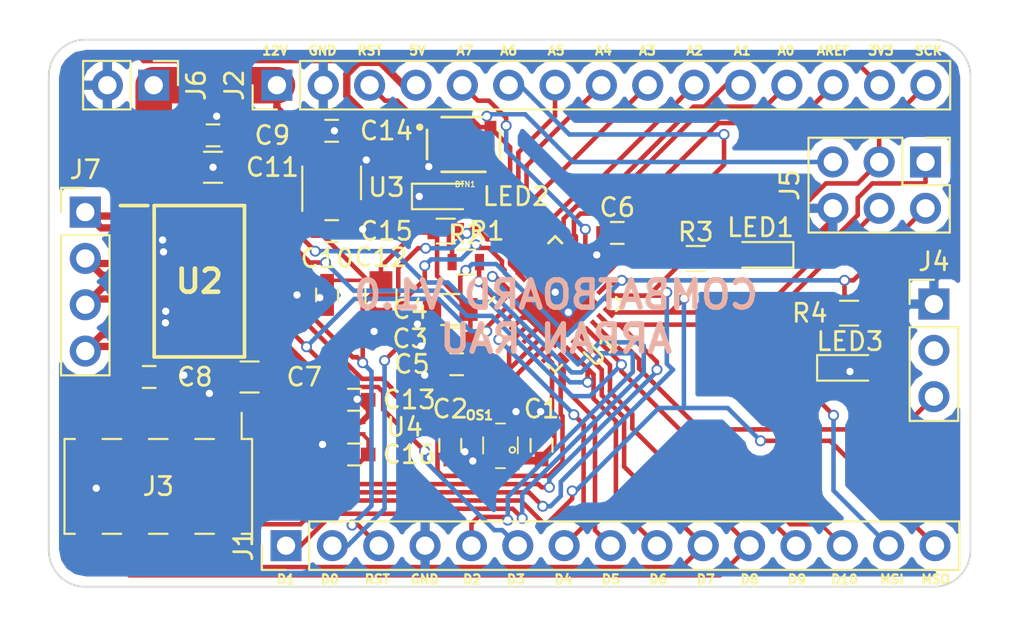
<source format=kicad_pcb>
(kicad_pcb (version 4) (host pcbnew 4.0.7)

  (general
    (links 135)
    (no_connects 0)
    (area 84.252381 82.75238 140.533334 117.497619)
    (thickness 1.6)
    (drawings 40)
    (tracks 720)
    (zones 0)
    (modules 36)
    (nets 38)
  )

  (page A4)
  (layers
    (0 F.Cu signal)
    (31 B.Cu signal)
    (32 B.Adhes user)
    (33 F.Adhes user)
    (34 B.Paste user)
    (35 F.Paste user)
    (36 B.SilkS user)
    (37 F.SilkS user)
    (38 B.Mask user)
    (39 F.Mask user)
    (40 Dwgs.User user)
    (41 Cmts.User user)
    (42 Eco1.User user)
    (43 Eco2.User user)
    (44 Edge.Cuts user)
    (45 Margin user)
    (46 B.CrtYd user)
    (47 F.CrtYd user)
    (48 B.Fab user hide)
    (49 F.Fab user)
  )

  (setup
    (last_trace_width 0.25)
    (user_trace_width 0.2)
    (user_trace_width 0.4)
    (user_trace_width 2)
    (trace_clearance 0.2)
    (zone_clearance 0.508)
    (zone_45_only no)
    (trace_min 0.2)
    (segment_width 0.2)
    (edge_width 0.1)
    (via_size 0.6)
    (via_drill 0.4)
    (via_min_size 0.4)
    (via_min_drill 0.3)
    (user_via 0.6 0.4)
    (user_via 3 2)
    (uvia_size 0.3)
    (uvia_drill 0.1)
    (uvias_allowed no)
    (uvia_min_size 0.2)
    (uvia_min_drill 0.1)
    (pcb_text_width 0.3)
    (pcb_text_size 1.5 1.5)
    (mod_edge_width 0.15)
    (mod_text_size 1 1)
    (mod_text_width 0.15)
    (pad_size 1.725 1.725)
    (pad_drill 0)
    (pad_to_mask_clearance 0)
    (aux_axis_origin 0 0)
    (visible_elements 7FFEEFFF)
    (pcbplotparams
      (layerselection 0x010fc_80000001)
      (usegerberextensions false)
      (excludeedgelayer true)
      (linewidth 0.100000)
      (plotframeref false)
      (viasonmask false)
      (mode 1)
      (useauxorigin false)
      (hpglpennumber 1)
      (hpglpenspeed 20)
      (hpglpendiameter 15)
      (hpglpenoverlay 2)
      (psnegative false)
      (psa4output false)
      (plotreference true)
      (plotvalue true)
      (plotinvisibletext false)
      (padsonsilk false)
      (subtractmaskfromsilk false)
      (outputformat 1)
      (mirror false)
      (drillshape 0)
      (scaleselection 1)
      (outputdirectory gerbers/))
  )

  (net 0 "")
  (net 1 /RESET)
  (net 2 GND)
  (net 3 "Net-(C1-Pad1)")
  (net 4 "Net-(C2-Pad1)")
  (net 5 /AREF)
  (net 6 +5V)
  (net 7 +12V)
  (net 8 +3V3)
  (net 9 /D7)
  (net 10 /M2B)
  (net 11 /M2A)
  (net 12 /M1B)
  (net 13 /M1A)
  (net 14 "Net-(LED1-Pad2)")
  (net 15 "Net-(LED2-Pad2)")
  (net 16 "Net-(LED3-Pad2)")
  (net 17 /D1)
  (net 18 /D0)
  (net 19 /D2)
  (net 20 /D3)
  (net 21 /D4)
  (net 22 /D5)
  (net 23 /D6)
  (net 24 /D8)
  (net 25 /D9)
  (net 26 /D10)
  (net 27 /D11/MOSI)
  (net 28 /D12/MISO)
  (net 29 /A7)
  (net 30 /A6)
  (net 31 /A5)
  (net 32 /A4)
  (net 33 /A3)
  (net 34 /A2)
  (net 35 /A1)
  (net 36 /A0)
  (net 37 /D13/SCK)

  (net_class Default "This is the default net class."
    (clearance 0.2)
    (trace_width 0.25)
    (via_dia 0.6)
    (via_drill 0.4)
    (uvia_dia 0.3)
    (uvia_drill 0.1)
    (add_net +12V)
    (add_net +3V3)
    (add_net +5V)
    (add_net /A0)
    (add_net /A1)
    (add_net /A2)
    (add_net /A3)
    (add_net /A4)
    (add_net /A5)
    (add_net /A6)
    (add_net /A7)
    (add_net /AREF)
    (add_net /D0)
    (add_net /D1)
    (add_net /D10)
    (add_net /D11/MOSI)
    (add_net /D12/MISO)
    (add_net /D13/SCK)
    (add_net /D2)
    (add_net /D3)
    (add_net /D4)
    (add_net /D5)
    (add_net /D6)
    (add_net /D7)
    (add_net /D8)
    (add_net /D9)
    (add_net /M1A)
    (add_net /M1B)
    (add_net /M2A)
    (add_net /M2B)
    (add_net /RESET)
    (add_net "Net-(C1-Pad1)")
    (add_net "Net-(C2-Pad1)")
    (add_net "Net-(LED1-Pad2)")
    (add_net "Net-(LED2-Pad2)")
    (add_net "Net-(LED3-Pad2)")
  )

  (net_class Wide ""
    (clearance 0.2)
    (trace_width 0.4)
    (via_dia 0.6)
    (via_drill 0.4)
    (uvia_dia 0.3)
    (uvia_drill 0.1)
    (add_net GND)
  )

  (module Capacitors_SMD:C_0805 (layer F.Cu) (tedit 58AA8463) (tstamp 5A6BB25F)
    (at 98 103.5 180)
    (descr "Capacitor SMD 0805, reflow soldering, AVX (see smccp.pdf)")
    (tags "capacitor 0805")
    (path /59D1CEE5)
    (attr smd)
    (fp_text reference C8 (at 3 0 180) (layer F.SilkS)
      (effects (font (size 1 1) (thickness 0.15)))
    )
    (fp_text value 10uF (at 0 1.75 180) (layer F.Fab)
      (effects (font (size 1 1) (thickness 0.15)))
    )
    (fp_text user %R (at 0 -1.5 180) (layer F.Fab)
      (effects (font (size 1 1) (thickness 0.15)))
    )
    (fp_line (start -1 0.62) (end -1 -0.62) (layer F.Fab) (width 0.1))
    (fp_line (start 1 0.62) (end -1 0.62) (layer F.Fab) (width 0.1))
    (fp_line (start 1 -0.62) (end 1 0.62) (layer F.Fab) (width 0.1))
    (fp_line (start -1 -0.62) (end 1 -0.62) (layer F.Fab) (width 0.1))
    (fp_line (start 0.5 -0.85) (end -0.5 -0.85) (layer F.SilkS) (width 0.12))
    (fp_line (start -0.5 0.85) (end 0.5 0.85) (layer F.SilkS) (width 0.12))
    (fp_line (start -1.75 -0.88) (end 1.75 -0.88) (layer F.CrtYd) (width 0.05))
    (fp_line (start -1.75 -0.88) (end -1.75 0.87) (layer F.CrtYd) (width 0.05))
    (fp_line (start 1.75 0.87) (end 1.75 -0.88) (layer F.CrtYd) (width 0.05))
    (fp_line (start 1.75 0.87) (end -1.75 0.87) (layer F.CrtYd) (width 0.05))
    (pad 1 smd rect (at -1 0 180) (size 1 1.25) (layers F.Cu F.Paste F.Mask)
      (net 8 +3V3))
    (pad 2 smd rect (at 1 0 180) (size 1 1.25) (layers F.Cu F.Paste F.Mask)
      (net 2 GND))
    (model Capacitors_SMD.3dshapes/C_0805.wrl
      (at (xyz 0 0 0))
      (scale (xyz 1 1 1))
      (rotate (xyz 0 0 0))
    )
  )

  (module Pin_Headers:Pin_Header_Straight_2x04_Pitch2.54mm_SMD (layer F.Cu) (tedit 5A6A5CB1) (tstamp 5A6A50C9)
    (at 93 109.5 270)
    (descr "surface-mounted straight pin header, 2x04, 2.54mm pitch, double rows")
    (tags "Surface mounted pin header SMD 2x04 2.54mm double row")
    (path /59D1D857)
    (attr smd)
    (fp_text reference J3 (at 0 0 360) (layer F.SilkS)
      (effects (font (size 1 1) (thickness 0.15)))
    )
    (fp_text value CONN_02x04 (at 0 6.14 270) (layer F.Fab)
      (effects (font (size 1 1) (thickness 0.15)))
    )
    (fp_line (start 2.54 5.08) (end -2.54 5.08) (layer F.Fab) (width 0.1))
    (fp_line (start -1.59 -5.08) (end 2.54 -5.08) (layer F.Fab) (width 0.1))
    (fp_line (start -2.54 5.08) (end -2.54 -4.13) (layer F.Fab) (width 0.1))
    (fp_line (start -2.54 -4.13) (end -1.59 -5.08) (layer F.Fab) (width 0.1))
    (fp_line (start 2.54 -5.08) (end 2.54 5.08) (layer F.Fab) (width 0.1))
    (fp_line (start -2.54 -4.13) (end -3.6 -4.13) (layer F.Fab) (width 0.1))
    (fp_line (start -3.6 -4.13) (end -3.6 -3.49) (layer F.Fab) (width 0.1))
    (fp_line (start -3.6 -3.49) (end -2.54 -3.49) (layer F.Fab) (width 0.1))
    (fp_line (start 2.54 -4.13) (end 3.6 -4.13) (layer F.Fab) (width 0.1))
    (fp_line (start 3.6 -4.13) (end 3.6 -3.49) (layer F.Fab) (width 0.1))
    (fp_line (start 3.6 -3.49) (end 2.54 -3.49) (layer F.Fab) (width 0.1))
    (fp_line (start -2.54 -1.59) (end -3.6 -1.59) (layer F.Fab) (width 0.1))
    (fp_line (start -3.6 -1.59) (end -3.6 -0.95) (layer F.Fab) (width 0.1))
    (fp_line (start -3.6 -0.95) (end -2.54 -0.95) (layer F.Fab) (width 0.1))
    (fp_line (start 2.54 -1.59) (end 3.6 -1.59) (layer F.Fab) (width 0.1))
    (fp_line (start 3.6 -1.59) (end 3.6 -0.95) (layer F.Fab) (width 0.1))
    (fp_line (start 3.6 -0.95) (end 2.54 -0.95) (layer F.Fab) (width 0.1))
    (fp_line (start -2.54 0.95) (end -3.6 0.95) (layer F.Fab) (width 0.1))
    (fp_line (start -3.6 0.95) (end -3.6 1.59) (layer F.Fab) (width 0.1))
    (fp_line (start -3.6 1.59) (end -2.54 1.59) (layer F.Fab) (width 0.1))
    (fp_line (start 2.54 0.95) (end 3.6 0.95) (layer F.Fab) (width 0.1))
    (fp_line (start 3.6 0.95) (end 3.6 1.59) (layer F.Fab) (width 0.1))
    (fp_line (start 3.6 1.59) (end 2.54 1.59) (layer F.Fab) (width 0.1))
    (fp_line (start -2.54 3.49) (end -3.6 3.49) (layer F.Fab) (width 0.1))
    (fp_line (start -3.6 3.49) (end -3.6 4.13) (layer F.Fab) (width 0.1))
    (fp_line (start -3.6 4.13) (end -2.54 4.13) (layer F.Fab) (width 0.1))
    (fp_line (start 2.54 3.49) (end 3.6 3.49) (layer F.Fab) (width 0.1))
    (fp_line (start 3.6 3.49) (end 3.6 4.13) (layer F.Fab) (width 0.1))
    (fp_line (start 3.6 4.13) (end 2.54 4.13) (layer F.Fab) (width 0.1))
    (fp_line (start -2.6 -5.14) (end 2.6 -5.14) (layer F.SilkS) (width 0.12))
    (fp_line (start -2.6 5.14) (end 2.6 5.14) (layer F.SilkS) (width 0.12))
    (fp_line (start -4.04 -4.57) (end -2.6 -4.57) (layer F.SilkS) (width 0.12))
    (fp_line (start -2.6 -5.14) (end -2.6 -4.57) (layer F.SilkS) (width 0.12))
    (fp_line (start 2.6 -5.14) (end 2.6 -4.57) (layer F.SilkS) (width 0.12))
    (fp_line (start -2.6 4.57) (end -2.6 5.14) (layer F.SilkS) (width 0.12))
    (fp_line (start 2.6 4.57) (end 2.6 5.14) (layer F.SilkS) (width 0.12))
    (fp_line (start -2.6 -3.05) (end -2.6 -2.03) (layer F.SilkS) (width 0.12))
    (fp_line (start 2.6 -3.05) (end 2.6 -2.03) (layer F.SilkS) (width 0.12))
    (fp_line (start -2.6 -0.51) (end -2.6 0.51) (layer F.SilkS) (width 0.12))
    (fp_line (start 2.6 -0.51) (end 2.6 0.51) (layer F.SilkS) (width 0.12))
    (fp_line (start -2.6 2.03) (end -2.6 3.05) (layer F.SilkS) (width 0.12))
    (fp_line (start 2.6 2.03) (end 2.6 3.05) (layer F.SilkS) (width 0.12))
    (fp_line (start -5.9 -5.6) (end -5.9 5.6) (layer F.CrtYd) (width 0.05))
    (fp_line (start -5.9 5.6) (end 5.9 5.6) (layer F.CrtYd) (width 0.05))
    (fp_line (start 5.9 5.6) (end 5.9 -5.6) (layer F.CrtYd) (width 0.05))
    (fp_line (start 5.9 -5.6) (end -5.9 -5.6) (layer F.CrtYd) (width 0.05))
    (fp_text user %R (at 0 0 360) (layer F.Fab)
      (effects (font (size 1 1) (thickness 0.15)))
    )
    (pad 1 smd rect (at -2.525 -3.81 270) (size 3.15 1) (layers F.Cu F.Paste F.Mask))
    (pad 2 smd rect (at 2.525 -3.81 270) (size 3.15 1) (layers F.Cu F.Paste F.Mask)
      (net 28 /D12/MISO))
    (pad 3 smd rect (at -2.525 -1.27 270) (size 3.15 1) (layers F.Cu F.Paste F.Mask)
      (net 27 /D11/MOSI))
    (pad 4 smd rect (at 2.525 -1.27 270) (size 3.15 1) (layers F.Cu F.Paste F.Mask)
      (net 37 /D13/SCK))
    (pad 5 smd rect (at -2.525 1.27 270) (size 3.15 1) (layers F.Cu F.Paste F.Mask)
      (net 24 /D8))
    (pad 6 smd rect (at 2.525 1.27 270) (size 3.15 1) (layers F.Cu F.Paste F.Mask)
      (net 9 /D7))
    (pad 7 smd rect (at -2.525 3.81 270) (size 3.15 1) (layers F.Cu F.Paste F.Mask)
      (net 8 +3V3))
    (pad 8 smd rect (at 2.525 3.81 270) (size 3.15 1) (layers F.Cu F.Paste F.Mask)
      (net 2 GND))
    (model ${KISYS3DMOD}/Pin_Headers.3dshapes/Pin_Header_Straight_2x04_Pitch2.54mm_SMD.wrl
      (at (xyz 0 0 0))
      (scale (xyz 1 1 1))
      (rotate (xyz 0 0 0))
    )
  )

  (module footprints:KMT071_NGJ_LHS (layer F.Cu) (tedit 59DC5455) (tstamp 5A6A3380)
    (at 109.725 90.75)
    (path /59CD35BF)
    (fp_text reference BTN1 (at 0.09 2.18) (layer F.SilkS)
      (effects (font (size 0.3 0.3) (thickness 0.06)))
    )
    (fp_text value CKN10291CT-ND (at 0.06 -2.3) (layer F.Fab)
      (effects (font (size 0.3 0.3) (thickness 0.06)))
    )
    (fp_line (start -2 0.8) (end -2 -0.8) (layer F.SilkS) (width 0.15))
    (fp_line (start 1.2 1.5) (end -1.2 1.5) (layer F.SilkS) (width 0.15))
    (fp_line (start 2 -0.8) (end 2 0.8) (layer F.SilkS) (width 0.15))
    (fp_line (start -1.2 -1.5) (end 1.2 -1.5) (layer F.SilkS) (width 0.15))
    (fp_circle (center -2.4 -0.95) (end -2.4 -0.85) (layer F.SilkS) (width 0.2))
    (pad 1 smd rect (at -1.475 -0.95) (size 0.65 0.7) (layers F.Cu F.Paste F.Mask))
    (pad 2 smd rect (at 1.475 -0.95) (size 0.65 0.7) (layers F.Cu F.Paste F.Mask)
      (net 1 /RESET))
    (pad 3 smd rect (at -1.475 0.95) (size 0.65 0.7) (layers F.Cu F.Paste F.Mask)
      (net 2 GND))
    (pad 4 smd rect (at 1.475 0.95) (size 0.65 0.7) (layers F.Cu F.Paste F.Mask))
  )

  (module Capacitors_SMD:C_0603 (layer F.Cu) (tedit 5A6A857A) (tstamp 5A6A3391)
    (at 114 107.25 90)
    (descr "Capacitor SMD 0603, reflow soldering, AVX (see smccp.pdf)")
    (tags "capacitor 0603")
    (path /59CBE101)
    (attr smd)
    (fp_text reference C1 (at 2 0 360) (layer F.SilkS)
      (effects (font (size 1 1) (thickness 0.15)))
    )
    (fp_text value 10pF (at 0 1.5 90) (layer F.Fab)
      (effects (font (size 1 1) (thickness 0.15)))
    )
    (fp_line (start 1.4 0.65) (end -1.4 0.65) (layer F.CrtYd) (width 0.05))
    (fp_line (start 1.4 0.65) (end 1.4 -0.65) (layer F.CrtYd) (width 0.05))
    (fp_line (start -1.4 -0.65) (end -1.4 0.65) (layer F.CrtYd) (width 0.05))
    (fp_line (start -1.4 -0.65) (end 1.4 -0.65) (layer F.CrtYd) (width 0.05))
    (fp_line (start 0.35 0.6) (end -0.35 0.6) (layer F.SilkS) (width 0.12))
    (fp_line (start -0.35 -0.6) (end 0.35 -0.6) (layer F.SilkS) (width 0.12))
    (fp_line (start -0.8 -0.4) (end 0.8 -0.4) (layer F.Fab) (width 0.1))
    (fp_line (start 0.8 -0.4) (end 0.8 0.4) (layer F.Fab) (width 0.1))
    (fp_line (start 0.8 0.4) (end -0.8 0.4) (layer F.Fab) (width 0.1))
    (fp_line (start -0.8 0.4) (end -0.8 -0.4) (layer F.Fab) (width 0.1))
    (fp_text user %R (at 0 0 90) (layer F.Fab)
      (effects (font (size 0.3 0.3) (thickness 0.075)))
    )
    (pad 2 smd rect (at 0.75 0 90) (size 0.8 0.75) (layers F.Cu F.Paste F.Mask)
      (net 2 GND))
    (pad 1 smd rect (at -0.75 0 90) (size 0.8 0.75) (layers F.Cu F.Paste F.Mask)
      (net 3 "Net-(C1-Pad1)"))
    (model Capacitors_SMD.3dshapes/C_0603.wrl
      (at (xyz 0 0 0))
      (scale (xyz 1 1 1))
      (rotate (xyz 0 0 0))
    )
  )

  (module Capacitors_SMD:C_0603 (layer F.Cu) (tedit 5A6A580C) (tstamp 5A6A33A2)
    (at 109 107.25 270)
    (descr "Capacitor SMD 0603, reflow soldering, AVX (see smccp.pdf)")
    (tags "capacitor 0603")
    (path /59CBE13C)
    (attr smd)
    (fp_text reference C2 (at -2 0 360) (layer F.SilkS)
      (effects (font (size 1 1) (thickness 0.15)))
    )
    (fp_text value 10pF (at 0 1.5 270) (layer F.Fab)
      (effects (font (size 1 1) (thickness 0.15)))
    )
    (fp_line (start 1.4 0.65) (end -1.4 0.65) (layer F.CrtYd) (width 0.05))
    (fp_line (start 1.4 0.65) (end 1.4 -0.65) (layer F.CrtYd) (width 0.05))
    (fp_line (start -1.4 -0.65) (end -1.4 0.65) (layer F.CrtYd) (width 0.05))
    (fp_line (start -1.4 -0.65) (end 1.4 -0.65) (layer F.CrtYd) (width 0.05))
    (fp_line (start 0.35 0.6) (end -0.35 0.6) (layer F.SilkS) (width 0.12))
    (fp_line (start -0.35 -0.6) (end 0.35 -0.6) (layer F.SilkS) (width 0.12))
    (fp_line (start -0.8 -0.4) (end 0.8 -0.4) (layer F.Fab) (width 0.1))
    (fp_line (start 0.8 -0.4) (end 0.8 0.4) (layer F.Fab) (width 0.1))
    (fp_line (start 0.8 0.4) (end -0.8 0.4) (layer F.Fab) (width 0.1))
    (fp_line (start -0.8 0.4) (end -0.8 -0.4) (layer F.Fab) (width 0.1))
    (fp_text user %R (at 0 0 270) (layer F.Fab)
      (effects (font (size 0.3 0.3) (thickness 0.075)))
    )
    (pad 2 smd rect (at 0.75 0 270) (size 0.8 0.75) (layers F.Cu F.Paste F.Mask)
      (net 2 GND))
    (pad 1 smd rect (at -0.75 0 270) (size 0.8 0.75) (layers F.Cu F.Paste F.Mask)
      (net 4 "Net-(C2-Pad1)"))
    (model Capacitors_SMD.3dshapes/C_0603.wrl
      (at (xyz 0 0 0))
      (scale (xyz 1 1 1))
      (rotate (xyz 0 0 0))
    )
  )

  (module Capacitors_SMD:C_0603 (layer F.Cu) (tedit 5A6A5AB8) (tstamp 5A6A33B3)
    (at 109.35 101.4)
    (descr "Capacitor SMD 0603, reflow soldering, AVX (see smccp.pdf)")
    (tags "capacitor 0603")
    (path /5A6BF21E)
    (attr smd)
    (fp_text reference C3 (at -2.55 0) (layer F.SilkS)
      (effects (font (size 1 1) (thickness 0.15)))
    )
    (fp_text value 1uF (at 0 1.5) (layer F.Fab)
      (effects (font (size 1 1) (thickness 0.15)))
    )
    (fp_line (start 1.4 0.65) (end -1.4 0.65) (layer F.CrtYd) (width 0.05))
    (fp_line (start 1.4 0.65) (end 1.4 -0.65) (layer F.CrtYd) (width 0.05))
    (fp_line (start -1.4 -0.65) (end -1.4 0.65) (layer F.CrtYd) (width 0.05))
    (fp_line (start -1.4 -0.65) (end 1.4 -0.65) (layer F.CrtYd) (width 0.05))
    (fp_line (start 0.35 0.6) (end -0.35 0.6) (layer F.SilkS) (width 0.12))
    (fp_line (start -0.35 -0.6) (end 0.35 -0.6) (layer F.SilkS) (width 0.12))
    (fp_line (start -0.8 -0.4) (end 0.8 -0.4) (layer F.Fab) (width 0.1))
    (fp_line (start 0.8 -0.4) (end 0.8 0.4) (layer F.Fab) (width 0.1))
    (fp_line (start 0.8 0.4) (end -0.8 0.4) (layer F.Fab) (width 0.1))
    (fp_line (start -0.8 0.4) (end -0.8 -0.4) (layer F.Fab) (width 0.1))
    (fp_text user %R (at 0 0) (layer F.Fab)
      (effects (font (size 0.3 0.3) (thickness 0.075)))
    )
    (pad 2 smd rect (at 0.75 0) (size 0.8 0.75) (layers F.Cu F.Paste F.Mask)
      (net 6 +5V))
    (pad 1 smd rect (at -0.75 0) (size 0.8 0.75) (layers F.Cu F.Paste F.Mask)
      (net 2 GND))
    (model Capacitors_SMD.3dshapes/C_0603.wrl
      (at (xyz 0 0 0))
      (scale (xyz 1 1 1))
      (rotate (xyz 0 0 0))
    )
  )

  (module Capacitors_SMD:C_0603 (layer F.Cu) (tedit 5A6A6A6E) (tstamp 5A6A33D5)
    (at 109.35 102.8)
    (descr "Capacitor SMD 0603, reflow soldering, AVX (see smccp.pdf)")
    (tags "capacitor 0603")
    (path /5A6BF4B0)
    (attr smd)
    (fp_text reference C5 (at -2.45 0) (layer F.SilkS)
      (effects (font (size 1 1) (thickness 0.15)))
    )
    (fp_text value 1uF (at 0 1.5) (layer F.Fab)
      (effects (font (size 1 1) (thickness 0.15)))
    )
    (fp_line (start 1.4 0.65) (end -1.4 0.65) (layer F.CrtYd) (width 0.05))
    (fp_line (start 1.4 0.65) (end 1.4 -0.65) (layer F.CrtYd) (width 0.05))
    (fp_line (start -1.4 -0.65) (end -1.4 0.65) (layer F.CrtYd) (width 0.05))
    (fp_line (start -1.4 -0.65) (end 1.4 -0.65) (layer F.CrtYd) (width 0.05))
    (fp_line (start 0.35 0.6) (end -0.35 0.6) (layer F.SilkS) (width 0.12))
    (fp_line (start -0.35 -0.6) (end 0.35 -0.6) (layer F.SilkS) (width 0.12))
    (fp_line (start -0.8 -0.4) (end 0.8 -0.4) (layer F.Fab) (width 0.1))
    (fp_line (start 0.8 -0.4) (end 0.8 0.4) (layer F.Fab) (width 0.1))
    (fp_line (start 0.8 0.4) (end -0.8 0.4) (layer F.Fab) (width 0.1))
    (fp_line (start -0.8 0.4) (end -0.8 -0.4) (layer F.Fab) (width 0.1))
    (fp_text user %R (at 0 0) (layer F.Fab)
      (effects (font (size 0.3 0.3) (thickness 0.075)))
    )
    (pad 2 smd rect (at 0.75 0) (size 0.8 0.75) (layers F.Cu F.Paste F.Mask)
      (net 6 +5V))
    (pad 1 smd rect (at -0.75 0) (size 0.8 0.75) (layers F.Cu F.Paste F.Mask)
      (net 2 GND))
    (model Capacitors_SMD.3dshapes/C_0603.wrl
      (at (xyz 0 0 0))
      (scale (xyz 1 1 1))
      (rotate (xyz 0 0 0))
    )
  )

  (module Capacitors_SMD:C_0603 (layer F.Cu) (tedit 5A6A6A74) (tstamp 5A6A33E6)
    (at 118.15 95.6)
    (descr "Capacitor SMD 0603, reflow soldering, AVX (see smccp.pdf)")
    (tags "capacitor 0603")
    (path /5A6BDB22)
    (attr smd)
    (fp_text reference C6 (at 0 -1.4) (layer F.SilkS)
      (effects (font (size 1 1) (thickness 0.15)))
    )
    (fp_text value .1uF (at 0 1.5) (layer F.Fab)
      (effects (font (size 1 1) (thickness 0.15)))
    )
    (fp_line (start 1.4 0.65) (end -1.4 0.65) (layer F.CrtYd) (width 0.05))
    (fp_line (start 1.4 0.65) (end 1.4 -0.65) (layer F.CrtYd) (width 0.05))
    (fp_line (start -1.4 -0.65) (end -1.4 0.65) (layer F.CrtYd) (width 0.05))
    (fp_line (start -1.4 -0.65) (end 1.4 -0.65) (layer F.CrtYd) (width 0.05))
    (fp_line (start 0.35 0.6) (end -0.35 0.6) (layer F.SilkS) (width 0.12))
    (fp_line (start -0.35 -0.6) (end 0.35 -0.6) (layer F.SilkS) (width 0.12))
    (fp_line (start -0.8 -0.4) (end 0.8 -0.4) (layer F.Fab) (width 0.1))
    (fp_line (start 0.8 -0.4) (end 0.8 0.4) (layer F.Fab) (width 0.1))
    (fp_line (start 0.8 0.4) (end -0.8 0.4) (layer F.Fab) (width 0.1))
    (fp_line (start -0.8 0.4) (end -0.8 -0.4) (layer F.Fab) (width 0.1))
    (fp_text user %R (at 0 0) (layer F.Fab)
      (effects (font (size 0.3 0.3) (thickness 0.075)))
    )
    (pad 2 smd rect (at 0.75 0) (size 0.8 0.75) (layers F.Cu F.Paste F.Mask)
      (net 5 /AREF))
    (pad 1 smd rect (at -0.75 0) (size 0.8 0.75) (layers F.Cu F.Paste F.Mask)
      (net 2 GND))
    (model Capacitors_SMD.3dshapes/C_0603.wrl
      (at (xyz 0 0 0))
      (scale (xyz 1 1 1))
      (rotate (xyz 0 0 0))
    )
  )

  (module Capacitors_SMD:C_0603 (layer F.Cu) (tedit 5A6A6A2A) (tstamp 5A6A33F7)
    (at 92.5 103.5)
    (descr "Capacitor SMD 0603, reflow soldering, AVX (see smccp.pdf)")
    (tags "capacitor 0603")
    (path /59D2B30D)
    (attr smd)
    (fp_text reference C7 (at 8.5 0) (layer F.SilkS)
      (effects (font (size 1 1) (thickness 0.15)))
    )
    (fp_text value 100nF (at 0 1.5) (layer F.Fab)
      (effects (font (size 1 1) (thickness 0.15)))
    )
    (fp_line (start 1.4 0.65) (end -1.4 0.65) (layer F.CrtYd) (width 0.05))
    (fp_line (start 1.4 0.65) (end 1.4 -0.65) (layer F.CrtYd) (width 0.05))
    (fp_line (start -1.4 -0.65) (end -1.4 0.65) (layer F.CrtYd) (width 0.05))
    (fp_line (start -1.4 -0.65) (end 1.4 -0.65) (layer F.CrtYd) (width 0.05))
    (fp_line (start 0.35 0.6) (end -0.35 0.6) (layer F.SilkS) (width 0.12))
    (fp_line (start -0.35 -0.6) (end 0.35 -0.6) (layer F.SilkS) (width 0.12))
    (fp_line (start -0.8 -0.4) (end 0.8 -0.4) (layer F.Fab) (width 0.1))
    (fp_line (start 0.8 -0.4) (end 0.8 0.4) (layer F.Fab) (width 0.1))
    (fp_line (start 0.8 0.4) (end -0.8 0.4) (layer F.Fab) (width 0.1))
    (fp_line (start -0.8 0.4) (end -0.8 -0.4) (layer F.Fab) (width 0.1))
    (fp_text user %R (at 0 0) (layer F.Fab)
      (effects (font (size 0.3 0.3) (thickness 0.075)))
    )
    (pad 2 smd rect (at 0.75 0) (size 0.8 0.75) (layers F.Cu F.Paste F.Mask)
      (net 2 GND))
    (pad 1 smd rect (at -0.75 0) (size 0.8 0.75) (layers F.Cu F.Paste F.Mask)
      (net 8 +3V3))
    (model Capacitors_SMD.3dshapes/C_0603.wrl
      (at (xyz 0 0 0))
      (scale (xyz 1 1 1))
      (rotate (xyz 0 0 0))
    )
  )

  (module Capacitors_SMD:C_0603 (layer F.Cu) (tedit 5A6A5CA9) (tstamp 5A6A342A)
    (at 102.25 99 270)
    (descr "Capacitor SMD 0603, reflow soldering, AVX (see smccp.pdf)")
    (tags "capacitor 0603")
    (path /59D2C28E)
    (attr smd)
    (fp_text reference C10 (at -2 0 360) (layer F.SilkS)
      (effects (font (size 1 1) (thickness 0.15)))
    )
    (fp_text value 100nF (at 0 1.5 270) (layer F.Fab)
      (effects (font (size 1 1) (thickness 0.15)))
    )
    (fp_line (start 1.4 0.65) (end -1.4 0.65) (layer F.CrtYd) (width 0.05))
    (fp_line (start 1.4 0.65) (end 1.4 -0.65) (layer F.CrtYd) (width 0.05))
    (fp_line (start -1.4 -0.65) (end -1.4 0.65) (layer F.CrtYd) (width 0.05))
    (fp_line (start -1.4 -0.65) (end 1.4 -0.65) (layer F.CrtYd) (width 0.05))
    (fp_line (start 0.35 0.6) (end -0.35 0.6) (layer F.SilkS) (width 0.12))
    (fp_line (start -0.35 -0.6) (end 0.35 -0.6) (layer F.SilkS) (width 0.12))
    (fp_line (start -0.8 -0.4) (end 0.8 -0.4) (layer F.Fab) (width 0.1))
    (fp_line (start 0.8 -0.4) (end 0.8 0.4) (layer F.Fab) (width 0.1))
    (fp_line (start 0.8 0.4) (end -0.8 0.4) (layer F.Fab) (width 0.1))
    (fp_line (start -0.8 0.4) (end -0.8 -0.4) (layer F.Fab) (width 0.1))
    (fp_text user %R (at 0 0 270) (layer F.Fab)
      (effects (font (size 0.3 0.3) (thickness 0.075)))
    )
    (pad 2 smd rect (at 0.75 0 270) (size 0.8 0.75) (layers F.Cu F.Paste F.Mask)
      (net 2 GND))
    (pad 1 smd rect (at -0.75 0 270) (size 0.8 0.75) (layers F.Cu F.Paste F.Mask)
      (net 6 +5V))
    (model Capacitors_SMD.3dshapes/C_0603.wrl
      (at (xyz 0 0 0))
      (scale (xyz 1 1 1))
      (rotate (xyz 0 0 0))
    )
  )

  (module Capacitors_SMD:C_0603 (layer F.Cu) (tedit 5A6BABF7) (tstamp 5A6A347F)
    (at 102.5 95.5)
    (descr "Capacitor SMD 0603, reflow soldering, AVX (see smccp.pdf)")
    (tags "capacitor 0603")
    (path /59D1C3B7)
    (attr smd)
    (fp_text reference C15 (at 3 0) (layer F.SilkS)
      (effects (font (size 1 1) (thickness 0.15)))
    )
    (fp_text value 1uF (at 0 1.5) (layer F.Fab)
      (effects (font (size 1 1) (thickness 0.15)))
    )
    (fp_line (start 1.4 0.65) (end -1.4 0.65) (layer F.CrtYd) (width 0.05))
    (fp_line (start 1.4 0.65) (end 1.4 -0.65) (layer F.CrtYd) (width 0.05))
    (fp_line (start -1.4 -0.65) (end -1.4 0.65) (layer F.CrtYd) (width 0.05))
    (fp_line (start -1.4 -0.65) (end 1.4 -0.65) (layer F.CrtYd) (width 0.05))
    (fp_line (start 0.35 0.6) (end -0.35 0.6) (layer F.SilkS) (width 0.12))
    (fp_line (start -0.35 -0.6) (end 0.35 -0.6) (layer F.SilkS) (width 0.12))
    (fp_line (start -0.8 -0.4) (end 0.8 -0.4) (layer F.Fab) (width 0.1))
    (fp_line (start 0.8 -0.4) (end 0.8 0.4) (layer F.Fab) (width 0.1))
    (fp_line (start 0.8 0.4) (end -0.8 0.4) (layer F.Fab) (width 0.1))
    (fp_line (start -0.8 0.4) (end -0.8 -0.4) (layer F.Fab) (width 0.1))
    (fp_text user %R (at 0 0) (layer F.Fab)
      (effects (font (size 0.3 0.3) (thickness 0.075)))
    )
    (pad 2 smd rect (at 0.75 0) (size 0.8 0.75) (layers F.Cu F.Paste F.Mask)
      (net 2 GND))
    (pad 1 smd rect (at -0.75 0) (size 0.8 0.75) (layers F.Cu F.Paste F.Mask)
      (net 6 +5V))
    (model Capacitors_SMD.3dshapes/C_0603.wrl
      (at (xyz 0 0 0))
      (scale (xyz 1 1 1))
      (rotate (xyz 0 0 0))
    )
  )

  (module LEDs:LED_0805 (layer F.Cu) (tedit 59959803) (tstamp 5A6A35D6)
    (at 126 96.8 180)
    (descr "LED 0805 smd package")
    (tags "LED led 0805 SMD smd SMT smt smdled SMDLED smtled SMTLED")
    (path /59CED0F7)
    (attr smd)
    (fp_text reference LED1 (at 0 1.5 180) (layer F.SilkS)
      (effects (font (size 1 1) (thickness 0.15)))
    )
    (fp_text value RED (at 0 1.55 180) (layer F.Fab)
      (effects (font (size 1 1) (thickness 0.15)))
    )
    (fp_line (start -1.8 -0.7) (end -1.8 0.7) (layer F.SilkS) (width 0.12))
    (fp_line (start -0.4 -0.4) (end -0.4 0.4) (layer F.Fab) (width 0.1))
    (fp_line (start -0.4 0) (end 0.2 -0.4) (layer F.Fab) (width 0.1))
    (fp_line (start 0.2 0.4) (end -0.4 0) (layer F.Fab) (width 0.1))
    (fp_line (start 0.2 -0.4) (end 0.2 0.4) (layer F.Fab) (width 0.1))
    (fp_line (start 1 0.6) (end -1 0.6) (layer F.Fab) (width 0.1))
    (fp_line (start 1 -0.6) (end 1 0.6) (layer F.Fab) (width 0.1))
    (fp_line (start -1 -0.6) (end 1 -0.6) (layer F.Fab) (width 0.1))
    (fp_line (start -1 0.6) (end -1 -0.6) (layer F.Fab) (width 0.1))
    (fp_line (start -1.8 0.7) (end 1 0.7) (layer F.SilkS) (width 0.12))
    (fp_line (start -1.8 -0.7) (end 1 -0.7) (layer F.SilkS) (width 0.12))
    (fp_line (start 1.95 -0.85) (end 1.95 0.85) (layer F.CrtYd) (width 0.05))
    (fp_line (start 1.95 0.85) (end -1.95 0.85) (layer F.CrtYd) (width 0.05))
    (fp_line (start -1.95 0.85) (end -1.95 -0.85) (layer F.CrtYd) (width 0.05))
    (fp_line (start -1.95 -0.85) (end 1.95 -0.85) (layer F.CrtYd) (width 0.05))
    (fp_text user %R (at 0 -1.25 180) (layer F.Fab)
      (effects (font (size 0.4 0.4) (thickness 0.1)))
    )
    (pad 2 smd rect (at 1.1 0) (size 1.2 1.2) (layers F.Cu F.Paste F.Mask)
      (net 14 "Net-(LED1-Pad2)"))
    (pad 1 smd rect (at -1.1 0) (size 1.2 1.2) (layers F.Cu F.Paste F.Mask)
      (net 2 GND))
    (model ${KISYS3DMOD}/LEDs.3dshapes/LED_0805.wrl
      (at (xyz 0 0 0))
      (scale (xyz 1 1 1))
      (rotate (xyz 0 0 180))
    )
  )

  (module LEDs:LED_0805 (layer F.Cu) (tedit 59959803) (tstamp 5A6A35EC)
    (at 108.7 93.6)
    (descr "LED 0805 smd package")
    (tags "LED led 0805 SMD smd SMT smt smdled SMDLED smtled SMTLED")
    (path /5A6D280C)
    (attr smd)
    (fp_text reference LED2 (at 3.9 0) (layer F.SilkS)
      (effects (font (size 1 1) (thickness 0.15)))
    )
    (fp_text value GREEN (at 0 1.55) (layer F.Fab)
      (effects (font (size 1 1) (thickness 0.15)))
    )
    (fp_line (start -1.8 -0.7) (end -1.8 0.7) (layer F.SilkS) (width 0.12))
    (fp_line (start -0.4 -0.4) (end -0.4 0.4) (layer F.Fab) (width 0.1))
    (fp_line (start -0.4 0) (end 0.2 -0.4) (layer F.Fab) (width 0.1))
    (fp_line (start 0.2 0.4) (end -0.4 0) (layer F.Fab) (width 0.1))
    (fp_line (start 0.2 -0.4) (end 0.2 0.4) (layer F.Fab) (width 0.1))
    (fp_line (start 1 0.6) (end -1 0.6) (layer F.Fab) (width 0.1))
    (fp_line (start 1 -0.6) (end 1 0.6) (layer F.Fab) (width 0.1))
    (fp_line (start -1 -0.6) (end 1 -0.6) (layer F.Fab) (width 0.1))
    (fp_line (start -1 0.6) (end -1 -0.6) (layer F.Fab) (width 0.1))
    (fp_line (start -1.8 0.7) (end 1 0.7) (layer F.SilkS) (width 0.12))
    (fp_line (start -1.8 -0.7) (end 1 -0.7) (layer F.SilkS) (width 0.12))
    (fp_line (start 1.95 -0.85) (end 1.95 0.85) (layer F.CrtYd) (width 0.05))
    (fp_line (start 1.95 0.85) (end -1.95 0.85) (layer F.CrtYd) (width 0.05))
    (fp_line (start -1.95 0.85) (end -1.95 -0.85) (layer F.CrtYd) (width 0.05))
    (fp_line (start -1.95 -0.85) (end 1.95 -0.85) (layer F.CrtYd) (width 0.05))
    (fp_text user %R (at 0 -1.25) (layer F.Fab)
      (effects (font (size 0.4 0.4) (thickness 0.1)))
    )
    (pad 2 smd rect (at 1.1 0 180) (size 1.2 1.2) (layers F.Cu F.Paste F.Mask)
      (net 15 "Net-(LED2-Pad2)"))
    (pad 1 smd rect (at -1.1 0 180) (size 1.2 1.2) (layers F.Cu F.Paste F.Mask)
      (net 2 GND))
    (model ${KISYS3DMOD}/LEDs.3dshapes/LED_0805.wrl
      (at (xyz 0 0 0))
      (scale (xyz 1 1 1))
      (rotate (xyz 0 0 180))
    )
  )

  (module LEDs:LED_0805 (layer F.Cu) (tedit 59959803) (tstamp 5A6A3602)
    (at 130.9 103)
    (descr "LED 0805 smd package")
    (tags "LED led 0805 SMD smd SMT smt smdled SMDLED smtled SMTLED")
    (path /59CED18F)
    (attr smd)
    (fp_text reference LED3 (at 0 -1.45) (layer F.SilkS)
      (effects (font (size 1 1) (thickness 0.15)))
    )
    (fp_text value BLUE (at 0 1.55) (layer F.Fab)
      (effects (font (size 1 1) (thickness 0.15)))
    )
    (fp_line (start -1.8 -0.7) (end -1.8 0.7) (layer F.SilkS) (width 0.12))
    (fp_line (start -0.4 -0.4) (end -0.4 0.4) (layer F.Fab) (width 0.1))
    (fp_line (start -0.4 0) (end 0.2 -0.4) (layer F.Fab) (width 0.1))
    (fp_line (start 0.2 0.4) (end -0.4 0) (layer F.Fab) (width 0.1))
    (fp_line (start 0.2 -0.4) (end 0.2 0.4) (layer F.Fab) (width 0.1))
    (fp_line (start 1 0.6) (end -1 0.6) (layer F.Fab) (width 0.1))
    (fp_line (start 1 -0.6) (end 1 0.6) (layer F.Fab) (width 0.1))
    (fp_line (start -1 -0.6) (end 1 -0.6) (layer F.Fab) (width 0.1))
    (fp_line (start -1 0.6) (end -1 -0.6) (layer F.Fab) (width 0.1))
    (fp_line (start -1.8 0.7) (end 1 0.7) (layer F.SilkS) (width 0.12))
    (fp_line (start -1.8 -0.7) (end 1 -0.7) (layer F.SilkS) (width 0.12))
    (fp_line (start 1.95 -0.85) (end 1.95 0.85) (layer F.CrtYd) (width 0.05))
    (fp_line (start 1.95 0.85) (end -1.95 0.85) (layer F.CrtYd) (width 0.05))
    (fp_line (start -1.95 0.85) (end -1.95 -0.85) (layer F.CrtYd) (width 0.05))
    (fp_line (start -1.95 -0.85) (end 1.95 -0.85) (layer F.CrtYd) (width 0.05))
    (fp_text user %R (at 0 -1.25) (layer F.Fab)
      (effects (font (size 0.4 0.4) (thickness 0.1)))
    )
    (pad 2 smd rect (at 1.1 0 180) (size 1.2 1.2) (layers F.Cu F.Paste F.Mask)
      (net 16 "Net-(LED3-Pad2)"))
    (pad 1 smd rect (at -1.1 0 180) (size 1.2 1.2) (layers F.Cu F.Paste F.Mask)
      (net 2 GND))
    (model ${KISYS3DMOD}/LEDs.3dshapes/LED_0805.wrl
      (at (xyz 0 0 0))
      (scale (xyz 1 1 1))
      (rotate (xyz 0 0 180))
    )
  )

  (module Resistors_SMD:R_0603 (layer F.Cu) (tedit 5A6BAD9E) (tstamp 5A6A3691)
    (at 108.75 95.5)
    (descr "Resistor SMD 0603, reflow soldering, Vishay (see dcrcw.pdf)")
    (tags "resistor 0603")
    (path /5A6C090D)
    (attr smd)
    (fp_text reference R1 (at 2.25 0) (layer F.SilkS)
      (effects (font (size 1 1) (thickness 0.15)))
    )
    (fp_text value 10K (at 0 1.5) (layer F.Fab)
      (effects (font (size 1 1) (thickness 0.15)))
    )
    (fp_text user %R (at 0 0) (layer F.Fab)
      (effects (font (size 0.4 0.4) (thickness 0.075)))
    )
    (fp_line (start -0.8 0.4) (end -0.8 -0.4) (layer F.Fab) (width 0.1))
    (fp_line (start 0.8 0.4) (end -0.8 0.4) (layer F.Fab) (width 0.1))
    (fp_line (start 0.8 -0.4) (end 0.8 0.4) (layer F.Fab) (width 0.1))
    (fp_line (start -0.8 -0.4) (end 0.8 -0.4) (layer F.Fab) (width 0.1))
    (fp_line (start 0.5 0.68) (end -0.5 0.68) (layer F.SilkS) (width 0.12))
    (fp_line (start -0.5 -0.68) (end 0.5 -0.68) (layer F.SilkS) (width 0.12))
    (fp_line (start -1.25 -0.7) (end 1.25 -0.7) (layer F.CrtYd) (width 0.05))
    (fp_line (start -1.25 -0.7) (end -1.25 0.7) (layer F.CrtYd) (width 0.05))
    (fp_line (start 1.25 0.7) (end 1.25 -0.7) (layer F.CrtYd) (width 0.05))
    (fp_line (start 1.25 0.7) (end -1.25 0.7) (layer F.CrtYd) (width 0.05))
    (pad 1 smd rect (at -0.75 0) (size 0.5 0.9) (layers F.Cu F.Paste F.Mask)
      (net 6 +5V))
    (pad 2 smd rect (at 0.75 0) (size 0.5 0.9) (layers F.Cu F.Paste F.Mask)
      (net 1 /RESET))
    (model ${KISYS3DMOD}/Resistors_SMD.3dshapes/R_0603.wrl
      (at (xyz 0 0 0))
      (scale (xyz 1 1 1))
      (rotate (xyz 0 0 0))
    )
  )

  (module Resistors_SMD:R_0603 (layer F.Cu) (tedit 5A6A5975) (tstamp 5A6A36A2)
    (at 109.85 97.2)
    (descr "Resistor SMD 0603, reflow soldering, Vishay (see dcrcw.pdf)")
    (tags "resistor 0603")
    (path /5A6D0E13)
    (attr smd)
    (fp_text reference R2 (at 0 -1.5) (layer F.SilkS)
      (effects (font (size 1 1) (thickness 0.15)))
    )
    (fp_text value 499 (at 0 1.5) (layer F.Fab)
      (effects (font (size 1 1) (thickness 0.15)))
    )
    (fp_text user %R (at 0 0) (layer F.Fab)
      (effects (font (size 0.4 0.4) (thickness 0.075)))
    )
    (fp_line (start -0.8 0.4) (end -0.8 -0.4) (layer F.Fab) (width 0.1))
    (fp_line (start 0.8 0.4) (end -0.8 0.4) (layer F.Fab) (width 0.1))
    (fp_line (start 0.8 -0.4) (end 0.8 0.4) (layer F.Fab) (width 0.1))
    (fp_line (start -0.8 -0.4) (end 0.8 -0.4) (layer F.Fab) (width 0.1))
    (fp_line (start 0.5 0.68) (end -0.5 0.68) (layer F.SilkS) (width 0.12))
    (fp_line (start -0.5 -0.68) (end 0.5 -0.68) (layer F.SilkS) (width 0.12))
    (fp_line (start -1.25 -0.7) (end 1.25 -0.7) (layer F.CrtYd) (width 0.05))
    (fp_line (start -1.25 -0.7) (end -1.25 0.7) (layer F.CrtYd) (width 0.05))
    (fp_line (start 1.25 0.7) (end 1.25 -0.7) (layer F.CrtYd) (width 0.05))
    (fp_line (start 1.25 0.7) (end -1.25 0.7) (layer F.CrtYd) (width 0.05))
    (pad 1 smd rect (at -0.75 0) (size 0.5 0.9) (layers F.Cu F.Paste F.Mask)
      (net 15 "Net-(LED2-Pad2)"))
    (pad 2 smd rect (at 0.75 0) (size 0.5 0.9) (layers F.Cu F.Paste F.Mask)
      (net 19 /D2))
    (model ${KISYS3DMOD}/Resistors_SMD.3dshapes/R_0603.wrl
      (at (xyz 0 0 0))
      (scale (xyz 1 1 1))
      (rotate (xyz 0 0 0))
    )
  )

  (module Resistors_SMD:R_0603 (layer F.Cu) (tedit 58E0A804) (tstamp 5A6A36B3)
    (at 122.45 97)
    (descr "Resistor SMD 0603, reflow soldering, Vishay (see dcrcw.pdf)")
    (tags "resistor 0603")
    (path /59CED525)
    (attr smd)
    (fp_text reference R3 (at 0 -1.45) (layer F.SilkS)
      (effects (font (size 1 1) (thickness 0.15)))
    )
    (fp_text value 499 (at 0 1.5) (layer F.Fab)
      (effects (font (size 1 1) (thickness 0.15)))
    )
    (fp_text user %R (at 0 0) (layer F.Fab)
      (effects (font (size 0.4 0.4) (thickness 0.075)))
    )
    (fp_line (start -0.8 0.4) (end -0.8 -0.4) (layer F.Fab) (width 0.1))
    (fp_line (start 0.8 0.4) (end -0.8 0.4) (layer F.Fab) (width 0.1))
    (fp_line (start 0.8 -0.4) (end 0.8 0.4) (layer F.Fab) (width 0.1))
    (fp_line (start -0.8 -0.4) (end 0.8 -0.4) (layer F.Fab) (width 0.1))
    (fp_line (start 0.5 0.68) (end -0.5 0.68) (layer F.SilkS) (width 0.12))
    (fp_line (start -0.5 -0.68) (end 0.5 -0.68) (layer F.SilkS) (width 0.12))
    (fp_line (start -1.25 -0.7) (end 1.25 -0.7) (layer F.CrtYd) (width 0.05))
    (fp_line (start -1.25 -0.7) (end -1.25 0.7) (layer F.CrtYd) (width 0.05))
    (fp_line (start 1.25 0.7) (end 1.25 -0.7) (layer F.CrtYd) (width 0.05))
    (fp_line (start 1.25 0.7) (end -1.25 0.7) (layer F.CrtYd) (width 0.05))
    (pad 1 smd rect (at -0.75 0) (size 0.5 0.9) (layers F.Cu F.Paste F.Mask)
      (net 37 /D13/SCK))
    (pad 2 smd rect (at 0.75 0) (size 0.5 0.9) (layers F.Cu F.Paste F.Mask)
      (net 14 "Net-(LED1-Pad2)"))
    (model ${KISYS3DMOD}/Resistors_SMD.3dshapes/R_0603.wrl
      (at (xyz 0 0 0))
      (scale (xyz 1 1 1))
      (rotate (xyz 0 0 0))
    )
  )

  (module Resistors_SMD:R_0603 (layer F.Cu) (tedit 5A6A4E85) (tstamp 5A6A36C4)
    (at 130.85 100)
    (descr "Resistor SMD 0603, reflow soldering, Vishay (see dcrcw.pdf)")
    (tags "resistor 0603")
    (path /59CED5BF)
    (attr smd)
    (fp_text reference R4 (at -2.15 0) (layer F.SilkS)
      (effects (font (size 1 1) (thickness 0.15)))
    )
    (fp_text value 499 (at 0 1.5) (layer F.Fab)
      (effects (font (size 1 1) (thickness 0.15)))
    )
    (fp_text user %R (at 0 0) (layer F.Fab)
      (effects (font (size 0.4 0.4) (thickness 0.075)))
    )
    (fp_line (start -0.8 0.4) (end -0.8 -0.4) (layer F.Fab) (width 0.1))
    (fp_line (start 0.8 0.4) (end -0.8 0.4) (layer F.Fab) (width 0.1))
    (fp_line (start 0.8 -0.4) (end 0.8 0.4) (layer F.Fab) (width 0.1))
    (fp_line (start -0.8 -0.4) (end 0.8 -0.4) (layer F.Fab) (width 0.1))
    (fp_line (start 0.5 0.68) (end -0.5 0.68) (layer F.SilkS) (width 0.12))
    (fp_line (start -0.5 -0.68) (end 0.5 -0.68) (layer F.SilkS) (width 0.12))
    (fp_line (start -1.25 -0.7) (end 1.25 -0.7) (layer F.CrtYd) (width 0.05))
    (fp_line (start -1.25 -0.7) (end -1.25 0.7) (layer F.CrtYd) (width 0.05))
    (fp_line (start 1.25 0.7) (end 1.25 -0.7) (layer F.CrtYd) (width 0.05))
    (fp_line (start 1.25 0.7) (end -1.25 0.7) (layer F.CrtYd) (width 0.05))
    (pad 1 smd rect (at -0.75 0) (size 0.5 0.9) (layers F.Cu F.Paste F.Mask)
      (net 16 "Net-(LED3-Pad2)"))
    (pad 2 smd rect (at 0.75 0) (size 0.5 0.9) (layers F.Cu F.Paste F.Mask)
      (net 6 +5V))
    (model ${KISYS3DMOD}/Resistors_SMD.3dshapes/R_0603.wrl
      (at (xyz 0 0 0))
      (scale (xyz 1 1 1))
      (rotate (xyz 0 0 0))
    )
  )

  (module Capacitors_SMD:C_0603 (layer F.Cu) (tedit 5A6BABAF) (tstamp 5A6A50A9)
    (at 103.75 107.75 180)
    (descr "Capacitor SMD 0603, reflow soldering, AVX (see smccp.pdf)")
    (tags "capacitor 0603")
    (path /59D25431)
    (attr smd)
    (fp_text reference C16 (at -3 0 180) (layer F.SilkS)
      (effects (font (size 1 1) (thickness 0.15)))
    )
    (fp_text value 1uF (at 0 1.5 180) (layer F.Fab)
      (effects (font (size 1 1) (thickness 0.15)))
    )
    (fp_line (start 1.4 0.65) (end -1.4 0.65) (layer F.CrtYd) (width 0.05))
    (fp_line (start 1.4 0.65) (end 1.4 -0.65) (layer F.CrtYd) (width 0.05))
    (fp_line (start -1.4 -0.65) (end -1.4 0.65) (layer F.CrtYd) (width 0.05))
    (fp_line (start -1.4 -0.65) (end 1.4 -0.65) (layer F.CrtYd) (width 0.05))
    (fp_line (start 0.35 0.6) (end -0.35 0.6) (layer F.SilkS) (width 0.12))
    (fp_line (start -0.35 -0.6) (end 0.35 -0.6) (layer F.SilkS) (width 0.12))
    (fp_line (start -0.8 -0.4) (end 0.8 -0.4) (layer F.Fab) (width 0.1))
    (fp_line (start 0.8 -0.4) (end 0.8 0.4) (layer F.Fab) (width 0.1))
    (fp_line (start 0.8 0.4) (end -0.8 0.4) (layer F.Fab) (width 0.1))
    (fp_line (start -0.8 0.4) (end -0.8 -0.4) (layer F.Fab) (width 0.1))
    (fp_text user %R (at 0 0 270) (layer F.Fab)
      (effects (font (size 0.3 0.3) (thickness 0.075)))
    )
    (pad 2 smd rect (at 0.75 0 180) (size 0.8 0.75) (layers F.Cu F.Paste F.Mask)
      (net 2 GND))
    (pad 1 smd rect (at -0.75 0 180) (size 0.8 0.75) (layers F.Cu F.Paste F.Mask)
      (net 8 +3V3))
    (model Capacitors_SMD.3dshapes/C_0603.wrl
      (at (xyz 0 0 0))
      (scale (xyz 1 1 1))
      (rotate (xyz 0 0 0))
    )
  )

  (module Pin_Headers:Pin_Header_Straight_1x03_Pitch2.54mm (layer F.Cu) (tedit 59650532) (tstamp 5A6A5103)
    (at 135.5 99.5)
    (descr "Through hole straight pin header, 1x03, 2.54mm pitch, single row")
    (tags "Through hole pin header THT 1x03 2.54mm single row")
    (path /59D326B7)
    (fp_text reference J4 (at 0 -2.33) (layer F.SilkS)
      (effects (font (size 1 1) (thickness 0.15)))
    )
    (fp_text value CONN_01X03 (at 0 7.41) (layer F.Fab)
      (effects (font (size 1 1) (thickness 0.15)))
    )
    (fp_line (start -0.635 -1.27) (end 1.27 -1.27) (layer F.Fab) (width 0.1))
    (fp_line (start 1.27 -1.27) (end 1.27 6.35) (layer F.Fab) (width 0.1))
    (fp_line (start 1.27 6.35) (end -1.27 6.35) (layer F.Fab) (width 0.1))
    (fp_line (start -1.27 6.35) (end -1.27 -0.635) (layer F.Fab) (width 0.1))
    (fp_line (start -1.27 -0.635) (end -0.635 -1.27) (layer F.Fab) (width 0.1))
    (fp_line (start -1.33 6.41) (end 1.33 6.41) (layer F.SilkS) (width 0.12))
    (fp_line (start -1.33 1.27) (end -1.33 6.41) (layer F.SilkS) (width 0.12))
    (fp_line (start 1.33 1.27) (end 1.33 6.41) (layer F.SilkS) (width 0.12))
    (fp_line (start -1.33 1.27) (end 1.33 1.27) (layer F.SilkS) (width 0.12))
    (fp_line (start -1.33 0) (end -1.33 -1.33) (layer F.SilkS) (width 0.12))
    (fp_line (start -1.33 -1.33) (end 0 -1.33) (layer F.SilkS) (width 0.12))
    (fp_line (start -1.8 -1.8) (end -1.8 6.85) (layer F.CrtYd) (width 0.05))
    (fp_line (start -1.8 6.85) (end 1.8 6.85) (layer F.CrtYd) (width 0.05))
    (fp_line (start 1.8 6.85) (end 1.8 -1.8) (layer F.CrtYd) (width 0.05))
    (fp_line (start 1.8 -1.8) (end -1.8 -1.8) (layer F.CrtYd) (width 0.05))
    (fp_text user %R (at 0 2.54 90) (layer F.Fab)
      (effects (font (size 1 1) (thickness 0.15)))
    )
    (pad 1 thru_hole rect (at 0 0) (size 1.7 1.7) (drill 1) (layers *.Cu *.Mask)
      (net 2 GND))
    (pad 2 thru_hole oval (at 0 2.54) (size 1.7 1.7) (drill 1) (layers *.Cu *.Mask))
    (pad 3 thru_hole oval (at 0 5.08) (size 1.7 1.7) (drill 1) (layers *.Cu *.Mask)
      (net 26 /D10))
    (model ${KISYS3DMOD}/Pin_Headers.3dshapes/Pin_Header_Straight_1x03_Pitch2.54mm.wrl
      (at (xyz 0 0 0))
      (scale (xyz 1 1 1))
      (rotate (xyz 0 0 0))
    )
  )

  (module TO_SOT_Packages_SMD:SOT-23-6 (layer F.Cu) (tedit 5A6BABFA) (tstamp 5A6A5119)
    (at 102.5 92.85 90)
    (descr "6-pin SOT-23 package")
    (tags SOT-23-6)
    (path /59DED7F1)
    (attr smd)
    (fp_text reference U3 (at -0.25 3 180) (layer F.SilkS)
      (effects (font (size 1 1) (thickness 0.15)))
    )
    (fp_text value ADP3330 (at 0 2.9 90) (layer F.Fab)
      (effects (font (size 1 1) (thickness 0.15)))
    )
    (fp_text user %R (at 0 0 180) (layer F.Fab)
      (effects (font (size 0.5 0.5) (thickness 0.075)))
    )
    (fp_line (start -0.9 1.61) (end 0.9 1.61) (layer F.SilkS) (width 0.12))
    (fp_line (start 0.9 -1.61) (end -1.55 -1.61) (layer F.SilkS) (width 0.12))
    (fp_line (start 1.9 -1.8) (end -1.9 -1.8) (layer F.CrtYd) (width 0.05))
    (fp_line (start 1.9 1.8) (end 1.9 -1.8) (layer F.CrtYd) (width 0.05))
    (fp_line (start -1.9 1.8) (end 1.9 1.8) (layer F.CrtYd) (width 0.05))
    (fp_line (start -1.9 -1.8) (end -1.9 1.8) (layer F.CrtYd) (width 0.05))
    (fp_line (start -0.9 -0.9) (end -0.25 -1.55) (layer F.Fab) (width 0.1))
    (fp_line (start 0.9 -1.55) (end -0.25 -1.55) (layer F.Fab) (width 0.1))
    (fp_line (start -0.9 -0.9) (end -0.9 1.55) (layer F.Fab) (width 0.1))
    (fp_line (start 0.9 1.55) (end -0.9 1.55) (layer F.Fab) (width 0.1))
    (fp_line (start 0.9 -1.55) (end 0.9 1.55) (layer F.Fab) (width 0.1))
    (pad 1 smd rect (at -1.1 -0.95 90) (size 1.06 0.65) (layers F.Cu F.Paste F.Mask)
      (net 6 +5V))
    (pad 2 smd rect (at -1.1 0 90) (size 1.06 0.65) (layers F.Cu F.Paste F.Mask)
      (net 7 +12V))
    (pad 3 smd rect (at -1.1 0.95 90) (size 1.06 0.65) (layers F.Cu F.Paste F.Mask))
    (pad 4 smd rect (at 1.1 0.95 90) (size 1.06 0.65) (layers F.Cu F.Paste F.Mask)
      (net 2 GND))
    (pad 6 smd rect (at 1.1 -0.95 90) (size 1.06 0.65) (layers F.Cu F.Paste F.Mask)
      (net 7 +12V))
    (pad 5 smd rect (at 1.1 0 90) (size 1.06 0.65) (layers F.Cu F.Paste F.Mask))
    (model ${KISYS3DMOD}/TO_SOT_Packages_SMD.3dshapes/SOT-23-6.wrl
      (at (xyz 0 0 0))
      (scale (xyz 1 1 1))
      (rotate (xyz 0 0 0))
    )
  )

  (module Pin_Headers:Pin_Header_Straight_2x03_Pitch2.54mm (layer F.Cu) (tedit 5A6A59B1) (tstamp 5A6A5407)
    (at 135.04 91.71 270)
    (descr "Through hole straight pin header, 2x03, 2.54mm pitch, double rows")
    (tags "Through hole pin header THT 2x03 2.54mm double row")
    (path /5A6A8A3E)
    (fp_text reference J5 (at 1.27 7.44 270) (layer F.SilkS)
      (effects (font (size 1 1) (thickness 0.15)))
    )
    (fp_text value Conn_02x03_Odd_Even (at 1.27 7.41 270) (layer F.Fab)
      (effects (font (size 1 1) (thickness 0.15)))
    )
    (fp_line (start 0 -1.27) (end 3.81 -1.27) (layer F.Fab) (width 0.1))
    (fp_line (start 3.81 -1.27) (end 3.81 6.35) (layer F.Fab) (width 0.1))
    (fp_line (start 3.81 6.35) (end -1.27 6.35) (layer F.Fab) (width 0.1))
    (fp_line (start -1.27 6.35) (end -1.27 0) (layer F.Fab) (width 0.1))
    (fp_line (start -1.27 0) (end 0 -1.27) (layer F.Fab) (width 0.1))
    (fp_line (start -1.33 6.41) (end 3.87 6.41) (layer F.SilkS) (width 0.12))
    (fp_line (start -1.33 1.27) (end -1.33 6.41) (layer F.SilkS) (width 0.12))
    (fp_line (start 3.87 -1.33) (end 3.87 6.41) (layer F.SilkS) (width 0.12))
    (fp_line (start -1.33 1.27) (end 1.27 1.27) (layer F.SilkS) (width 0.12))
    (fp_line (start 1.27 1.27) (end 1.27 -1.33) (layer F.SilkS) (width 0.12))
    (fp_line (start 1.27 -1.33) (end 3.87 -1.33) (layer F.SilkS) (width 0.12))
    (fp_line (start -1.33 0) (end -1.33 -1.33) (layer F.SilkS) (width 0.12))
    (fp_line (start -1.33 -1.33) (end 0 -1.33) (layer F.SilkS) (width 0.12))
    (fp_line (start -1.8 -1.8) (end -1.8 6.85) (layer F.CrtYd) (width 0.05))
    (fp_line (start -1.8 6.85) (end 4.35 6.85) (layer F.CrtYd) (width 0.05))
    (fp_line (start 4.35 6.85) (end 4.35 -1.8) (layer F.CrtYd) (width 0.05))
    (fp_line (start 4.35 -1.8) (end -1.8 -1.8) (layer F.CrtYd) (width 0.05))
    (fp_text user %R (at 1.75 3 360) (layer F.Fab)
      (effects (font (size 1 1) (thickness 0.15)))
    )
    (pad 1 thru_hole rect (at 0 0 270) (size 1.7 1.7) (drill 1) (layers *.Cu *.Mask)
      (net 28 /D12/MISO))
    (pad 2 thru_hole oval (at 2.54 0 270) (size 1.7 1.7) (drill 1) (layers *.Cu *.Mask)
      (net 6 +5V))
    (pad 3 thru_hole oval (at 0 2.54 270) (size 1.7 1.7) (drill 1) (layers *.Cu *.Mask)
      (net 37 /D13/SCK))
    (pad 4 thru_hole oval (at 2.54 2.54 270) (size 1.7 1.7) (drill 1) (layers *.Cu *.Mask)
      (net 27 /D11/MOSI))
    (pad 5 thru_hole oval (at 0 5.08 270) (size 1.7 1.7) (drill 1) (layers *.Cu *.Mask)
      (net 1 /RESET))
    (pad 6 thru_hole oval (at 2.54 5.08 270) (size 1.7 1.7) (drill 1) (layers *.Cu *.Mask)
      (net 2 GND))
    (model ${KISYS3DMOD}/Pin_Headers.3dshapes/Pin_Header_Straight_2x03_Pitch2.54mm.wrl
      (at (xyz 0 0 0))
      (scale (xyz 1 1 1))
      (rotate (xyz 0 0 0))
    )
  )

  (module Capacitors_SMD:C_0805 (layer F.Cu) (tedit 58AA8463) (tstamp 5A6BB24F)
    (at 109 99.8)
    (descr "Capacitor SMD 0805, reflow soldering, AVX (see smccp.pdf)")
    (tags "capacitor 0805")
    (path /5A6BF551)
    (attr smd)
    (fp_text reference C4 (at -2.2 0) (layer F.SilkS)
      (effects (font (size 1 1) (thickness 0.15)))
    )
    (fp_text value "4.7uF, 16V" (at 0 1.75) (layer F.Fab)
      (effects (font (size 1 1) (thickness 0.15)))
    )
    (fp_text user %R (at -2.2 0) (layer F.Fab)
      (effects (font (size 1 1) (thickness 0.15)))
    )
    (fp_line (start -1 0.62) (end -1 -0.62) (layer F.Fab) (width 0.1))
    (fp_line (start 1 0.62) (end -1 0.62) (layer F.Fab) (width 0.1))
    (fp_line (start 1 -0.62) (end 1 0.62) (layer F.Fab) (width 0.1))
    (fp_line (start -1 -0.62) (end 1 -0.62) (layer F.Fab) (width 0.1))
    (fp_line (start 0.5 -0.85) (end -0.5 -0.85) (layer F.SilkS) (width 0.12))
    (fp_line (start -0.5 0.85) (end 0.5 0.85) (layer F.SilkS) (width 0.12))
    (fp_line (start -1.75 -0.88) (end 1.75 -0.88) (layer F.CrtYd) (width 0.05))
    (fp_line (start -1.75 -0.88) (end -1.75 0.87) (layer F.CrtYd) (width 0.05))
    (fp_line (start 1.75 0.87) (end 1.75 -0.88) (layer F.CrtYd) (width 0.05))
    (fp_line (start 1.75 0.87) (end -1.75 0.87) (layer F.CrtYd) (width 0.05))
    (pad 1 smd rect (at -1 0) (size 1 1.25) (layers F.Cu F.Paste F.Mask)
      (net 2 GND))
    (pad 2 smd rect (at 1 0) (size 1 1.25) (layers F.Cu F.Paste F.Mask)
      (net 6 +5V))
    (model Capacitors_SMD.3dshapes/C_0805.wrl
      (at (xyz 0 0 0))
      (scale (xyz 1 1 1))
      (rotate (xyz 0 0 0))
    )
  )

  (module Capacitors_SMD:C_0603 (layer F.Cu) (tedit 59958EE7) (tstamp 5A6BB26F)
    (at 96 90.25)
    (descr "Capacitor SMD 0603, reflow soldering, AVX (see smccp.pdf)")
    (tags "capacitor 0603")
    (path /59D2CCDC)
    (attr smd)
    (fp_text reference C9 (at 3.25 0) (layer F.SilkS)
      (effects (font (size 1 1) (thickness 0.15)))
    )
    (fp_text value 100nF (at 0 1.5) (layer F.Fab)
      (effects (font (size 1 1) (thickness 0.15)))
    )
    (fp_line (start 1.4 0.65) (end -1.4 0.65) (layer F.CrtYd) (width 0.05))
    (fp_line (start 1.4 0.65) (end 1.4 -0.65) (layer F.CrtYd) (width 0.05))
    (fp_line (start -1.4 -0.65) (end -1.4 0.65) (layer F.CrtYd) (width 0.05))
    (fp_line (start -1.4 -0.65) (end 1.4 -0.65) (layer F.CrtYd) (width 0.05))
    (fp_line (start 0.35 0.6) (end -0.35 0.6) (layer F.SilkS) (width 0.12))
    (fp_line (start -0.35 -0.6) (end 0.35 -0.6) (layer F.SilkS) (width 0.12))
    (fp_line (start -0.8 -0.4) (end 0.8 -0.4) (layer F.Fab) (width 0.1))
    (fp_line (start 0.8 -0.4) (end 0.8 0.4) (layer F.Fab) (width 0.1))
    (fp_line (start 0.8 0.4) (end -0.8 0.4) (layer F.Fab) (width 0.1))
    (fp_line (start -0.8 0.4) (end -0.8 -0.4) (layer F.Fab) (width 0.1))
    (fp_text user %R (at 0 0) (layer F.Fab)
      (effects (font (size 0.3 0.3) (thickness 0.075)))
    )
    (pad 2 smd rect (at 0.75 0) (size 0.8 0.75) (layers F.Cu F.Paste F.Mask)
      (net 2 GND))
    (pad 1 smd rect (at -0.75 0) (size 0.8 0.75) (layers F.Cu F.Paste F.Mask)
      (net 7 +12V))
    (model Capacitors_SMD.3dshapes/C_0603.wrl
      (at (xyz 0 0 0))
      (scale (xyz 1 1 1))
      (rotate (xyz 0 0 0))
    )
  )

  (module Capacitors_SMD:C_0805 (layer F.Cu) (tedit 58AA8463) (tstamp 5A6BB27F)
    (at 96 92)
    (descr "Capacitor SMD 0805, reflow soldering, AVX (see smccp.pdf)")
    (tags "capacitor 0805")
    (path /59D1DAE6)
    (attr smd)
    (fp_text reference C11 (at 3.25 0 180) (layer F.SilkS)
      (effects (font (size 1 1) (thickness 0.15)))
    )
    (fp_text value 10uF (at 0 1.75) (layer F.Fab)
      (effects (font (size 1 1) (thickness 0.15)))
    )
    (fp_text user %R (at 3.2 0) (layer F.Fab)
      (effects (font (size 1 1) (thickness 0.15)))
    )
    (fp_line (start -1 0.62) (end -1 -0.62) (layer F.Fab) (width 0.1))
    (fp_line (start 1 0.62) (end -1 0.62) (layer F.Fab) (width 0.1))
    (fp_line (start 1 -0.62) (end 1 0.62) (layer F.Fab) (width 0.1))
    (fp_line (start -1 -0.62) (end 1 -0.62) (layer F.Fab) (width 0.1))
    (fp_line (start 0.5 -0.85) (end -0.5 -0.85) (layer F.SilkS) (width 0.12))
    (fp_line (start -0.5 0.85) (end 0.5 0.85) (layer F.SilkS) (width 0.12))
    (fp_line (start -1.75 -0.88) (end 1.75 -0.88) (layer F.CrtYd) (width 0.05))
    (fp_line (start -1.75 -0.88) (end -1.75 0.87) (layer F.CrtYd) (width 0.05))
    (fp_line (start 1.75 0.87) (end 1.75 -0.88) (layer F.CrtYd) (width 0.05))
    (fp_line (start 1.75 0.87) (end -1.75 0.87) (layer F.CrtYd) (width 0.05))
    (pad 1 smd rect (at -1 0) (size 1 1.25) (layers F.Cu F.Paste F.Mask)
      (net 7 +12V))
    (pad 2 smd rect (at 1 0) (size 1 1.25) (layers F.Cu F.Paste F.Mask)
      (net 2 GND))
    (model Capacitors_SMD.3dshapes/C_0805.wrl
      (at (xyz 0 0 0))
      (scale (xyz 1 1 1))
      (rotate (xyz 0 0 0))
    )
  )

  (module Capacitors_SMD:C_0805 (layer F.Cu) (tedit 58AA8463) (tstamp 5A6BB28F)
    (at 105.2 99.2 270)
    (descr "Capacitor SMD 0805, reflow soldering, AVX (see smccp.pdf)")
    (tags "capacitor 0805")
    (path /59D1DB5F)
    (attr smd)
    (fp_text reference C12 (at -2.25 0 360) (layer F.SilkS)
      (effects (font (size 1 1) (thickness 0.15)))
    )
    (fp_text value 10uF (at 0 1.75 270) (layer F.Fab)
      (effects (font (size 1 1) (thickness 0.15)))
    )
    (fp_text user %R (at -2.2 0 360) (layer F.Fab)
      (effects (font (size 1 1) (thickness 0.15)))
    )
    (fp_line (start -1 0.62) (end -1 -0.62) (layer F.Fab) (width 0.1))
    (fp_line (start 1 0.62) (end -1 0.62) (layer F.Fab) (width 0.1))
    (fp_line (start 1 -0.62) (end 1 0.62) (layer F.Fab) (width 0.1))
    (fp_line (start -1 -0.62) (end 1 -0.62) (layer F.Fab) (width 0.1))
    (fp_line (start 0.5 -0.85) (end -0.5 -0.85) (layer F.SilkS) (width 0.12))
    (fp_line (start -0.5 0.85) (end 0.5 0.85) (layer F.SilkS) (width 0.12))
    (fp_line (start -1.75 -0.88) (end 1.75 -0.88) (layer F.CrtYd) (width 0.05))
    (fp_line (start -1.75 -0.88) (end -1.75 0.87) (layer F.CrtYd) (width 0.05))
    (fp_line (start 1.75 0.87) (end 1.75 -0.88) (layer F.CrtYd) (width 0.05))
    (fp_line (start 1.75 0.87) (end -1.75 0.87) (layer F.CrtYd) (width 0.05))
    (pad 1 smd rect (at -1 0 270) (size 1 1.25) (layers F.Cu F.Paste F.Mask)
      (net 6 +5V))
    (pad 2 smd rect (at 1 0 270) (size 1 1.25) (layers F.Cu F.Paste F.Mask)
      (net 2 GND))
    (model Capacitors_SMD.3dshapes/C_0805.wrl
      (at (xyz 0 0 0))
      (scale (xyz 1 1 1))
      (rotate (xyz 0 0 0))
    )
  )

  (module Capacitors_SMD:C_0603 (layer F.Cu) (tedit 5A6BAB89) (tstamp 5A6BB29F)
    (at 103.75 104.75)
    (descr "Capacitor SMD 0603, reflow soldering, AVX (see smccp.pdf)")
    (tags "capacitor 0603")
    (path /59D255B8)
    (attr smd)
    (fp_text reference C13 (at 3 0) (layer F.SilkS)
      (effects (font (size 1 1) (thickness 0.15)))
    )
    (fp_text value 1uF (at 0 1.5) (layer F.Fab)
      (effects (font (size 1 1) (thickness 0.15)))
    )
    (fp_line (start 1.4 0.65) (end -1.4 0.65) (layer F.CrtYd) (width 0.05))
    (fp_line (start 1.4 0.65) (end 1.4 -0.65) (layer F.CrtYd) (width 0.05))
    (fp_line (start -1.4 -0.65) (end -1.4 0.65) (layer F.CrtYd) (width 0.05))
    (fp_line (start -1.4 -0.65) (end 1.4 -0.65) (layer F.CrtYd) (width 0.05))
    (fp_line (start 0.35 0.6) (end -0.35 0.6) (layer F.SilkS) (width 0.12))
    (fp_line (start -0.35 -0.6) (end 0.35 -0.6) (layer F.SilkS) (width 0.12))
    (fp_line (start -0.8 -0.4) (end 0.8 -0.4) (layer F.Fab) (width 0.1))
    (fp_line (start 0.8 -0.4) (end 0.8 0.4) (layer F.Fab) (width 0.1))
    (fp_line (start 0.8 0.4) (end -0.8 0.4) (layer F.Fab) (width 0.1))
    (fp_line (start -0.8 0.4) (end -0.8 -0.4) (layer F.Fab) (width 0.1))
    (fp_text user %R (at 0 0) (layer F.Fab)
      (effects (font (size 0.3 0.3) (thickness 0.075)))
    )
    (pad 2 smd rect (at 0.75 0) (size 0.8 0.75) (layers F.Cu F.Paste F.Mask)
      (net 2 GND))
    (pad 1 smd rect (at -0.75 0) (size 0.8 0.75) (layers F.Cu F.Paste F.Mask)
      (net 6 +5V))
    (model Capacitors_SMD.3dshapes/C_0603.wrl
      (at (xyz 0 0 0))
      (scale (xyz 1 1 1))
      (rotate (xyz 0 0 0))
    )
  )

  (module Capacitors_SMD:C_0603 (layer F.Cu) (tedit 5A6BAC08) (tstamp 5A6BB2AF)
    (at 102.5 90)
    (descr "Capacitor SMD 0603, reflow soldering, AVX (see smccp.pdf)")
    (tags "capacitor 0603")
    (path /59D1C33A)
    (attr smd)
    (fp_text reference C14 (at 3 0) (layer F.SilkS)
      (effects (font (size 1 1) (thickness 0.15)))
    )
    (fp_text value 1uF (at 0 1.5) (layer F.Fab)
      (effects (font (size 1 1) (thickness 0.15)))
    )
    (fp_line (start 1.4 0.65) (end -1.4 0.65) (layer F.CrtYd) (width 0.05))
    (fp_line (start 1.4 0.65) (end 1.4 -0.65) (layer F.CrtYd) (width 0.05))
    (fp_line (start -1.4 -0.65) (end -1.4 0.65) (layer F.CrtYd) (width 0.05))
    (fp_line (start -1.4 -0.65) (end 1.4 -0.65) (layer F.CrtYd) (width 0.05))
    (fp_line (start 0.35 0.6) (end -0.35 0.6) (layer F.SilkS) (width 0.12))
    (fp_line (start -0.35 -0.6) (end 0.35 -0.6) (layer F.SilkS) (width 0.12))
    (fp_line (start -0.8 -0.4) (end 0.8 -0.4) (layer F.Fab) (width 0.1))
    (fp_line (start 0.8 -0.4) (end 0.8 0.4) (layer F.Fab) (width 0.1))
    (fp_line (start 0.8 0.4) (end -0.8 0.4) (layer F.Fab) (width 0.1))
    (fp_line (start -0.8 0.4) (end -0.8 -0.4) (layer F.Fab) (width 0.1))
    (fp_text user %R (at 0 0) (layer F.Fab)
      (effects (font (size 0.3 0.3) (thickness 0.075)))
    )
    (pad 2 smd rect (at 0.75 0) (size 0.8 0.75) (layers F.Cu F.Paste F.Mask)
      (net 2 GND))
    (pad 1 smd rect (at -0.75 0) (size 0.8 0.75) (layers F.Cu F.Paste F.Mask)
      (net 7 +12V))
    (model Capacitors_SMD.3dshapes/C_0603.wrl
      (at (xyz 0 0 0))
      (scale (xyz 1 1 1))
      (rotate (xyz 0 0 0))
    )
  )

  (module Pin_Headers:Pin_Header_Straight_1x15_Pitch2.54mm (layer F.Cu) (tedit 59650532) (tstamp 5A6BB2E1)
    (at 100 112.75 90)
    (descr "Through hole straight pin header, 1x15, 2.54mm pitch, single row")
    (tags "Through hole pin header THT 1x15 2.54mm single row")
    (path /5A6D9DCB)
    (fp_text reference J1 (at 0 -2.33 90) (layer F.SilkS)
      (effects (font (size 1 1) (thickness 0.15)))
    )
    (fp_text value Conn_01x15 (at 0 37.89 90) (layer F.Fab)
      (effects (font (size 1 1) (thickness 0.15)))
    )
    (fp_line (start -0.635 -1.27) (end 1.27 -1.27) (layer F.Fab) (width 0.1))
    (fp_line (start 1.27 -1.27) (end 1.27 36.83) (layer F.Fab) (width 0.1))
    (fp_line (start 1.27 36.83) (end -1.27 36.83) (layer F.Fab) (width 0.1))
    (fp_line (start -1.27 36.83) (end -1.27 -0.635) (layer F.Fab) (width 0.1))
    (fp_line (start -1.27 -0.635) (end -0.635 -1.27) (layer F.Fab) (width 0.1))
    (fp_line (start -1.33 36.89) (end 1.33 36.89) (layer F.SilkS) (width 0.12))
    (fp_line (start -1.33 1.27) (end -1.33 36.89) (layer F.SilkS) (width 0.12))
    (fp_line (start 1.33 1.27) (end 1.33 36.89) (layer F.SilkS) (width 0.12))
    (fp_line (start -1.33 1.27) (end 1.33 1.27) (layer F.SilkS) (width 0.12))
    (fp_line (start -1.33 0) (end -1.33 -1.33) (layer F.SilkS) (width 0.12))
    (fp_line (start -1.33 -1.33) (end 0 -1.33) (layer F.SilkS) (width 0.12))
    (fp_line (start -1.8 -1.8) (end -1.8 37.35) (layer F.CrtYd) (width 0.05))
    (fp_line (start -1.8 37.35) (end 1.8 37.35) (layer F.CrtYd) (width 0.05))
    (fp_line (start 1.8 37.35) (end 1.8 -1.8) (layer F.CrtYd) (width 0.05))
    (fp_line (start 1.8 -1.8) (end -1.8 -1.8) (layer F.CrtYd) (width 0.05))
    (fp_text user %R (at 0 17.78 180) (layer F.Fab)
      (effects (font (size 1 1) (thickness 0.15)))
    )
    (pad 1 thru_hole rect (at 0 0 90) (size 1.7 1.7) (drill 1) (layers *.Cu *.Mask)
      (net 17 /D1))
    (pad 2 thru_hole oval (at 0 2.54 90) (size 1.7 1.7) (drill 1) (layers *.Cu *.Mask)
      (net 18 /D0))
    (pad 3 thru_hole oval (at 0 5.08 90) (size 1.7 1.7) (drill 1) (layers *.Cu *.Mask)
      (net 1 /RESET))
    (pad 4 thru_hole oval (at 0 7.62 90) (size 1.7 1.7) (drill 1) (layers *.Cu *.Mask)
      (net 2 GND))
    (pad 5 thru_hole oval (at 0 10.16 90) (size 1.7 1.7) (drill 1) (layers *.Cu *.Mask)
      (net 19 /D2))
    (pad 6 thru_hole oval (at 0 12.7 90) (size 1.7 1.7) (drill 1) (layers *.Cu *.Mask)
      (net 20 /D3))
    (pad 7 thru_hole oval (at 0 15.24 90) (size 1.7 1.7) (drill 1) (layers *.Cu *.Mask)
      (net 21 /D4))
    (pad 8 thru_hole oval (at 0 17.78 90) (size 1.7 1.7) (drill 1) (layers *.Cu *.Mask)
      (net 22 /D5))
    (pad 9 thru_hole oval (at 0 20.32 90) (size 1.7 1.7) (drill 1) (layers *.Cu *.Mask)
      (net 23 /D6))
    (pad 10 thru_hole oval (at 0 22.86 90) (size 1.7 1.7) (drill 1) (layers *.Cu *.Mask)
      (net 9 /D7))
    (pad 11 thru_hole oval (at 0 25.4 90) (size 1.7 1.7) (drill 1) (layers *.Cu *.Mask)
      (net 24 /D8))
    (pad 12 thru_hole oval (at 0 27.94 90) (size 1.7 1.7) (drill 1) (layers *.Cu *.Mask)
      (net 25 /D9))
    (pad 13 thru_hole oval (at 0 30.48 90) (size 1.7 1.7) (drill 1) (layers *.Cu *.Mask)
      (net 26 /D10))
    (pad 14 thru_hole oval (at 0 33.02 90) (size 1.7 1.7) (drill 1) (layers *.Cu *.Mask)
      (net 27 /D11/MOSI))
    (pad 15 thru_hole oval (at 0 35.56 90) (size 1.7 1.7) (drill 1) (layers *.Cu *.Mask)
      (net 28 /D12/MISO))
    (model ${KISYS3DMOD}/Pin_Headers.3dshapes/Pin_Header_Straight_1x15_Pitch2.54mm.wrl
      (at (xyz 0 0 0))
      (scale (xyz 1 1 1))
      (rotate (xyz 0 0 0))
    )
  )

  (module Pin_Headers:Pin_Header_Straight_1x15_Pitch2.54mm (layer F.Cu) (tedit 59650532) (tstamp 5A6BB304)
    (at 99.5 87.5 90)
    (descr "Through hole straight pin header, 1x15, 2.54mm pitch, single row")
    (tags "Through hole pin header THT 1x15 2.54mm single row")
    (path /5A6D9E61)
    (fp_text reference J2 (at 0 -2.33 90) (layer F.SilkS)
      (effects (font (size 1 1) (thickness 0.15)))
    )
    (fp_text value Conn_01x15 (at 0 37.89 90) (layer F.Fab)
      (effects (font (size 1 1) (thickness 0.15)))
    )
    (fp_line (start -0.635 -1.27) (end 1.27 -1.27) (layer F.Fab) (width 0.1))
    (fp_line (start 1.27 -1.27) (end 1.27 36.83) (layer F.Fab) (width 0.1))
    (fp_line (start 1.27 36.83) (end -1.27 36.83) (layer F.Fab) (width 0.1))
    (fp_line (start -1.27 36.83) (end -1.27 -0.635) (layer F.Fab) (width 0.1))
    (fp_line (start -1.27 -0.635) (end -0.635 -1.27) (layer F.Fab) (width 0.1))
    (fp_line (start -1.33 36.89) (end 1.33 36.89) (layer F.SilkS) (width 0.12))
    (fp_line (start -1.33 1.27) (end -1.33 36.89) (layer F.SilkS) (width 0.12))
    (fp_line (start 1.33 1.27) (end 1.33 36.89) (layer F.SilkS) (width 0.12))
    (fp_line (start -1.33 1.27) (end 1.33 1.27) (layer F.SilkS) (width 0.12))
    (fp_line (start -1.33 0) (end -1.33 -1.33) (layer F.SilkS) (width 0.12))
    (fp_line (start -1.33 -1.33) (end 0 -1.33) (layer F.SilkS) (width 0.12))
    (fp_line (start -1.8 -1.8) (end -1.8 37.35) (layer F.CrtYd) (width 0.05))
    (fp_line (start -1.8 37.35) (end 1.8 37.35) (layer F.CrtYd) (width 0.05))
    (fp_line (start 1.8 37.35) (end 1.8 -1.8) (layer F.CrtYd) (width 0.05))
    (fp_line (start 1.8 -1.8) (end -1.8 -1.8) (layer F.CrtYd) (width 0.05))
    (fp_text user %R (at 0 17.78 180) (layer F.Fab)
      (effects (font (size 1 1) (thickness 0.15)))
    )
    (pad 1 thru_hole rect (at 0 0 90) (size 1.7 1.7) (drill 1) (layers *.Cu *.Mask)
      (net 7 +12V))
    (pad 2 thru_hole oval (at 0 2.54 90) (size 1.7 1.7) (drill 1) (layers *.Cu *.Mask)
      (net 2 GND))
    (pad 3 thru_hole oval (at 0 5.08 90) (size 1.7 1.7) (drill 1) (layers *.Cu *.Mask)
      (net 1 /RESET))
    (pad 4 thru_hole oval (at 0 7.62 90) (size 1.7 1.7) (drill 1) (layers *.Cu *.Mask)
      (net 6 +5V))
    (pad 5 thru_hole oval (at 0 10.16 90) (size 1.7 1.7) (drill 1) (layers *.Cu *.Mask)
      (net 29 /A7))
    (pad 6 thru_hole oval (at 0 12.7 90) (size 1.7 1.7) (drill 1) (layers *.Cu *.Mask)
      (net 30 /A6))
    (pad 7 thru_hole oval (at 0 15.24 90) (size 1.7 1.7) (drill 1) (layers *.Cu *.Mask)
      (net 31 /A5))
    (pad 8 thru_hole oval (at 0 17.78 90) (size 1.7 1.7) (drill 1) (layers *.Cu *.Mask)
      (net 32 /A4))
    (pad 9 thru_hole oval (at 0 20.32 90) (size 1.7 1.7) (drill 1) (layers *.Cu *.Mask)
      (net 33 /A3))
    (pad 10 thru_hole oval (at 0 22.86 90) (size 1.7 1.7) (drill 1) (layers *.Cu *.Mask)
      (net 34 /A2))
    (pad 11 thru_hole oval (at 0 25.4 90) (size 1.7 1.7) (drill 1) (layers *.Cu *.Mask)
      (net 35 /A1))
    (pad 12 thru_hole oval (at 0 27.94 90) (size 1.7 1.7) (drill 1) (layers *.Cu *.Mask)
      (net 36 /A0))
    (pad 13 thru_hole oval (at 0 30.48 90) (size 1.7 1.7) (drill 1) (layers *.Cu *.Mask)
      (net 5 /AREF))
    (pad 14 thru_hole oval (at 0 33.02 90) (size 1.7 1.7) (drill 1) (layers *.Cu *.Mask)
      (net 8 +3V3))
    (pad 15 thru_hole oval (at 0 35.56 90) (size 1.7 1.7) (drill 1) (layers *.Cu *.Mask)
      (net 37 /D13/SCK))
    (model ${KISYS3DMOD}/Pin_Headers.3dshapes/Pin_Header_Straight_1x15_Pitch2.54mm.wrl
      (at (xyz 0 0 0))
      (scale (xyz 1 1 1))
      (rotate (xyz 0 0 0))
    )
  )

  (module Pin_Headers:Pin_Header_Straight_1x02_Pitch2.54mm (layer F.Cu) (tedit 59650532) (tstamp 5A6BB305)
    (at 92.75 87.5 270)
    (descr "Through hole straight pin header, 1x02, 2.54mm pitch, single row")
    (tags "Through hole pin header THT 1x02 2.54mm single row")
    (path /5A6AD4F9)
    (fp_text reference J6 (at 0 -2.33 270) (layer F.SilkS)
      (effects (font (size 1 1) (thickness 0.15)))
    )
    (fp_text value Conn_01x02 (at 0 4.87 270) (layer F.Fab)
      (effects (font (size 1 1) (thickness 0.15)))
    )
    (fp_line (start -0.635 -1.27) (end 1.27 -1.27) (layer F.Fab) (width 0.1))
    (fp_line (start 1.27 -1.27) (end 1.27 3.81) (layer F.Fab) (width 0.1))
    (fp_line (start 1.27 3.81) (end -1.27 3.81) (layer F.Fab) (width 0.1))
    (fp_line (start -1.27 3.81) (end -1.27 -0.635) (layer F.Fab) (width 0.1))
    (fp_line (start -1.27 -0.635) (end -0.635 -1.27) (layer F.Fab) (width 0.1))
    (fp_line (start -1.33 3.87) (end 1.33 3.87) (layer F.SilkS) (width 0.12))
    (fp_line (start -1.33 1.27) (end -1.33 3.87) (layer F.SilkS) (width 0.12))
    (fp_line (start 1.33 1.27) (end 1.33 3.87) (layer F.SilkS) (width 0.12))
    (fp_line (start -1.33 1.27) (end 1.33 1.27) (layer F.SilkS) (width 0.12))
    (fp_line (start -1.33 0) (end -1.33 -1.33) (layer F.SilkS) (width 0.12))
    (fp_line (start -1.33 -1.33) (end 0 -1.33) (layer F.SilkS) (width 0.12))
    (fp_line (start -1.8 -1.8) (end -1.8 4.35) (layer F.CrtYd) (width 0.05))
    (fp_line (start -1.8 4.35) (end 1.8 4.35) (layer F.CrtYd) (width 0.05))
    (fp_line (start 1.8 4.35) (end 1.8 -1.8) (layer F.CrtYd) (width 0.05))
    (fp_line (start 1.8 -1.8) (end -1.8 -1.8) (layer F.CrtYd) (width 0.05))
    (fp_text user %R (at 0 1.27 360) (layer F.Fab)
      (effects (font (size 1 1) (thickness 0.15)))
    )
    (pad 1 thru_hole rect (at 0 0 270) (size 1.7 1.7) (drill 1) (layers *.Cu *.Mask)
      (net 7 +12V))
    (pad 2 thru_hole oval (at 0 2.54 270) (size 1.7 1.7) (drill 1) (layers *.Cu *.Mask)
      (net 2 GND))
    (model ${KISYS3DMOD}/Pin_Headers.3dshapes/Pin_Header_Straight_1x02_Pitch2.54mm.wrl
      (at (xyz 0 0 0))
      (scale (xyz 1 1 1))
      (rotate (xyz 0 0 0))
    )
  )

  (module Pin_Headers:Pin_Header_Straight_1x04_Pitch2.54mm (layer F.Cu) (tedit 59650532) (tstamp 5A6BB31A)
    (at 89 94.46)
    (descr "Through hole straight pin header, 1x04, 2.54mm pitch, single row")
    (tags "Through hole pin header THT 1x04 2.54mm single row")
    (path /59DE3DEA)
    (fp_text reference J7 (at 0 -2.33) (layer F.SilkS)
      (effects (font (size 1 1) (thickness 0.15)))
    )
    (fp_text value Conn_01x04 (at 0 9.95) (layer F.Fab)
      (effects (font (size 1 1) (thickness 0.15)))
    )
    (fp_line (start -0.635 -1.27) (end 1.27 -1.27) (layer F.Fab) (width 0.1))
    (fp_line (start 1.27 -1.27) (end 1.27 8.89) (layer F.Fab) (width 0.1))
    (fp_line (start 1.27 8.89) (end -1.27 8.89) (layer F.Fab) (width 0.1))
    (fp_line (start -1.27 8.89) (end -1.27 -0.635) (layer F.Fab) (width 0.1))
    (fp_line (start -1.27 -0.635) (end -0.635 -1.27) (layer F.Fab) (width 0.1))
    (fp_line (start -1.33 8.95) (end 1.33 8.95) (layer F.SilkS) (width 0.12))
    (fp_line (start -1.33 1.27) (end -1.33 8.95) (layer F.SilkS) (width 0.12))
    (fp_line (start 1.33 1.27) (end 1.33 8.95) (layer F.SilkS) (width 0.12))
    (fp_line (start -1.33 1.27) (end 1.33 1.27) (layer F.SilkS) (width 0.12))
    (fp_line (start -1.33 0) (end -1.33 -1.33) (layer F.SilkS) (width 0.12))
    (fp_line (start -1.33 -1.33) (end 0 -1.33) (layer F.SilkS) (width 0.12))
    (fp_line (start -1.8 -1.8) (end -1.8 9.4) (layer F.CrtYd) (width 0.05))
    (fp_line (start -1.8 9.4) (end 1.8 9.4) (layer F.CrtYd) (width 0.05))
    (fp_line (start 1.8 9.4) (end 1.8 -1.8) (layer F.CrtYd) (width 0.05))
    (fp_line (start 1.8 -1.8) (end -1.8 -1.8) (layer F.CrtYd) (width 0.05))
    (fp_text user %R (at 0 3.81 90) (layer F.Fab)
      (effects (font (size 1 1) (thickness 0.15)))
    )
    (pad 1 thru_hole rect (at 0 0) (size 1.7 1.7) (drill 1) (layers *.Cu *.Mask)
      (net 10 /M2B))
    (pad 2 thru_hole oval (at 0 2.54) (size 1.7 1.7) (drill 1) (layers *.Cu *.Mask)
      (net 11 /M2A))
    (pad 3 thru_hole oval (at 0 5.08) (size 1.7 1.7) (drill 1) (layers *.Cu *.Mask)
      (net 12 /M1B))
    (pad 4 thru_hole oval (at 0 7.62) (size 1.7 1.7) (drill 1) (layers *.Cu *.Mask)
      (net 13 /M1A))
    (model ${KISYS3DMOD}/Pin_Headers.3dshapes/Pin_Header_Straight_1x04_Pitch2.54mm.wrl
      (at (xyz 0 0 0))
      (scale (xyz 1 1 1))
      (rotate (xyz 0 0 0))
    )
  )

  (module footprints:XC2119CT (layer F.Cu) (tedit 5A6BAA74) (tstamp 5A6BB331)
    (at 111.75 107.25 90)
    (path /59CBDDBE)
    (fp_text reference OS1 (at 1.65 -1.15 180) (layer F.SilkS)
      (effects (font (size 0.5 0.5) (thickness 0.125)))
    )
    (fp_text value 16MHZ (at 0 -3 90) (layer F.Fab)
      (effects (font (size 1 1) (thickness 0.15)))
    )
    (fp_circle (center -0.25 0.65) (end -0.1 0.6) (layer F.SilkS) (width 0.1))
    (fp_line (start 0.45 0.95) (end -0.45 0.95) (layer F.SilkS) (width 0.1))
    (fp_line (start -1.25 -0.25) (end -1.25 0.25) (layer F.SilkS) (width 0.1))
    (fp_line (start 1.2 -0.25) (end 1.2 0.25) (layer F.SilkS) (width 0.1))
    (fp_line (start -0.45 -0.95) (end 0.45 -0.95) (layer F.SilkS) (width 0.1))
    (pad 1 smd rect (at -0.925 0.675 90) (size 0.85 0.75) (layers F.Cu F.Paste F.Mask)
      (net 3 "Net-(C1-Pad1)"))
    (pad 4 smd rect (at -0.925 -0.675 90) (size 0.85 0.75) (layers F.Cu F.Paste F.Mask)
      (net 2 GND))
    (pad 2 smd rect (at 0.925 0.675 90) (size 0.85 0.75) (layers F.Cu F.Paste F.Mask)
      (net 2 GND))
    (pad 3 smd rect (at 0.925 -0.675 90) (size 0.85 0.75) (layers F.Cu F.Paste F.Mask)
      (net 4 "Net-(C2-Pad1)"))
  )

  (module Housings_DFN_QFN:QFN-32-1EP_5x5mm_Pitch0.5mm (layer F.Cu) (tedit 54130A77) (tstamp 5A6BB33D)
    (at 114.75 99.5 45)
    (descr "UH Package; 32-Lead Plastic QFN (5mm x 5mm); (see Linear Technology QFN_32_05-08-1693.pdf)")
    (tags "QFN 0.5")
    (path /5A6B7751)
    (attr smd)
    (fp_text reference U1 (at 0 3.535534 45) (layer F.SilkS)
      (effects (font (size 1 1) (thickness 0.15)))
    )
    (fp_text value ATMEGA328P-MUR (at 0 3.75 45) (layer F.Fab)
      (effects (font (size 1 1) (thickness 0.15)))
    )
    (fp_line (start -1.5 -2.5) (end 2.5 -2.5) (layer F.Fab) (width 0.15))
    (fp_line (start 2.5 -2.5) (end 2.5 2.5) (layer F.Fab) (width 0.15))
    (fp_line (start 2.5 2.5) (end -2.5 2.5) (layer F.Fab) (width 0.15))
    (fp_line (start -2.5 2.5) (end -2.5 -1.5) (layer F.Fab) (width 0.15))
    (fp_line (start -2.5 -1.5) (end -1.5 -2.5) (layer F.Fab) (width 0.15))
    (fp_line (start -3 -3) (end -3 3) (layer F.CrtYd) (width 0.05))
    (fp_line (start 3 -3) (end 3 3) (layer F.CrtYd) (width 0.05))
    (fp_line (start -3 -3) (end 3 -3) (layer F.CrtYd) (width 0.05))
    (fp_line (start -3 3) (end 3 3) (layer F.CrtYd) (width 0.05))
    (fp_line (start 2.625 -2.625) (end 2.625 -2.1) (layer F.SilkS) (width 0.15))
    (fp_line (start -2.625 2.625) (end -2.625 2.1) (layer F.SilkS) (width 0.15))
    (fp_line (start 2.625 2.625) (end 2.625 2.1) (layer F.SilkS) (width 0.15))
    (fp_line (start -2.625 -2.625) (end -2.1 -2.625) (layer F.SilkS) (width 0.15))
    (fp_line (start -2.625 2.625) (end -2.1 2.625) (layer F.SilkS) (width 0.15))
    (fp_line (start 2.625 2.625) (end 2.1 2.625) (layer F.SilkS) (width 0.15))
    (fp_line (start 2.625 -2.625) (end 2.1 -2.625) (layer F.SilkS) (width 0.15))
    (pad 1 smd rect (at -2.4 -1.75 45) (size 0.7 0.25) (layers F.Cu F.Paste F.Mask)
      (net 20 /D3))
    (pad 2 smd rect (at -2.4 -1.25 45) (size 0.7 0.25) (layers F.Cu F.Paste F.Mask)
      (net 21 /D4))
    (pad 3 smd rect (at -2.4 -0.75 45) (size 0.7 0.25) (layers F.Cu F.Paste F.Mask)
      (net 2 GND))
    (pad 4 smd rect (at -2.4 -0.25 45) (size 0.7 0.25) (layers F.Cu F.Paste F.Mask)
      (net 6 +5V))
    (pad 5 smd rect (at -2.4 0.25 45) (size 0.7 0.25) (layers F.Cu F.Paste F.Mask)
      (net 2 GND))
    (pad 6 smd rect (at -2.4 0.75 45) (size 0.7 0.25) (layers F.Cu F.Paste F.Mask)
      (net 6 +5V))
    (pad 7 smd rect (at -2.4 1.25 45) (size 0.7 0.25) (layers F.Cu F.Paste F.Mask)
      (net 4 "Net-(C2-Pad1)"))
    (pad 8 smd rect (at -2.4 1.75 45) (size 0.7 0.25) (layers F.Cu F.Paste F.Mask)
      (net 3 "Net-(C1-Pad1)"))
    (pad 9 smd rect (at -1.75 2.4 135) (size 0.7 0.25) (layers F.Cu F.Paste F.Mask)
      (net 22 /D5))
    (pad 10 smd rect (at -1.25 2.4 135) (size 0.7 0.25) (layers F.Cu F.Paste F.Mask)
      (net 23 /D6))
    (pad 11 smd rect (at -0.75 2.4 135) (size 0.7 0.25) (layers F.Cu F.Paste F.Mask)
      (net 9 /D7))
    (pad 12 smd rect (at -0.25 2.4 135) (size 0.7 0.25) (layers F.Cu F.Paste F.Mask)
      (net 24 /D8))
    (pad 13 smd rect (at 0.25 2.4 135) (size 0.7 0.25) (layers F.Cu F.Paste F.Mask)
      (net 25 /D9))
    (pad 14 smd rect (at 0.75 2.4 135) (size 0.7 0.25) (layers F.Cu F.Paste F.Mask)
      (net 26 /D10))
    (pad 15 smd rect (at 1.25 2.4 135) (size 0.7 0.25) (layers F.Cu F.Paste F.Mask)
      (net 27 /D11/MOSI))
    (pad 16 smd rect (at 1.75 2.4 135) (size 0.7 0.25) (layers F.Cu F.Paste F.Mask)
      (net 28 /D12/MISO))
    (pad 17 smd rect (at 2.4 1.75 45) (size 0.7 0.25) (layers F.Cu F.Paste F.Mask)
      (net 37 /D13/SCK))
    (pad 18 smd rect (at 2.4 1.25 45) (size 0.7 0.25) (layers F.Cu F.Paste F.Mask)
      (net 6 +5V))
    (pad 19 smd rect (at 2.4 0.75 45) (size 0.7 0.25) (layers F.Cu F.Paste F.Mask)
      (net 30 /A6))
    (pad 20 smd rect (at 2.4 0.25 45) (size 0.7 0.25) (layers F.Cu F.Paste F.Mask)
      (net 5 /AREF))
    (pad 21 smd rect (at 2.4 -0.25 45) (size 0.7 0.25) (layers F.Cu F.Paste F.Mask)
      (net 2 GND))
    (pad 22 smd rect (at 2.4 -0.75 45) (size 0.7 0.25) (layers F.Cu F.Paste F.Mask)
      (net 29 /A7))
    (pad 23 smd rect (at 2.4 -1.25 45) (size 0.7 0.25) (layers F.Cu F.Paste F.Mask)
      (net 36 /A0))
    (pad 24 smd rect (at 2.4 -1.75 45) (size 0.7 0.25) (layers F.Cu F.Paste F.Mask)
      (net 35 /A1))
    (pad 25 smd rect (at 1.75 -2.4 135) (size 0.7 0.25) (layers F.Cu F.Paste F.Mask)
      (net 34 /A2))
    (pad 26 smd rect (at 1.25 -2.4 135) (size 0.7 0.25) (layers F.Cu F.Paste F.Mask)
      (net 33 /A3))
    (pad 27 smd rect (at 0.75 -2.4 135) (size 0.7 0.25) (layers F.Cu F.Paste F.Mask)
      (net 32 /A4))
    (pad 28 smd rect (at 0.25 -2.4 135) (size 0.7 0.25) (layers F.Cu F.Paste F.Mask)
      (net 31 /A5))
    (pad 29 smd rect (at -0.25 -2.4 135) (size 0.7 0.25) (layers F.Cu F.Paste F.Mask)
      (net 1 /RESET))
    (pad 30 smd rect (at -0.75 -2.4 135) (size 0.7 0.25) (layers F.Cu F.Paste F.Mask)
      (net 18 /D0))
    (pad 31 smd rect (at -1.25 -2.4 135) (size 0.7 0.25) (layers F.Cu F.Paste F.Mask)
      (net 17 /D1))
    (pad 32 smd rect (at -1.75 -2.4 135) (size 0.7 0.25) (layers F.Cu F.Paste F.Mask)
      (net 19 /D2))
    (pad 33 smd rect (at 0.8625 0.8625 45) (size 1.725 1.725) (layers F.Cu F.Paste F.Mask)
      (net 2 GND) (solder_paste_margin_ratio -0.2))
    (pad 33 smd rect (at 0.8625 -0.8625 45) (size 1.725 1.725) (layers F.Cu F.Paste F.Mask)
      (net 2 GND) (solder_paste_margin_ratio -0.2))
    (pad 33 smd rect (at -0.8625 0.8625 45) (size 1.725 1.725) (layers F.Cu F.Paste F.Mask)
      (net 2 GND) (solder_paste_margin_ratio -0.2))
    (pad 33 smd rect (at -0.8625 -0.8625 45) (size 1.725 1.725) (layers F.Cu F.Paste F.Mask)
      (net 2 GND) (solder_paste_margin_ratio -0.2))
    (model ${KISYS3DMOD}/Housings_DFN_QFN.3dshapes/QFN-32-1EP_5x5mm_Pitch0.5mm.wrl
      (at (xyz 0 0 0))
      (scale (xyz 1 1 1))
      (rotate (xyz 0 0 0))
    )
  )

  (module footprints:SOP65P760X160-24N (layer F.Cu) (tedit 59DD398A) (tstamp 5A6BB374)
    (at 95.25 98.25)
    (descr SSOP24-P-300-0.65A)
    (tags "Integrated Circuit")
    (path /59D00241)
    (attr smd)
    (fp_text reference U2 (at 0 0) (layer F.SilkS)
      (effects (font (size 1.27 1.27) (thickness 0.254)))
    )
    (fp_text value TB6612FNG (at 0 0) (layer F.SilkS) hide
      (effects (font (size 1.27 1.27) (thickness 0.254)))
    )
    (fp_line (start -4.575 -4.4) (end 4.575 -4.4) (layer Dwgs.User) (width 0.05))
    (fp_line (start 4.575 -4.4) (end 4.575 4.4) (layer Dwgs.User) (width 0.05))
    (fp_line (start 4.575 4.4) (end -4.575 4.4) (layer Dwgs.User) (width 0.05))
    (fp_line (start -4.575 4.4) (end -4.575 -4.4) (layer Dwgs.User) (width 0.05))
    (fp_line (start -2.8 -4.15) (end 2.8 -4.15) (layer Dwgs.User) (width 0.1))
    (fp_line (start 2.8 -4.15) (end 2.8 4.15) (layer Dwgs.User) (width 0.1))
    (fp_line (start 2.8 4.15) (end -2.8 4.15) (layer Dwgs.User) (width 0.1))
    (fp_line (start -2.8 4.15) (end -2.8 -4.15) (layer Dwgs.User) (width 0.1))
    (fp_line (start -2.8 -3.5) (end -2.15 -4.15) (layer Dwgs.User) (width 0.1))
    (fp_line (start -2.475 -4.15) (end 2.475 -4.15) (layer F.SilkS) (width 0.2))
    (fp_line (start 2.475 -4.15) (end 2.475 4.15) (layer F.SilkS) (width 0.2))
    (fp_line (start 2.475 4.15) (end -2.475 4.15) (layer F.SilkS) (width 0.2))
    (fp_line (start -2.475 4.15) (end -2.475 -4.15) (layer F.SilkS) (width 0.2))
    (fp_line (start -4.325 -4.15) (end -2.825 -4.15) (layer F.SilkS) (width 0.2))
    (pad 1 smd rect (at -3.575 -3.575 90) (size 0.45 1.5) (layers F.Cu F.Paste F.Mask)
      (net 10 /M2B))
    (pad 2 smd rect (at -3.575 -2.925 90) (size 0.45 1.5) (layers F.Cu F.Paste F.Mask)
      (net 10 /M2B))
    (pad 3 smd rect (at -3.575 -2.275 90) (size 0.45 1.5) (layers F.Cu F.Paste F.Mask)
      (net 2 GND))
    (pad 4 smd rect (at -3.575 -1.625 90) (size 0.45 1.5) (layers F.Cu F.Paste F.Mask)
      (net 2 GND))
    (pad 5 smd rect (at -3.575 -0.975 90) (size 0.45 1.5) (layers F.Cu F.Paste F.Mask)
      (net 11 /M2A))
    (pad 6 smd rect (at -3.575 -0.325 90) (size 0.45 1.5) (layers F.Cu F.Paste F.Mask)
      (net 11 /M2A))
    (pad 7 smd rect (at -3.575 0.325 90) (size 0.45 1.5) (layers F.Cu F.Paste F.Mask)
      (net 12 /M1B))
    (pad 8 smd rect (at -3.575 0.975 90) (size 0.45 1.5) (layers F.Cu F.Paste F.Mask)
      (net 12 /M1B))
    (pad 9 smd rect (at -3.575 1.625 90) (size 0.45 1.5) (layers F.Cu F.Paste F.Mask)
      (net 2 GND))
    (pad 10 smd rect (at -3.575 2.275 90) (size 0.45 1.5) (layers F.Cu F.Paste F.Mask)
      (net 2 GND))
    (pad 11 smd rect (at -3.575 2.925 90) (size 0.45 1.5) (layers F.Cu F.Paste F.Mask)
      (net 13 /M1A))
    (pad 12 smd rect (at -3.575 3.575 90) (size 0.45 1.5) (layers F.Cu F.Paste F.Mask)
      (net 13 /M1A))
    (pad 13 smd rect (at 3.575 3.575 90) (size 0.45 1.5) (layers F.Cu F.Paste F.Mask)
      (net 7 +12V))
    (pad 14 smd rect (at 3.575 2.925 90) (size 0.45 1.5) (layers F.Cu F.Paste F.Mask)
      (net 7 +12V))
    (pad 15 smd rect (at 3.575 2.275 90) (size 0.45 1.5) (layers F.Cu F.Paste F.Mask)
      (net 6 +5V))
    (pad 16 smd rect (at 3.575 1.625 90) (size 0.45 1.5) (layers F.Cu F.Paste F.Mask)
      (net 20 /D3))
    (pad 17 smd rect (at 3.575 0.975 90) (size 0.45 1.5) (layers F.Cu F.Paste F.Mask)
      (net 22 /D5))
    (pad 18 smd rect (at 3.575 0.325 90) (size 0.45 1.5) (layers F.Cu F.Paste F.Mask)
      (net 2 GND))
    (pad 19 smd rect (at 3.575 -0.325 90) (size 0.45 1.5) (layers F.Cu F.Paste F.Mask)
      (net 1 /RESET))
    (pad 20 smd rect (at 3.575 -0.975 90) (size 0.45 1.5) (layers F.Cu F.Paste F.Mask)
      (net 6 +5V))
    (pad 21 smd rect (at 3.575 -1.625 90) (size 0.45 1.5) (layers F.Cu F.Paste F.Mask)
      (net 25 /D9))
    (pad 22 smd rect (at 3.575 -2.275 90) (size 0.45 1.5) (layers F.Cu F.Paste F.Mask)
      (net 23 /D6))
    (pad 23 smd rect (at 3.575 -2.925 90) (size 0.45 1.5) (layers F.Cu F.Paste F.Mask)
      (net 6 +5V))
    (pad 24 smd rect (at 3.575 -3.575 90) (size 0.45 1.5) (layers F.Cu F.Paste F.Mask)
      (net 7 +12V))
  )

  (module footprints:DQN4 (layer F.Cu) (tedit 5A6BABA6) (tstamp 5A6BB3A5)
    (at 103.75 106.300001 180)
    (path /59D1FE7C)
    (fp_text reference U4 (at -2.75 0.050001 180) (layer F.SilkS)
      (effects (font (size 1 1) (thickness 0.15)))
    )
    (fp_text value LP5907SNX-3.3/NOPB (at 0 -1.5 180) (layer F.Fab)
      (effects (font (size 1 1) (thickness 0.15)))
    )
    (pad 5 smd rect (at 0 0 226) (size 0.48 0.48) (layers F.Cu F.Paste F.Mask)
      (net 2 GND) (solder_mask_margin -0.005))
    (pad 2 smd rect (at -0.43 0.325 180) (size 0.36 0.21) (layers F.Cu F.Paste F.Mask)
      (net 2 GND))
    (pad 3 smd rect (at 0.43 0.325 180) (size 0.36 0.21) (layers F.Cu F.Paste F.Mask)
      (net 6 +5V))
    (pad 1 smd rect (at -0.43 -0.325 180) (size 0.36 0.21) (layers F.Cu F.Paste F.Mask)
      (net 8 +3V3))
    (pad 4 smd rect (at 0.43 -0.325 180) (size 0.36 0.21) (layers F.Cu F.Paste F.Mask)
      (net 6 +5V))
  )

  (gr_text "COMBATBOARD V1.0\nARPAN RAU" (at 114.8 100.2) (layer B.SilkS)
    (effects (font (size 1.5 1.5) (thickness 0.3)) (justify mirror))
  )
  (gr_text SCK (at 135.2 85.6) (layer F.SilkS)
    (effects (font (size 0.5 0.5) (thickness 0.125)))
  )
  (gr_text 3V3 (at 132.6 85.6) (layer F.SilkS)
    (effects (font (size 0.5 0.5) (thickness 0.125)))
  )
  (gr_text AREF (at 130 85.6) (layer F.SilkS)
    (effects (font (size 0.5 0.5) (thickness 0.125)))
  )
  (gr_text A0 (at 127.4 85.6) (layer F.SilkS)
    (effects (font (size 0.5 0.5) (thickness 0.125)))
  )
  (gr_text A1 (at 125 85.6) (layer F.SilkS)
    (effects (font (size 0.5 0.5) (thickness 0.125)))
  )
  (gr_text A2 (at 122.4 85.6) (layer F.SilkS)
    (effects (font (size 0.5 0.5) (thickness 0.125)))
  )
  (gr_text A3 (at 119.8 85.6) (layer F.SilkS)
    (effects (font (size 0.5 0.5) (thickness 0.125)))
  )
  (gr_text A4 (at 117.4 85.6) (layer F.SilkS)
    (effects (font (size 0.5 0.5) (thickness 0.125)))
  )
  (gr_text A5 (at 114.8 85.6) (layer F.SilkS)
    (effects (font (size 0.5 0.5) (thickness 0.125)))
  )
  (gr_text A6 (at 112.2 85.6) (layer F.SilkS)
    (effects (font (size 0.5 0.5) (thickness 0.125)))
  )
  (gr_text A7 (at 109.8 85.6) (layer F.SilkS)
    (effects (font (size 0.5 0.5) (thickness 0.125)))
  )
  (gr_text 5V (at 107.2 85.6) (layer F.SilkS)
    (effects (font (size 0.5 0.5) (thickness 0.125)))
  )
  (gr_text RST (at 104.6 85.6) (layer F.SilkS)
    (effects (font (size 0.5 0.5) (thickness 0.125)))
  )
  (gr_text GND (at 102 85.6) (layer F.SilkS)
    (effects (font (size 0.5 0.5) (thickness 0.125)))
  )
  (gr_text 12V (at 99.4 85.6) (layer F.SilkS)
    (effects (font (size 0.5 0.5) (thickness 0.125)))
  )
  (gr_text MSO (at 135.6 114.6) (layer F.SilkS)
    (effects (font (size 0.5 0.5) (thickness 0.125)))
  )
  (gr_text MSI (at 133.2 114.6) (layer F.SilkS)
    (effects (font (size 0.5 0.5) (thickness 0.125)))
  )
  (gr_text D10 (at 130.6 114.6) (layer F.SilkS)
    (effects (font (size 0.5 0.5) (thickness 0.125)))
  )
  (gr_text D9 (at 128 114.6) (layer F.SilkS)
    (effects (font (size 0.5 0.5) (thickness 0.125)))
  )
  (gr_text D8 (at 125.4 114.6) (layer F.SilkS)
    (effects (font (size 0.5 0.5) (thickness 0.125)))
  )
  (gr_text D7 (at 123 114.6) (layer F.SilkS)
    (effects (font (size 0.5 0.5) (thickness 0.125)))
  )
  (gr_text D6 (at 120.4 114.6) (layer F.SilkS)
    (effects (font (size 0.5 0.5) (thickness 0.125)))
  )
  (gr_text D5 (at 117.8 114.6) (layer F.SilkS)
    (effects (font (size 0.5 0.5) (thickness 0.125)))
  )
  (gr_text D4 (at 115.2 114.6) (layer F.SilkS)
    (effects (font (size 0.5 0.5) (thickness 0.125)))
  )
  (gr_text D3 (at 112.6 114.6) (layer F.SilkS)
    (effects (font (size 0.5 0.5) (thickness 0.125)))
  )
  (gr_text D2 (at 110.2 114.6) (layer F.SilkS)
    (effects (font (size 0.5 0.5) (thickness 0.125)))
  )
  (gr_text GND (at 107.6 114.6) (layer F.SilkS)
    (effects (font (size 0.5 0.5) (thickness 0.125)))
  )
  (gr_text RST (at 105 114.6) (layer F.SilkS)
    (effects (font (size 0.5 0.5) (thickness 0.125)))
  )
  (gr_text D0 (at 102.4 114.6) (layer F.SilkS)
    (effects (font (size 0.5 0.5) (thickness 0.125)))
  )
  (gr_text D1 (at 100 114.6) (layer F.SilkS)
    (effects (font (size 0.5 0.5) (thickness 0.125)))
  )
  (gr_arc (start 135.5 113) (end 137.5 113) (angle 90) (layer Edge.Cuts) (width 0.1))
  (gr_arc (start 135.5 87) (end 135.5 85) (angle 90) (layer Edge.Cuts) (width 0.1))
  (gr_arc (start 89 113) (end 89 115) (angle 90) (layer Edge.Cuts) (width 0.1))
  (gr_arc (start 89 87) (end 87 87) (angle 90) (layer Edge.Cuts) (width 0.1))
  (gr_line (start 135.25 115) (end 135.5 115) (angle 90) (layer Edge.Cuts) (width 0.1))
  (gr_line (start 137.5 87) (end 137.5 113) (angle 90) (layer Edge.Cuts) (width 0.1))
  (gr_line (start 89 85) (end 135.5 85) (angle 90) (layer Edge.Cuts) (width 0.1))
  (gr_line (start 87 113) (end 87 87) (angle 90) (layer Edge.Cuts) (width 0.1))
  (gr_line (start 89 115) (end 135.25 115) (angle 90) (layer Edge.Cuts) (width 0.1))

  (segment (start 103.95501 111.62501) (end 103.618587 111.62501) (width 0.25) (layer F.Cu) (net 1))
  (segment (start 103.918586 111.325011) (end 103.618587 111.62501) (width 0.25) (layer B.Cu) (net 1))
  (segment (start 105.08 112.75) (end 103.95501 111.62501) (width 0.25) (layer F.Cu) (net 1))
  (via (at 103.618587 111.62501) (size 0.6) (drill 0.4) (layers F.Cu B.Cu) (net 1))
  (segment (start 104.682233 103.199533) (end 104.682233 110.561364) (width 0.25) (layer B.Cu) (net 1))
  (segment (start 104.200385 102.717685) (end 104.682233 103.199533) (width 0.25) (layer B.Cu) (net 1))
  (segment (start 104.682233 110.561364) (end 103.918586 111.325011) (width 0.25) (layer B.Cu) (net 1))
  (segment (start 111.2 89.825) (end 112.279465 90.904465) (width 0.25) (layer F.Cu) (net 1))
  (segment (start 111.2 89.8) (end 111.2 89.825) (width 0.25) (layer F.Cu) (net 1))
  (segment (start 112.279465 97.312322) (end 112.876167 97.909024) (width 0.25) (layer F.Cu) (net 1))
  (segment (start 112.279465 97.312322) (end 112.279465 96.958054) (width 0.25) (layer F.Cu) (net 1))
  (segment (start 112.279465 96.958054) (end 111.27141 95.949997) (width 0.25) (layer F.Cu) (net 1))
  (segment (start 112.876167 97.97972) (end 112.876167 97.909024) (width 0.25) (layer F.Cu) (net 1))
  (segment (start 112.279465 90.904465) (end 112.279465 97.312322) (width 0.25) (layer F.Cu) (net 1))
  (segment (start 111.27141 95.949997) (end 111.025001 95.949997) (width 0.25) (layer F.Cu) (net 1))
  (segment (start 110.575004 95.5) (end 110 95.5) (width 0.25) (layer F.Cu) (net 1))
  (segment (start 111.025001 95.949997) (end 110.575004 95.5) (width 0.25) (layer F.Cu) (net 1))
  (segment (start 109.600235 95.925295) (end 109.900234 95.625296) (width 0.25) (layer B.Cu) (net 1))
  (segment (start 110 95.5) (end 109.5 95.5) (width 0.25) (layer F.Cu) (net 1))
  (segment (start 109.084488 96.441042) (end 109.600235 95.925295) (width 0.25) (layer B.Cu) (net 1))
  (segment (start 111.025001 95.949997) (end 110.400301 95.325297) (width 0.25) (layer F.Cu) (net 1))
  (segment (start 107.652986 96.441042) (end 109.084488 96.441042) (width 0.25) (layer B.Cu) (net 1))
  (segment (start 110.200233 95.325297) (end 109.900234 95.625296) (width 0.25) (layer F.Cu) (net 1))
  (segment (start 110.400301 95.325297) (end 110.200233 95.325297) (width 0.25) (layer F.Cu) (net 1))
  (via (at 109.900234 95.625296) (size 0.6) (drill 0.4) (layers F.Cu B.Cu) (net 1))
  (segment (start 106.150001 97.519763) (end 107.228722 96.441042) (width 0.25) (layer F.Cu) (net 1))
  (segment (start 104.200385 102.717685) (end 104.200385 99.489613) (width 0.25) (layer F.Cu) (net 1))
  (via (at 107.652986 96.441042) (size 0.6) (drill 0.4) (layers F.Cu B.Cu) (net 1))
  (segment (start 106.085001 99.025001) (end 106.150001 98.960001) (width 0.25) (layer F.Cu) (net 1))
  (segment (start 104.664997 99.025001) (end 106.085001 99.025001) (width 0.25) (layer F.Cu) (net 1))
  (segment (start 106.150001 98.960001) (end 106.150001 97.519763) (width 0.25) (layer F.Cu) (net 1))
  (segment (start 107.228722 96.441042) (end 107.652986 96.441042) (width 0.25) (layer F.Cu) (net 1))
  (segment (start 104.200385 99.489613) (end 104.664997 99.025001) (width 0.25) (layer F.Cu) (net 1))
  (segment (start 111.2 89.8) (end 110.625 89.8) (width 0.25) (layer F.Cu) (net 1))
  (segment (start 110.625 89.8) (end 109.910783 89.085783) (width 0.25) (layer F.Cu) (net 1))
  (segment (start 109.910783 89.085783) (end 106.82826 89.085783) (width 0.25) (layer F.Cu) (net 1))
  (segment (start 106.82826 89.085783) (end 106.092476 88.349999) (width 0.25) (layer F.Cu) (net 1))
  (segment (start 106.092476 88.349999) (end 105.429999 88.349999) (width 0.25) (layer F.Cu) (net 1))
  (segment (start 105.429999 88.349999) (end 104.58 87.5) (width 0.25) (layer F.Cu) (net 1))
  (segment (start 115.7189 91.71) (end 113.102742 89.093842) (width 0.25) (layer B.Cu) (net 1))
  (segment (start 113.102742 89.093842) (end 111.106158 89.093842) (width 0.25) (layer B.Cu) (net 1))
  (segment (start 129.96 91.71) (end 115.7189 91.71) (width 0.25) (layer B.Cu) (net 1))
  (segment (start 111.106158 89.093842) (end 111 89.2) (width 0.25) (layer B.Cu) (net 1))
  (segment (start 111 89.2) (end 111 89.6) (width 0.25) (layer F.Cu) (net 1))
  (segment (start 111 89.6) (end 111.2 89.8) (width 0.25) (layer F.Cu) (net 1))
  (via (at 111 89.2) (size 0.6) (drill 0.4) (layers F.Cu B.Cu) (net 1))
  (segment (start 103.657591 102.417686) (end 103.900386 102.417686) (width 0.25) (layer F.Cu) (net 1))
  (segment (start 101.400034 100.039733) (end 101.400034 100.160129) (width 0.25) (layer F.Cu) (net 1))
  (segment (start 101.225002 99.864701) (end 101.400034 100.039733) (width 0.25) (layer F.Cu) (net 1))
  (segment (start 101.225002 98.499998) (end 101.225002 99.864701) (width 0.25) (layer F.Cu) (net 1))
  (segment (start 98.825 97.925) (end 100.650004 97.925) (width 0.25) (layer F.Cu) (net 1))
  (segment (start 100.650004 97.925) (end 101.225002 98.499998) (width 0.25) (layer F.Cu) (net 1))
  (segment (start 103.900386 102.417686) (end 104.200385 102.717685) (width 0.25) (layer F.Cu) (net 1))
  (segment (start 101.400034 100.160129) (end 103.657591 102.417686) (width 0.25) (layer F.Cu) (net 1))
  (via (at 104.200385 102.717685) (size 0.6) (drill 0.4) (layers F.Cu B.Cu) (net 1))
  (segment (start 96.000002 92) (end 97 92) (width 0.4) (layer F.Cu) (net 2))
  (segment (start 94.4 103.4) (end 93.35 103.4) (width 0.4) (layer F.Cu) (net 2))
  (segment (start 93.35 103.4) (end 93.25 103.5) (width 0.4) (layer F.Cu) (net 2))
  (segment (start 95.8 104.4) (end 96.1 104.4) (width 0.4) (layer F.Cu) (net 2))
  (segment (start 96.1 104.4) (end 97 103.5) (width 0.4) (layer F.Cu) (net 2))
  (segment (start 127.1 96.8) (end 128.1 96.8) (width 0.4) (layer F.Cu) (net 2))
  (segment (start 128.1 96.8) (end 129.96 94.94) (width 0.4) (layer F.Cu) (net 2))
  (segment (start 129.96 94.94) (end 129.96 94.25) (width 0.4) (layer F.Cu) (net 2))
  (segment (start 104.18 105.975001) (end 104.502799 105.652202) (width 0.25) (layer F.Cu) (net 2))
  (segment (start 104.502799 105.652202) (end 104.502799 105.321585) (width 0.25) (layer F.Cu) (net 2))
  (segment (start 104.502799 105.321585) (end 103.900003 104.718789) (width 0.25) (layer F.Cu) (net 2))
  (segment (start 115.969759 99.5) (end 114.75 98.280241) (width 0.25) (layer F.Cu) (net 2))
  (segment (start 114.75 100.719759) (end 115.969759 99.5) (width 0.25) (layer F.Cu) (net 2))
  (segment (start 113.530241 99.5) (end 114.75 98.280241) (width 0.25) (layer F.Cu) (net 2))
  (segment (start 110.302058 108.175) (end 110.233333 108.106275) (width 0.25) (layer F.Cu) (net 2))
  (segment (start 111.075 108.175) (end 110.302058 108.175) (width 0.25) (layer F.Cu) (net 2))
  (via (at 110.233333 108.106275) (size 0.6) (drill 0.4) (layers F.Cu B.Cu) (net 2))
  (segment (start 114.75 98.85) (end 115.470037 99.570037) (width 0.25) (layer B.Cu) (net 2))
  (segment (start 112.939612 100.249728) (end 114.745772 100.249728) (width 0.25) (layer F.Cu) (net 2))
  (segment (start 114.353825 100.249728) (end 114.745772 100.249728) (width 0.25) (layer F.Cu) (net 2))
  (segment (start 115.470037 99.570037) (end 115.470037 99.949727) (width 0.25) (layer B.Cu) (net 2))
  (segment (start 112.522614 100.666726) (end 112.939612 100.249728) (width 0.25) (layer F.Cu) (net 2))
  (segment (start 113.22972 101.373833) (end 114.353825 100.249728) (width 0.25) (layer F.Cu) (net 2))
  (segment (start 115.045773 99.949727) (end 115.470037 99.949727) (width 0.25) (layer F.Cu) (net 2))
  (segment (start 114.745772 100.249728) (end 115.045773 99.949727) (width 0.25) (layer F.Cu) (net 2))
  (via (at 115.470037 99.949727) (size 0.6) (drill 0.4) (layers F.Cu B.Cu) (net 2))
  (via (at 103.900003 104.718789) (size 0.6) (drill 0.4) (layers F.Cu B.Cu) (net 2))
  (segment (start 105.2 100.95) (end 105.15 101) (width 0.25) (layer F.Cu) (net 2))
  (segment (start 105.2 100.2) (end 105.2 100.95) (width 0.25) (layer F.Cu) (net 2))
  (via (at 104.825395 101) (size 0.6) (drill 0.4) (layers F.Cu B.Cu) (net 2))
  (segment (start 105.15 101) (end 104.825395 101) (width 0.25) (layer F.Cu) (net 2))
  (segment (start 108.6 101.4) (end 107.8 101.4) (width 0.25) (layer F.Cu) (net 2))
  (via (at 107.4 101.8) (size 0.6) (drill 0.4) (layers F.Cu B.Cu) (net 2))
  (segment (start 107.8 101.4) (end 107.4 101.8) (width 0.25) (layer F.Cu) (net 2))
  (segment (start 108.6 102.8) (end 108.2 102.8) (width 0.25) (layer F.Cu) (net 2))
  (segment (start 108.2 102.8) (end 107.6 103.4) (width 0.25) (layer F.Cu) (net 2))
  (via (at 107.6 103.4) (size 0.6) (drill 0.4) (layers F.Cu B.Cu) (net 2))
  (segment (start 108 99.8) (end 107.2 100.6) (width 0.25) (layer F.Cu) (net 2))
  (via (at 107.2 100.6) (size 0.6) (drill 0.4) (layers F.Cu B.Cu) (net 2))
  (segment (start 114 105.450012) (end 113.949988 105.4) (width 0.25) (layer F.Cu) (net 2))
  (via (at 113.949988 105.4) (size 0.6) (drill 0.4) (layers F.Cu B.Cu) (net 2))
  (segment (start 114 106.5) (end 114 105.450012) (width 0.25) (layer F.Cu) (net 2))
  (segment (start 112.425 106.325) (end 112.425 105.575) (width 0.25) (layer F.Cu) (net 2))
  (segment (start 112.425 105.575) (end 112.6 105.4) (width 0.25) (layer F.Cu) (net 2))
  (via (at 112.6 105.4) (size 0.6) (drill 0.4) (layers F.Cu B.Cu) (net 2))
  (segment (start 116.27028 97.626167) (end 116.27028 97.560499) (width 0.25) (layer F.Cu) (net 2))
  (segment (start 116.27028 97.560499) (end 117.024789 96.80599) (width 0.25) (layer F.Cu) (net 2))
  (segment (start 117.4 95.6) (end 117.4 96.430779) (width 0.25) (layer F.Cu) (net 2))
  (segment (start 116.79401 96.80599) (end 117.024789 96.80599) (width 0.25) (layer B.Cu) (net 2))
  (segment (start 117.324788 96.505991) (end 117.024789 96.80599) (width 0.25) (layer F.Cu) (net 2))
  (segment (start 117.4 96.430779) (end 117.324788 96.505991) (width 0.25) (layer F.Cu) (net 2))
  (via (at 117.024789 96.80599) (size 0.6) (drill 0.4) (layers F.Cu B.Cu) (net 2))
  (segment (start 114.75 98.85) (end 116.79401 96.80599) (width 0.25) (layer B.Cu) (net 2))
  (segment (start 102.150007 99.449386) (end 101.850008 99.149387) (width 0.25) (layer F.Cu) (net 2))
  (segment (start 98.825 98.575) (end 100.175 98.575) (width 0.4) (layer F.Cu) (net 2))
  (segment (start 102.25 99.75) (end 102.25 99.549379) (width 0.25) (layer F.Cu) (net 2))
  (segment (start 102.25 99.549379) (end 102.150007 99.449386) (width 0.25) (layer F.Cu) (net 2))
  (via (at 101.850008 99.149387) (size 0.6) (drill 0.4) (layers F.Cu B.Cu) (net 2))
  (segment (start 100.175 98.575) (end 100.6 99) (width 0.4) (layer F.Cu) (net 2))
  (via (at 100.6 99) (size 0.6) (drill 0.4) (layers F.Cu B.Cu) (net 2))
  (segment (start 108.120009 91.665662) (end 107.82001 91.965661) (width 0.4) (layer F.Cu) (net 2))
  (segment (start 107.6 93.6) (end 107.300009 93.6) (width 0.4) (layer F.Cu) (net 2))
  (via (at 107.82001 91.965661) (size 0.6) (drill 0.4) (layers F.Cu B.Cu) (net 2))
  (via (at 107.300009 93.6) (size 0.6) (drill 0.4) (layers F.Cu B.Cu) (net 2))
  (segment (start 108.25 91.7) (end 108.215662 91.665662) (width 0.4) (layer F.Cu) (net 2))
  (segment (start 108.215662 91.665662) (end 108.120009 91.665662) (width 0.4) (layer F.Cu) (net 2))
  (segment (start 103.25 95.5) (end 104.1 95.5) (width 0.4) (layer F.Cu) (net 2))
  (segment (start 104.1 95.5) (end 104.2 95.4) (width 0.4) (layer F.Cu) (net 2))
  (via (at 104.2 95.4) (size 0.6) (drill 0.4) (layers F.Cu B.Cu) (net 2))
  (segment (start 105.6 99.8) (end 105.2 100.2) (width 0.4) (layer F.Cu) (net 2))
  (segment (start 104.75 99.75) (end 105.2 100.2) (width 0.4) (layer F.Cu) (net 2))
  (segment (start 96.75 90.25) (end 96.75 89.75) (width 0.25) (layer F.Cu) (net 2))
  (segment (start 96.75 89.75) (end 96.2 89.2) (width 0.25) (layer F.Cu) (net 2))
  (via (at 96.2 89.2) (size 0.6) (drill 0.4) (layers F.Cu B.Cu) (net 2))
  (via (at 96.000002 92) (size 0.6) (drill 0.4) (layers F.Cu B.Cu) (net 2))
  (via (at 95.8 104.4) (size 0.6) (drill 0.4) (layers F.Cu B.Cu) (net 2))
  (segment (start 94.3 103.5) (end 94.4 103.4) (width 0.25) (layer F.Cu) (net 2))
  (via (at 94.4 103.4) (size 0.6) (drill 0.4) (layers F.Cu B.Cu) (net 2))
  (segment (start 89.19 112.025) (end 89.19 110.01) (width 0.25) (layer F.Cu) (net 2))
  (segment (start 89.19 110.01) (end 89.6 109.6) (width 0.25) (layer F.Cu) (net 2))
  (via (at 89.6 109.6) (size 0.6) (drill 0.4) (layers F.Cu B.Cu) (net 2))
  (segment (start 104.18 105.975001) (end 104.075 105.975001) (width 0.25) (layer F.Cu) (net 2))
  (segment (start 104.075 105.975001) (end 103.75 106.300001) (width 0.25) (layer F.Cu) (net 2))
  (segment (start 104.5 104.75) (end 104.5 105.550001) (width 0.25) (layer F.Cu) (net 2))
  (segment (start 104.5 105.550001) (end 103.75 106.300001) (width 0.25) (layer F.Cu) (net 2))
  (segment (start 103 107.75) (end 102.55 107.75) (width 0.25) (layer F.Cu) (net 2))
  (segment (start 102.55 107.75) (end 102 107.2) (width 0.25) (layer F.Cu) (net 2))
  (via (at 102 107.2) (size 0.6) (drill 0.4) (layers F.Cu B.Cu) (net 2))
  (segment (start 112.425 106.325) (end 113.825 106.325) (width 0.25) (layer F.Cu) (net 2))
  (segment (start 113.825 106.325) (end 114 106.5) (width 0.25) (layer F.Cu) (net 2))
  (segment (start 111.075 108.175) (end 111.075 107.675) (width 0.25) (layer F.Cu) (net 2))
  (segment (start 111.075 107.675) (end 112.425 106.325) (width 0.25) (layer F.Cu) (net 2))
  (segment (start 109 108) (end 109.4 108) (width 0.25) (layer F.Cu) (net 2))
  (segment (start 109.4 108) (end 109.8 107.6) (width 0.25) (layer F.Cu) (net 2))
  (via (at 109.8 107.6) (size 0.6) (drill 0.4) (layers F.Cu B.Cu) (net 2))
  (via (at 114.75 98.85) (size 0.6) (drill 0.4) (layers F.Cu B.Cu) (net 2))
  (segment (start 103.25 90) (end 102.650002 90) (width 0.25) (layer F.Cu) (net 2))
  (via (at 102.650002 90) (size 0.6) (drill 0.4) (layers F.Cu B.Cu) (net 2))
  (segment (start 103.45 91.75) (end 104.25 91.75) (width 0.25) (layer F.Cu) (net 2))
  (segment (start 104.25 91.75) (end 104.4 91.6) (width 0.25) (layer F.Cu) (net 2))
  (via (at 104.4 91.6) (size 0.6) (drill 0.4) (layers F.Cu B.Cu) (net 2))
  (segment (start 129.96 94.79) (end 129.96 94.25) (width 0.25) (layer F.Cu) (net 2))
  (segment (start 129.8 103) (end 130.699998 103) (width 0.25) (layer F.Cu) (net 2))
  (segment (start 130.699998 103) (end 130.899998 103.2) (width 0.25) (layer F.Cu) (net 2))
  (via (at 130.899998 103.2) (size 0.6) (drill 0.4) (layers F.Cu B.Cu) (net 2))
  (segment (start 108.6 101.4) (end 108.6 102.8) (width 0.25) (layer F.Cu) (net 2))
  (segment (start 108 99.8) (end 108 100.8) (width 0.25) (layer F.Cu) (net 2))
  (segment (start 108 100.8) (end 108.6 101.4) (width 0.25) (layer F.Cu) (net 2))
  (segment (start 93.385965 100.525) (end 93.391229 100.530264) (width 0.4) (layer F.Cu) (net 2))
  (segment (start 91.675 100.525) (end 93.385965 100.525) (width 0.4) (layer F.Cu) (net 2))
  (via (at 93.391229 100.530264) (size 0.6) (drill 0.4) (layers F.Cu B.Cu) (net 2))
  (segment (start 93.386691 99.875) (end 93.407497 99.895806) (width 0.4) (layer F.Cu) (net 2))
  (segment (start 91.675 99.875) (end 93.386691 99.875) (width 0.4) (layer F.Cu) (net 2))
  (via (at 93.407497 99.895806) (size 0.6) (drill 0.4) (layers F.Cu B.Cu) (net 2))
  (segment (start 93.273512 96.625) (end 93.286454 96.637942) (width 0.4) (layer F.Cu) (net 2))
  (segment (start 91.675 96.625) (end 93.273512 96.625) (width 0.4) (layer F.Cu) (net 2))
  (via (at 93.286454 96.637942) (size 0.6) (drill 0.4) (layers F.Cu B.Cu) (net 2))
  (segment (start 93.221999 95.975) (end 93.235813 95.988814) (width 0.4) (layer F.Cu) (net 2))
  (segment (start 91.675 95.975) (end 93.221999 95.975) (width 0.4) (layer F.Cu) (net 2))
  (via (at 93.235813 95.988814) (size 0.6) (drill 0.4) (layers F.Cu B.Cu) (net 2))
  (segment (start 116.27028 97.626167) (end 115.616206 98.280241) (width 0.25) (layer F.Cu) (net 2) (status 30))
  (segment (start 115.616206 98.280241) (end 114.75 98.280241) (width 0.25) (layer F.Cu) (net 2) (status 30))
  (segment (start 114.574989 102.719101) (end 114.574989 105.714987) (width 0.25) (layer F.Cu) (net 3))
  (segment (start 114.700001 105.839999) (end 114.700001 107.160001) (width 0.25) (layer F.Cu) (net 3))
  (segment (start 114.700001 107.160001) (end 113.685002 108.175) (width 0.25) (layer F.Cu) (net 3))
  (segment (start 114.574989 105.714987) (end 114.700001 105.839999) (width 0.25) (layer F.Cu) (net 3))
  (segment (start 113.685002 108.175) (end 113.05 108.175) (width 0.25) (layer F.Cu) (net 3))
  (segment (start 114.290381 102.434493) (end 114.574989 102.719101) (width 0.25) (layer F.Cu) (net 3))
  (segment (start 113.05 108.175) (end 112.425 108.175) (width 0.25) (layer F.Cu) (net 3))
  (segment (start 114 108) (end 112.6 108) (width 0.25) (layer F.Cu) (net 3) (status 30))
  (segment (start 112.6 108) (end 112.425 108.175) (width 0.25) (layer F.Cu) (net 3) (status 30))
  (segment (start 111.075 105.086415) (end 111.075 106.325) (width 0.25) (layer F.Cu) (net 4) (status 20))
  (segment (start 112.675013 103.486402) (end 111.075 105.086415) (width 0.25) (layer F.Cu) (net 4))
  (segment (start 112.675013 103.342754) (end 112.675013 103.486402) (width 0.25) (layer F.Cu) (net 4))
  (segment (start 113.936827 102.08094) (end 112.675013 103.342754) (width 0.25) (layer F.Cu) (net 4) (status 10))
  (segment (start 111.075 106.325) (end 109.175 106.325) (width 0.25) (layer F.Cu) (net 4) (status 30))
  (segment (start 109.175 106.325) (end 109 106.5) (width 0.25) (layer F.Cu) (net 4) (status 30))
  (segment (start 117.172561 97.430992) (end 117.324791 97.430992) (width 0.25) (layer F.Cu) (net 5))
  (segment (start 118.875 95.6) (end 118.9 95.6) (width 0.25) (layer F.Cu) (net 5))
  (segment (start 118.25 96.225) (end 118.875 95.6) (width 0.25) (layer F.Cu) (net 5))
  (segment (start 118.25 96.505783) (end 118.25 96.225) (width 0.25) (layer F.Cu) (net 5))
  (segment (start 117.324791 97.430992) (end 118.25 96.505783) (width 0.25) (layer F.Cu) (net 5))
  (segment (start 116.623833 97.97972) (end 117.172561 97.430992) (width 0.25) (layer F.Cu) (net 5))
  (segment (start 127.905002 89.574998) (end 129.130001 88.349999) (width 0.25) (layer F.Cu) (net 5))
  (segment (start 118.9 95.6) (end 118.9 94.374996) (width 0.25) (layer F.Cu) (net 5))
  (segment (start 123.699998 89.574998) (end 127.905002 89.574998) (width 0.25) (layer F.Cu) (net 5))
  (segment (start 129.130001 88.349999) (end 129.98 87.5) (width 0.25) (layer F.Cu) (net 5))
  (segment (start 118.9 94.374996) (end 123.699998 89.574998) (width 0.25) (layer F.Cu) (net 5))
  (segment (start 97.774999 100.424999) (end 97.774999 97.375001) (width 0.2) (layer F.Cu) (net 6))
  (segment (start 98.825 100.525) (end 97.875 100.525) (width 0.2) (layer F.Cu) (net 6) (status 10))
  (segment (start 97.875 100.525) (end 97.774999 100.424999) (width 0.2) (layer F.Cu) (net 6))
  (segment (start 97.774999 97.174999) (end 97.774999 95.425001) (width 0.2) (layer F.Cu) (net 6))
  (segment (start 97.875 97.275) (end 97.774999 97.174999) (width 0.2) (layer F.Cu) (net 6))
  (segment (start 97.774999 97.375001) (end 97.875 97.275) (width 0.2) (layer F.Cu) (net 6))
  (segment (start 98.825 97.275) (end 97.875 97.275) (width 0.2) (layer F.Cu) (net 6) (status 10))
  (segment (start 97.774999 95.425001) (end 97.875 95.325) (width 0.2) (layer F.Cu) (net 6))
  (segment (start 97.875 95.325) (end 98.825 95.325) (width 0.2) (layer F.Cu) (net 6) (status 20))
  (segment (start 118.4 98.2) (end 115.418205 101.181795) (width 0.25) (layer B.Cu) (net 6))
  (segment (start 111.51193 97.306528) (end 110.19604 97.306528) (width 0.25) (layer B.Cu) (net 6))
  (segment (start 110.19604 97.306528) (end 110.150004 97.352564) (width 0.25) (layer B.Cu) (net 6))
  (segment (start 115.418205 101.181795) (end 115.387197 101.181795) (width 0.25) (layer B.Cu) (net 6))
  (segment (start 115.387197 101.181795) (end 111.51193 97.306528) (width 0.25) (layer B.Cu) (net 6))
  (segment (start 110.150004 97.352564) (end 109.850005 97.652563) (width 0.25) (layer B.Cu) (net 6))
  (segment (start 109.550006 99.225006) (end 109.550006 97.952562) (width 0.25) (layer F.Cu) (net 6))
  (via (at 109.850005 97.652563) (size 0.6) (drill 0.4) (layers F.Cu B.Cu) (net 6))
  (segment (start 110 99.675) (end 109.550006 99.225006) (width 0.25) (layer F.Cu) (net 6))
  (segment (start 109.550006 97.952562) (end 109.850005 97.652563) (width 0.25) (layer F.Cu) (net 6))
  (segment (start 110 99.8) (end 110 99.675) (width 0.25) (layer F.Cu) (net 6))
  (segment (start 103 105.525) (end 103 105.655001) (width 0.25) (layer F.Cu) (net 6))
  (segment (start 103 105.655001) (end 103.29504 105.950041) (width 0.25) (layer F.Cu) (net 6))
  (segment (start 108.277987 97.952987) (end 110 99.675) (width 0.25) (layer F.Cu) (net 6))
  (segment (start 108 95.5) (end 108.277987 95.777987) (width 0.25) (layer F.Cu) (net 6))
  (segment (start 108.277987 95.777987) (end 108.277987 97.952987) (width 0.25) (layer F.Cu) (net 6))
  (segment (start 107.5 95.5) (end 108 95.5) (width 0.25) (layer F.Cu) (net 6))
  (segment (start 105.2 97.45) (end 107.15 95.5) (width 0.25) (layer F.Cu) (net 6))
  (segment (start 107.15 95.5) (end 107.5 95.5) (width 0.25) (layer F.Cu) (net 6))
  (segment (start 105.2 98.2) (end 105.2 97.45) (width 0.25) (layer F.Cu) (net 6))
  (segment (start 118.23137 98.36863) (end 118.4 98.2) (width 0.25) (layer F.Cu) (net 6))
  (segment (start 117.649137 98.36863) (end 118.23137 98.36863) (width 0.25) (layer F.Cu) (net 6))
  (segment (start 117.33094 98.686827) (end 117.649137 98.36863) (width 0.25) (layer F.Cu) (net 6))
  (segment (start 106.599999 94.749999) (end 106.599999 91.370001) (width 0.4) (layer F.Cu) (net 6))
  (segment (start 105.17996 86.249999) (end 106.429961 87.5) (width 0.4) (layer F.Cu) (net 6))
  (segment (start 106.429961 87.5) (end 107.12 87.5) (width 0.4) (layer F.Cu) (net 6))
  (segment (start 103.329999 86.899999) (end 103.979999 86.249999) (width 0.4) (layer F.Cu) (net 6))
  (segment (start 103.329999 88.100001) (end 103.329999 86.899999) (width 0.4) (layer F.Cu) (net 6))
  (segment (start 103.979999 86.249999) (end 105.17996 86.249999) (width 0.4) (layer F.Cu) (net 6))
  (segment (start 107.35 95.5) (end 106.599999 94.749999) (width 0.4) (layer F.Cu) (net 6))
  (segment (start 106.599999 91.370001) (end 103.329999 88.100001) (width 0.4) (layer F.Cu) (net 6))
  (segment (start 108 95.5) (end 107.35 95.5) (width 0.4) (layer F.Cu) (net 6))
  (segment (start 99.975001 100.629999) (end 99.895001 100.549999) (width 0.4) (layer F.Cu) (net 6))
  (segment (start 98.849999 100.549999) (end 98.825 100.525) (width 0.4) (layer F.Cu) (net 6))
  (segment (start 103 104.75) (end 102.975 104.75) (width 0.4) (layer F.Cu) (net 6))
  (segment (start 102.975 104.75) (end 99.975001 101.750001) (width 0.4) (layer F.Cu) (net 6))
  (segment (start 99.975001 101.750001) (end 99.975001 100.629999) (width 0.4) (layer F.Cu) (net 6))
  (segment (start 99.895001 100.549999) (end 98.849999 100.549999) (width 0.4) (layer F.Cu) (net 6))
  (segment (start 130.6 98.2) (end 130.6 99) (width 0.25) (layer F.Cu) (net 6))
  (segment (start 130.6 99) (end 131.6 100) (width 0.25) (layer F.Cu) (net 6))
  (segment (start 130.6 98.2) (end 131.09 98.2) (width 0.25) (layer F.Cu) (net 6))
  (segment (start 131.09 98.2) (end 135.04 94.25) (width 0.25) (layer F.Cu) (net 6))
  (segment (start 118.4 98.2) (end 130.6 98.2) (width 0.25) (layer B.Cu) (net 6))
  (via (at 130.6 98.2) (size 0.6) (drill 0.4) (layers F.Cu B.Cu) (net 6))
  (segment (start 103 104.75) (end 103 106.4) (width 0.2) (layer F.Cu) (net 6))
  (segment (start 103 106.4) (end 103.32 106.72) (width 0.2) (layer F.Cu) (net 6))
  (segment (start 103.32 106.72) (end 103.32 106.639565) (width 0.2) (layer F.Cu) (net 6))
  (segment (start 103 104.75) (end 103 105.525) (width 0.4) (layer F.Cu) (net 6))
  (segment (start 103 105.525) (end 103.307007 105.832007) (width 0.4) (layer F.Cu) (net 6))
  (segment (start 101.69894 98.225) (end 102.25 98.225) (width 0.2) (layer F.Cu) (net 6))
  (segment (start 100.74894 97.275) (end 101.69894 98.225) (width 0.2) (layer F.Cu) (net 6))
  (segment (start 98.825 97.275) (end 100.74894 97.275) (width 0.2) (layer F.Cu) (net 6))
  (via (at 118.4 98.2) (size 0.6) (drill 0.4) (layers F.Cu B.Cu) (net 6))
  (segment (start 112.225002 102.025002) (end 112.225002 103.300002) (width 0.25) (layer F.Cu) (net 6))
  (segment (start 112.568834 101.327613) (end 112.568834 101.68117) (width 0.25) (layer F.Cu) (net 6))
  (segment (start 112.876167 101.02028) (end 112.568834 101.327613) (width 0.25) (layer F.Cu) (net 6) (status 10))
  (segment (start 112.568834 101.68117) (end 112.225002 102.025002) (width 0.25) (layer F.Cu) (net 6))
  (segment (start 112.225002 103.300002) (end 111.900002 103.625002) (width 0.25) (layer F.Cu) (net 6))
  (segment (start 111.900002 103.625002) (end 110.950002 103.625002) (width 0.25) (layer F.Cu) (net 6))
  (segment (start 110.950002 103.625002) (end 110.125 102.8) (width 0.25) (layer F.Cu) (net 6) (status 20))
  (segment (start 112.225002 103.085658) (end 112.225002 103.300002) (width 0.25) (layer F.Cu) (net 6))
  (segment (start 113.583274 101.727386) (end 112.225002 103.085658) (width 0.25) (layer F.Cu) (net 6) (status 10))
  (segment (start 110.125 102.8) (end 110.1 102.8) (width 0.25) (layer F.Cu) (net 6) (status 30))
  (segment (start 101.75 95.5) (end 101.775 95.5) (width 0.25) (layer F.Cu) (net 6) (status 30))
  (segment (start 101.775 95.5) (end 104.475 98.2) (width 0.25) (layer F.Cu) (net 6) (status 10))
  (segment (start 104.475 98.2) (end 105.2 98.2) (width 0.25) (layer F.Cu) (net 6) (status 20))
  (segment (start 101.55 93.95) (end 101.55 95.3) (width 0.4) (layer F.Cu) (net 6) (status 30))
  (segment (start 101.55 95.3) (end 101.75 95.5) (width 0.4) (layer F.Cu) (net 6) (status 30))
  (segment (start 102.25 98.25) (end 102.25 98.225) (width 0.2) (layer F.Cu) (net 6) (status 30))
  (segment (start 102.25 98.225) (end 102.275 98.2) (width 0.2) (layer F.Cu) (net 6) (status 30))
  (segment (start 102.275 98.2) (end 105.2 98.2) (width 0.2) (layer F.Cu) (net 6) (status 30))
  (segment (start 110.1 101.4) (end 110.1 99.9) (width 0.25) (layer F.Cu) (net 6) (status 30))
  (segment (start 110.1 99.9) (end 110 99.8) (width 0.25) (layer F.Cu) (net 6) (status 30))
  (segment (start 110.1 102.8) (end 110.1 101.4) (width 0.25) (layer F.Cu) (net 6) (status 30))
  (segment (start 96.4 95.4) (end 96.4 101.2) (width 2) (layer F.Cu) (net 7))
  (segment (start 92.75 91.75) (end 93 92) (width 2) (layer F.Cu) (net 7))
  (segment (start 93 92) (end 95.6 94.6) (width 2) (layer F.Cu) (net 7))
  (segment (start 95 92) (end 94.1 92) (width 0.4) (layer F.Cu) (net 7))
  (segment (start 94.1 92) (end 93 92) (width 0.4) (layer F.Cu) (net 7))
  (segment (start 95.6 94.6) (end 96.4 95.4) (width 2) (layer F.Cu) (net 7))
  (segment (start 92.75 90.35) (end 92.75 91.75) (width 2) (layer F.Cu) (net 7))
  (segment (start 101.55 91.75) (end 101.55 92.374998) (width 0.4) (layer F.Cu) (net 7) (status 10))
  (segment (start 101.55 92.374998) (end 102.5 93.324998) (width 0.4) (layer F.Cu) (net 7))
  (segment (start 102.5 93.324998) (end 102.5 93.95) (width 0.4) (layer F.Cu) (net 7) (status 20))
  (segment (start 101.75 90) (end 101.75 91.55) (width 0.4) (layer F.Cu) (net 7) (status 30))
  (segment (start 101.75 91.55) (end 101.55 91.75) (width 0.4) (layer F.Cu) (net 7) (status 30))
  (segment (start 99.5 87.5) (end 99.5 88.75) (width 0.4) (layer F.Cu) (net 7) (status 10))
  (segment (start 99.5 88.75) (end 100.75 90) (width 0.4) (layer F.Cu) (net 7))
  (segment (start 100.75 90) (end 101.75 90) (width 0.4) (layer F.Cu) (net 7) (status 20))
  (segment (start 92.75 87.5) (end 99.5 87.5) (width 2) (layer F.Cu) (net 7) (status 30))
  (segment (start 96.4 101.2) (end 97.025 101.825) (width 0.4) (layer F.Cu) (net 7))
  (segment (start 97.025 101.825) (end 98.825 101.825) (width 0.4) (layer F.Cu) (net 7) (status 20))
  (segment (start 98.825 101.175) (end 97.675 101.175) (width 0.4) (layer F.Cu) (net 7) (status 10))
  (segment (start 97.675 101.175) (end 97.65 101.2) (width 0.4) (layer F.Cu) (net 7))
  (segment (start 97.65 101.2) (end 96.4 101.2) (width 0.4) (layer F.Cu) (net 7))
  (segment (start 98.825 94.675) (end 97.675 94.675) (width 0.4) (layer F.Cu) (net 7) (status 10))
  (segment (start 97.675 94.675) (end 96.95 95.4) (width 0.4) (layer F.Cu) (net 7))
  (segment (start 96.95 95.4) (end 96.4 95.4) (width 0.4) (layer F.Cu) (net 7))
  (segment (start 92.75 90.35) (end 92.85 90.25) (width 0.4) (layer F.Cu) (net 7))
  (segment (start 92.85 90.25) (end 95.25 90.25) (width 0.4) (layer F.Cu) (net 7) (status 20))
  (segment (start 92.75 87.5) (end 92.75 90.35) (width 2) (layer F.Cu) (net 7) (status 10))
  (segment (start 103.762533 85.724988) (end 130.744988 85.724988) (width 0.25) (layer F.Cu) (net 8))
  (segment (start 88.434449 86.968722) (end 89.669039 85.734132) (width 0.25) (layer F.Cu) (net 8))
  (segment (start 92.201163 86.17499) (end 103.312531 86.17499) (width 0.25) (layer F.Cu) (net 8))
  (segment (start 103.312531 86.17499) (end 103.762533 85.724988) (width 0.25) (layer F.Cu) (net 8))
  (segment (start 88.434449 89.874447) (end 88.434449 86.968722) (width 0.25) (layer F.Cu) (net 8))
  (segment (start 89.669039 85.734132) (end 91.760305 85.734132) (width 0.25) (layer F.Cu) (net 8))
  (segment (start 91.760305 85.734132) (end 92.201163 86.17499) (width 0.25) (layer F.Cu) (net 8))
  (segment (start 94.4254 95.865398) (end 88.434449 89.874447) (width 0.25) (layer F.Cu) (net 8))
  (segment (start 94.4254 100.675) (end 94.4254 95.865398) (width 0.25) (layer F.Cu) (net 8))
  (segment (start 94.415 100.675) (end 94.4254 100.675) (width 0.25) (layer F.Cu) (net 8))
  (segment (start 89.19 105.9) (end 94.415 100.675) (width 0.25) (layer F.Cu) (net 8))
  (segment (start 130.744988 85.724988) (end 132.52 87.5) (width 0.25) (layer F.Cu) (net 8))
  (segment (start 104.5 107.75) (end 104.475 107.75) (width 0.25) (layer F.Cu) (net 8))
  (segment (start 104.475 107.75) (end 103.774999 108.450001) (width 0.25) (layer F.Cu) (net 8))
  (segment (start 103.774999 108.450001) (end 100.945003 108.450001) (width 0.25) (layer F.Cu) (net 8))
  (segment (start 100.945003 108.450001) (end 97.570001 105.074999) (width 0.25) (layer F.Cu) (net 8))
  (segment (start 89.19 105.9) (end 89.19 106.975) (width 0.25) (layer F.Cu) (net 8))
  (segment (start 91.75 103.5) (end 91.775 103.5) (width 0.25) (layer F.Cu) (net 8))
  (segment (start 99 103.5) (end 99 104.375) (width 0.25) (layer F.Cu) (net 8))
  (segment (start 99 104.375) (end 98.300001 105.074999) (width 0.25) (layer F.Cu) (net 8))
  (segment (start 98.300001 105.074999) (end 97.570001 105.074999) (width 0.25) (layer F.Cu) (net 8))
  (segment (start 97.570001 105.074999) (end 91.8 105.074999) (width 0.25) (layer F.Cu) (net 8))
  (segment (start 91.8 105.074999) (end 90.015001 105.074999) (width 0.25) (layer F.Cu) (net 8))
  (segment (start 91.75 103.5) (end 91.75 104.125) (width 0.25) (layer F.Cu) (net 8))
  (segment (start 91.75 104.125) (end 91.8 104.175) (width 0.25) (layer F.Cu) (net 8))
  (segment (start 91.8 104.175) (end 91.8 105.074999) (width 0.25) (layer F.Cu) (net 8))
  (segment (start 90.015001 105.074999) (end 89.19 105.9) (width 0.25) (layer F.Cu) (net 8))
  (segment (start 99 103.625) (end 99 103.5) (width 0.25) (layer F.Cu) (net 8))
  (segment (start 104.5 107.75) (end 104.5 106.945001) (width 0.2) (layer F.Cu) (net 8))
  (segment (start 104.5 106.945001) (end 104.187282 106.632283) (width 0.2) (layer F.Cu) (net 8))
  (segment (start 122.010001 113.599999) (end 122.86 112.75) (width 0.25) (layer F.Cu) (net 9))
  (segment (start 91.73 113.1) (end 92.555001 113.925001) (width 0.25) (layer F.Cu) (net 9))
  (segment (start 91.73 112.025) (end 91.73 113.1) (width 0.25) (layer F.Cu) (net 9))
  (segment (start 121.684999 113.925001) (end 122.010001 113.599999) (width 0.25) (layer F.Cu) (net 9))
  (segment (start 92.555001 113.925001) (end 121.684999 113.925001) (width 0.25) (layer F.Cu) (net 9))
  (segment (start 118.525024 108.415024) (end 122.010001 111.900001) (width 0.25) (layer F.Cu) (net 9))
  (segment (start 117.299978 104.502152) (end 118.525024 105.727198) (width 0.25) (layer F.Cu) (net 9))
  (segment (start 118.525024 105.727198) (end 118.525024 108.415024) (width 0.25) (layer F.Cu) (net 9))
  (segment (start 117.299978 103.110638) (end 117.299978 104.502152) (width 0.25) (layer F.Cu) (net 9))
  (segment (start 122.010001 111.900001) (end 122.86 112.75) (width 0.25) (layer F.Cu) (net 9))
  (segment (start 115.916726 101.727386) (end 117.299978 103.110638) (width 0.25) (layer F.Cu) (net 9))
  (segment (start 91.675 95.325) (end 89.865 95.325) (width 0.4) (layer F.Cu) (net 10))
  (segment (start 89.865 95.325) (end 89 94.46) (width 0.4) (layer F.Cu) (net 10))
  (segment (start 91.675 94.675) (end 89.215 94.675) (width 0.4) (layer F.Cu) (net 10))
  (segment (start 89.215 94.675) (end 89 94.46) (width 0.4) (layer F.Cu) (net 10))
  (segment (start 91.675 97.925) (end 89.925 97.925) (width 0.4) (layer F.Cu) (net 11))
  (segment (start 89.925 97.925) (end 89 97) (width 0.4) (layer F.Cu) (net 11))
  (segment (start 91.675 97.275) (end 89.275 97.275) (width 0.4) (layer F.Cu) (net 11))
  (segment (start 89.275 97.275) (end 89 97) (width 0.4) (layer F.Cu) (net 11))
  (segment (start 91.675 99.225) (end 89.315 99.225) (width 0.4) (layer F.Cu) (net 12))
  (segment (start 89.315 99.225) (end 89 99.54) (width 0.4) (layer F.Cu) (net 12))
  (segment (start 91.675 98.575) (end 89.965 98.575) (width 0.4) (layer F.Cu) (net 12))
  (segment (start 89.965 98.575) (end 89 99.54) (width 0.4) (layer F.Cu) (net 12))
  (segment (start 91.675 101.825) (end 89.255 101.825) (width 0.4) (layer F.Cu) (net 13))
  (segment (start 89.255 101.825) (end 89 102.08) (width 0.4) (layer F.Cu) (net 13))
  (segment (start 91.675 101.175) (end 89.905 101.175) (width 0.4) (layer F.Cu) (net 13))
  (segment (start 89.905 101.175) (end 89 102.08) (width 0.4) (layer F.Cu) (net 13))
  (segment (start 123.2 97) (end 124.7 97) (width 0.25) (layer F.Cu) (net 14))
  (segment (start 124.7 97) (end 124.9 96.8) (width 0.25) (layer F.Cu) (net 14))
  (segment (start 109.1 97.2) (end 109.1 96.5) (width 0.25) (layer F.Cu) (net 15))
  (segment (start 109.1 96.5) (end 108.924999 96.324999) (width 0.25) (layer F.Cu) (net 15))
  (segment (start 108.924999 96.324999) (end 108.924999 93.625001) (width 0.25) (layer F.Cu) (net 15))
  (segment (start 108.924999 93.625001) (end 108.95 93.6) (width 0.25) (layer F.Cu) (net 15))
  (segment (start 108.95 93.6) (end 109.8 93.6) (width 0.25) (layer F.Cu) (net 15))
  (segment (start 130.1 100) (end 130.1 101.1) (width 0.25) (layer F.Cu) (net 16))
  (segment (start 130.1 101.1) (end 132 103) (width 0.25) (layer F.Cu) (net 16))
  (segment (start 111.609566 98.409566) (end 111.609566 98.288062) (width 0.25) (layer B.Cu) (net 17))
  (segment (start 116.000002 102.799998) (end 115.999998 102.799998) (width 0.25) (layer B.Cu) (net 17))
  (segment (start 115.999998 102.799998) (end 111.609566 98.409566) (width 0.25) (layer B.Cu) (net 17))
  (segment (start 112.942033 111.245158) (end 112.942033 109.918339) (width 0.25) (layer B.Cu) (net 17))
  (segment (start 119.6 103.260372) (end 119.6 101.8) (width 0.25) (layer B.Cu) (net 17))
  (segment (start 111.470296 97.988063) (end 111.309567 97.988063) (width 0.25) (layer F.Cu) (net 17))
  (segment (start 112.16906 98.686827) (end 111.470296 97.988063) (width 0.25) (layer F.Cu) (net 17))
  (segment (start 111.609566 98.288062) (end 111.309567 97.988063) (width 0.25) (layer B.Cu) (net 17))
  (segment (start 117.2 101.6) (end 116.000002 102.799998) (width 0.25) (layer B.Cu) (net 17))
  (via (at 111.309567 97.988063) (size 0.6) (drill 0.4) (layers F.Cu B.Cu) (net 17))
  (segment (start 119.4 101.6) (end 117.2 101.6) (width 0.25) (layer B.Cu) (net 17))
  (segment (start 119.6 101.8) (end 119.4 101.6) (width 0.25) (layer B.Cu) (net 17))
  (segment (start 112.942033 109.918339) (end 119.6 103.260372) (width 0.25) (layer B.Cu) (net 17))
  (segment (start 108.719052 111) (end 108.994007 110.725045) (width 0.25) (layer F.Cu) (net 17))
  (segment (start 102.550998 111) (end 108.719052 111) (width 0.25) (layer F.Cu) (net 17))
  (segment (start 108.994007 110.725045) (end 112.42192 110.725045) (width 0.25) (layer F.Cu) (net 17))
  (via (at 112.942033 111.245158) (size 0.6) (drill 0.4) (layers F.Cu B.Cu) (net 17))
  (segment (start 112.642034 110.945159) (end 112.942033 111.245158) (width 0.25) (layer F.Cu) (net 17))
  (segment (start 112.42192 110.725045) (end 112.642034 110.945159) (width 0.25) (layer F.Cu) (net 17))
  (segment (start 100 112.75) (end 100.800998 112.75) (width 0.25) (layer F.Cu) (net 17))
  (segment (start 100.800998 112.75) (end 102.550998 111) (width 0.25) (layer F.Cu) (net 17))
  (segment (start 109.596879 97.053119) (end 110.100001 96.549997) (width 0.25) (layer B.Cu) (net 18))
  (segment (start 107.6 97.4) (end 107.946881 97.053119) (width 0.25) (layer B.Cu) (net 18))
  (segment (start 107.946881 97.053119) (end 109.596879 97.053119) (width 0.25) (layer B.Cu) (net 18))
  (segment (start 110.100001 96.549997) (end 110.4 96.249998) (width 0.25) (layer B.Cu) (net 18))
  (segment (start 111.829455 97.144453) (end 111.829456 97.501294) (width 0.25) (layer F.Cu) (net 18))
  (segment (start 111.973563 97.645401) (end 111.973563 97.784223) (width 0.25) (layer F.Cu) (net 18))
  (segment (start 110.575001 96.424999) (end 111.110001 96.424999) (width 0.25) (layer F.Cu) (net 18))
  (segment (start 110.4 96.249998) (end 110.575001 96.424999) (width 0.25) (layer F.Cu) (net 18))
  (segment (start 111.110001 96.424999) (end 111.829455 97.144453) (width 0.25) (layer F.Cu) (net 18))
  (segment (start 112.204417 98.015077) (end 112.522614 98.333274) (width 0.25) (layer F.Cu) (net 18))
  (segment (start 111.973563 97.784223) (end 112.204417 98.015077) (width 0.25) (layer F.Cu) (net 18))
  (segment (start 111.829456 97.501294) (end 111.973563 97.645401) (width 0.25) (layer F.Cu) (net 18))
  (segment (start 102.54 112.75) (end 103.383042 112.75) (width 0.25) (layer B.Cu) (net 18))
  (segment (start 105.4 110.733042) (end 105.4 103.024264) (width 0.25) (layer B.Cu) (net 18))
  (segment (start 103.383042 112.75) (end 105.4 110.733042) (width 0.25) (layer B.Cu) (net 18))
  (segment (start 105.4 103.024264) (end 105.4 102.6) (width 0.25) (layer B.Cu) (net 18))
  (via (at 110.4 96.249998) (size 0.6) (drill 0.4) (layers F.Cu B.Cu) (net 18))
  (segment (start 105.4 102.6) (end 106.150001 101.849999) (width 0.25) (layer F.Cu) (net 18))
  (segment (start 106.150001 101.849999) (end 106.150001 99.596412) (width 0.25) (layer F.Cu) (net 18))
  (segment (start 106.150001 99.596412) (end 107.6 98.146413) (width 0.25) (layer F.Cu) (net 18))
  (segment (start 107.6 98.146413) (end 107.6 97.4) (width 0.25) (layer F.Cu) (net 18))
  (via (at 107.6 97.4) (size 0.6) (drill 0.4) (layers F.Cu B.Cu) (net 18))
  (via (at 105.4 102.6) (size 0.6) (drill 0.4) (layers F.Cu B.Cu) (net 18))
  (segment (start 110.860938 98.570151) (end 110.560939 98.270152) (width 0.25) (layer F.Cu) (net 19))
  (segment (start 111.331168 99.040381) (end 110.860938 98.570151) (width 0.25) (layer F.Cu) (net 19))
  (segment (start 115.651201 103.250009) (end 110.671344 98.270152) (width 0.25) (layer B.Cu) (net 19))
  (segment (start 110.671344 98.270152) (end 110.560939 98.270152) (width 0.25) (layer B.Cu) (net 19))
  (segment (start 112.148943 110.075019) (end 119 103.223962) (width 0.25) (layer B.Cu) (net 19))
  (segment (start 119 103.223962) (end 119 102.2) (width 0.25) (layer B.Cu) (net 19))
  (segment (start 119 102.2) (end 117.23641 102.2) (width 0.25) (layer B.Cu) (net 19))
  (segment (start 117.23641 102.2) (end 116.186401 103.250009) (width 0.25) (layer B.Cu) (net 19))
  (segment (start 116.186401 103.250009) (end 115.651201 103.250009) (width 0.25) (layer B.Cu) (net 19))
  (segment (start 112.148943 111.35017) (end 112.148943 110.075019) (width 0.25) (layer B.Cu) (net 19))
  (via (at 110.560939 98.270152) (size 0.6) (drill 0.4) (layers F.Cu B.Cu) (net 19))
  (segment (start 111.815507 99.040381) (end 111.331168 99.040381) (width 0.25) (layer F.Cu) (net 19))
  (segment (start 110.16 111.547919) (end 110.532863 111.175056) (width 0.25) (layer F.Cu) (net 19))
  (segment (start 110.532863 111.175056) (end 111.973829 111.175056) (width 0.25) (layer F.Cu) (net 19))
  (via (at 112.148943 111.35017) (size 0.6) (drill 0.4) (layers F.Cu B.Cu) (net 19))
  (segment (start 111.973829 111.175056) (end 112.148943 111.35017) (width 0.25) (layer F.Cu) (net 19))
  (segment (start 110.16 112.75) (end 110.16 111.547919) (width 0.25) (layer F.Cu) (net 19))
  (segment (start 110.578553 98.303557) (end 110.578553 97.221447) (width 0.25) (layer F.Cu) (net 19))
  (segment (start 111.315377 99.040381) (end 110.578553 98.303557) (width 0.25) (layer F.Cu) (net 19))
  (segment (start 110.578553 97.221447) (end 110.6 97.2) (width 0.25) (layer F.Cu) (net 19))
  (segment (start 111.815507 99.040381) (end 111.315377 99.040381) (width 0.25) (layer F.Cu) (net 19))
  (segment (start 107.59509 107.55895) (end 107.59509 108.077136) (width 0.25) (layer B.Cu) (net 20))
  (segment (start 107.59509 108.077136) (end 111.417955 111.900001) (width 0.25) (layer B.Cu) (net 20))
  (segment (start 111.417955 111.900001) (end 111.850001 111.900001) (width 0.25) (layer B.Cu) (net 20))
  (segment (start 111.850001 111.900001) (end 112.7 112.75) (width 0.25) (layer B.Cu) (net 20))
  (segment (start 112.524768 112.75) (end 112.7 112.75) (width 0.4) (layer B.Cu) (net 20))
  (segment (start 103.749457 99.217989) (end 108.350335 99.217989) (width 0.25) (layer B.Cu) (net 20))
  (segment (start 110.57466 100.992042) (end 110.998924 100.992042) (width 0.25) (layer B.Cu) (net 20))
  (segment (start 101.123569 101.843877) (end 103.749457 99.217989) (width 0.25) (layer B.Cu) (net 20))
  (segment (start 108.350335 99.217989) (end 110.124388 100.992042) (width 0.25) (layer B.Cu) (net 20))
  (segment (start 110.124388 100.992042) (end 110.57466 100.992042) (width 0.25) (layer B.Cu) (net 20))
  (via (at 110.998924 100.992042) (size 0.6) (drill 0.4) (layers F.Cu B.Cu) (net 20))
  (segment (start 110.998924 100.776203) (end 110.998924 100.992042) (width 0.25) (layer F.Cu) (net 20))
  (segment (start 111.815507 99.959619) (end 110.998924 100.776203) (width 0.25) (layer F.Cu) (net 20))
  (segment (start 107.295091 107.258951) (end 107.59509 107.55895) (width 0.25) (layer F.Cu) (net 20))
  (segment (start 103.329691 104.049999) (end 105.042306 104.049999) (width 0.25) (layer F.Cu) (net 20))
  (segment (start 101.123569 101.843877) (end 103.329691 104.049999) (width 0.25) (layer F.Cu) (net 20))
  (segment (start 105.324988 105.288848) (end 107.295091 107.258951) (width 0.25) (layer F.Cu) (net 20))
  (segment (start 105.324988 104.332681) (end 105.324988 105.288848) (width 0.25) (layer F.Cu) (net 20))
  (segment (start 105.042306 104.049999) (end 105.324988 104.332681) (width 0.25) (layer F.Cu) (net 20))
  (via (at 107.59509 107.55895) (size 0.6) (drill 0.4) (layers F.Cu B.Cu) (net 20))
  (segment (start 99.863573 100.024988) (end 100.112467 100.024988) (width 0.25) (layer F.Cu) (net 20))
  (segment (start 99.713585 99.875) (end 99.863573 100.024988) (width 0.25) (layer F.Cu) (net 20))
  (segment (start 98.825 99.875) (end 99.713585 99.875) (width 0.25) (layer F.Cu) (net 20))
  (segment (start 100.500012 101.22032) (end 100.82357 101.543878) (width 0.25) (layer F.Cu) (net 20))
  (segment (start 100.82357 101.543878) (end 101.123569 101.843877) (width 0.25) (layer F.Cu) (net 20))
  (segment (start 100.112467 100.024988) (end 100.500012 100.412533) (width 0.25) (layer F.Cu) (net 20))
  (segment (start 100.500012 100.412533) (end 100.500012 101.22032) (width 0.25) (layer F.Cu) (net 20))
  (via (at 101.123569 101.843877) (size 0.6) (drill 0.4) (layers F.Cu B.Cu) (net 20))
  (segment (start 116.070031 105.870031) (end 115.770032 105.570032) (width 0.25) (layer F.Cu) (net 21))
  (segment (start 116.305036 106.105036) (end 116.070031 105.870031) (width 0.25) (layer F.Cu) (net 21))
  (segment (start 115.24 112.75) (end 116.305036 111.684964) (width 0.25) (layer F.Cu) (net 21))
  (segment (start 116.305036 111.684964) (end 116.305036 106.105036) (width 0.25) (layer F.Cu) (net 21))
  (segment (start 115.770032 105.554978) (end 115.770032 105.570032) (width 0.25) (layer B.Cu) (net 21))
  (via (at 115.770032 105.570032) (size 0.6) (drill 0.4) (layers F.Cu B.Cu) (net 21))
  (segment (start 111.659046 101.443992) (end 115.770032 105.554978) (width 0.25) (layer B.Cu) (net 21))
  (segment (start 111.659046 101.019728) (end 111.659046 101.443992) (width 0.25) (layer F.Cu) (net 21))
  (via (at 111.659046 101.443992) (size 0.6) (drill 0.4) (layers F.Cu B.Cu) (net 21))
  (segment (start 112.16906 100.313173) (end 111.659046 100.823187) (width 0.25) (layer F.Cu) (net 21))
  (segment (start 111.659046 100.823187) (end 111.659046 101.019728) (width 0.25) (layer F.Cu) (net 21))
  (segment (start 98.825 99.225) (end 99.825 99.225) (width 0.25) (layer F.Cu) (net 22))
  (segment (start 99.825 99.225) (end 100.174977 99.574977) (width 0.25) (layer F.Cu) (net 22))
  (segment (start 100.950023 100.386434) (end 104.163577 103.599988) (width 0.25) (layer F.Cu) (net 22))
  (segment (start 115.150012 105.653599) (end 115.050521 105.554108) (width 0.25) (layer F.Cu) (net 22))
  (segment (start 115.050521 105.554108) (end 115.050521 102.593591) (width 0.25) (layer F.Cu) (net 22))
  (segment (start 115.050521 102.593591) (end 115.209619 102.434493) (width 0.25) (layer F.Cu) (net 22))
  (segment (start 108.299999 106.825001) (end 108.299999 108.660001) (width 0.25) (layer F.Cu) (net 22))
  (segment (start 100.174977 99.574977) (end 100.298867 99.574977) (width 0.25) (layer F.Cu) (net 22))
  (segment (start 100.298867 99.574977) (end 100.950023 100.226133) (width 0.25) (layer F.Cu) (net 22))
  (segment (start 100.950023 100.226133) (end 100.950023 100.386434) (width 0.25) (layer F.Cu) (net 22))
  (segment (start 104.163577 103.599988) (end 105.274986 103.599988) (width 0.25) (layer F.Cu) (net 22))
  (segment (start 105.274986 103.599988) (end 105.774999 104.100001) (width 0.25) (layer F.Cu) (net 22))
  (segment (start 105.774999 104.100001) (end 105.774999 104.300001) (width 0.25) (layer F.Cu) (net 22))
  (segment (start 105.774999 104.300001) (end 108.299999 106.825001) (width 0.25) (layer F.Cu) (net 22))
  (segment (start 108.299999 108.660001) (end 108.564999 108.925001) (width 0.25) (layer F.Cu) (net 22))
  (segment (start 108.564999 108.925001) (end 114.397598 108.925001) (width 0.25) (layer F.Cu) (net 22))
  (segment (start 114.397598 108.925001) (end 115.150012 108.172587) (width 0.25) (layer F.Cu) (net 22))
  (segment (start 115.150012 108.172587) (end 115.150012 105.653599) (width 0.25) (layer F.Cu) (net 22))
  (segment (start 115.209619 104.084615) (end 116.930001 105.804997) (width 0.25) (layer F.Cu) (net 22))
  (segment (start 116.930001 105.804997) (end 116.930001 111.900001) (width 0.25) (layer F.Cu) (net 22))
  (segment (start 115.209619 102.434493) (end 115.209619 104.084615) (width 0.25) (layer F.Cu) (net 22))
  (segment (start 116.930001 111.900001) (end 117.78 112.75) (width 0.25) (layer F.Cu) (net 22))
  (segment (start 111.15181 99.388219) (end 115.554281 103.79069) (width 0.25) (layer B.Cu) (net 23))
  (segment (start 105.874998 96.6) (end 107.592965 98.317967) (width 0.25) (layer B.Cu) (net 23))
  (segment (start 115.554281 103.79069) (end 116.099163 103.79069) (width 0.25) (layer B.Cu) (net 23))
  (segment (start 108.865122 98.317967) (end 109.935374 99.388219) (width 0.25) (layer B.Cu) (net 23))
  (segment (start 109.935374 99.388219) (end 111.15181 99.388219) (width 0.25) (layer B.Cu) (net 23))
  (segment (start 101.6 96.6) (end 105.874998 96.6) (width 0.25) (layer B.Cu) (net 23))
  (segment (start 107.592965 98.317967) (end 108.865122 98.317967) (width 0.25) (layer B.Cu) (net 23))
  (segment (start 116.099163 103.79069) (end 116.523427 103.79069) (width 0.25) (layer B.Cu) (net 23))
  (segment (start 118.075013 110.505013) (end 119.470001 111.900001) (width 0.25) (layer F.Cu) (net 23))
  (segment (start 116.849967 104.688552) (end 118.075013 105.913598) (width 0.25) (layer F.Cu) (net 23))
  (segment (start 115.563173 102.08094) (end 116.849967 103.367734) (width 0.25) (layer F.Cu) (net 23))
  (segment (start 119.470001 111.900001) (end 120.32 112.75) (width 0.25) (layer F.Cu) (net 23))
  (segment (start 118.075013 105.913598) (end 118.075013 110.505013) (width 0.25) (layer F.Cu) (net 23))
  (segment (start 116.849967 103.367734) (end 116.849967 104.688552) (width 0.25) (layer F.Cu) (net 23))
  (segment (start 116.523427 103.366426) (end 116.523427 103.79069) (width 0.25) (layer F.Cu) (net 23))
  (segment (start 116.523427 103.041194) (end 116.523427 103.366426) (width 0.25) (layer F.Cu) (net 23))
  (segment (start 115.482233 102) (end 116.523427 103.041194) (width 0.25) (layer F.Cu) (net 23))
  (via (at 116.523427 103.79069) (size 0.6) (drill 0.4) (layers F.Cu B.Cu) (net 23))
  (segment (start 98.825 95.975) (end 100.975 95.975) (width 0.25) (layer F.Cu) (net 23))
  (segment (start 100.975 95.975) (end 101.6 96.6) (width 0.25) (layer F.Cu) (net 23))
  (via (at 101.6 96.6) (size 0.6) (drill 0.4) (layers F.Cu B.Cu) (net 23))
  (segment (start 91.73 106.975) (end 91.73 108.8) (width 0.25) (layer F.Cu) (net 24))
  (segment (start 91.73 108.8) (end 90.904999 109.625001) (width 0.25) (layer F.Cu) (net 24))
  (segment (start 90.904999 109.625001) (end 90.904999 113.860001) (width 0.25) (layer F.Cu) (net 24))
  (segment (start 90.904999 113.860001) (end 91.42001 114.375012) (width 0.25) (layer F.Cu) (net 24))
  (segment (start 123.774988 114.375012) (end 124.550001 113.599999) (width 0.25) (layer F.Cu) (net 24))
  (segment (start 124.550001 113.599999) (end 125.4 112.75) (width 0.25) (layer F.Cu) (net 24))
  (segment (start 91.42001 114.375012) (end 123.774988 114.375012) (width 0.25) (layer F.Cu) (net 24))
  (segment (start 124.550001 111.900001) (end 125.4 112.75) (width 0.25) (layer F.Cu) (net 24))
  (segment (start 117.749989 102.853542) (end 117.749989 104.315752) (width 0.25) (layer F.Cu) (net 24))
  (segment (start 118.975035 106.325035) (end 124.550001 111.900001) (width 0.25) (layer F.Cu) (net 24))
  (segment (start 117.749989 104.315752) (end 118.975035 105.540798) (width 0.25) (layer F.Cu) (net 24))
  (segment (start 118.975035 105.540798) (end 118.975035 106.325035) (width 0.25) (layer F.Cu) (net 24))
  (segment (start 116.27028 101.373833) (end 117.749989 102.853542) (width 0.25) (layer F.Cu) (net 24))
  (segment (start 109.918788 100.150031) (end 111.277211 100.150031) (width 0.25) (layer B.Cu) (net 25))
  (segment (start 111.277211 100.150031) (end 115.677169 104.549989) (width 0.25) (layer B.Cu) (net 25))
  (segment (start 103.708662 98.767978) (end 108.536735 98.767978) (width 0.25) (layer B.Cu) (net 25))
  (segment (start 115.677169 104.549989) (end 116.650011 104.549989) (width 0.25) (layer B.Cu) (net 25))
  (segment (start 116.650011 104.549989) (end 118.074991 103.125009) (width 0.25) (layer B.Cu) (net 25))
  (segment (start 118.074991 103.125009) (end 118.37499 102.82501) (width 0.25) (layer B.Cu) (net 25))
  (segment (start 108.536735 98.767978) (end 109.918788 100.150031) (width 0.25) (layer B.Cu) (net 25))
  (segment (start 102.165694 97.22501) (end 103.708662 98.767978) (width 0.25) (layer B.Cu) (net 25))
  (segment (start 118.37499 103.18499) (end 118.37499 102.82501) (width 0.25) (layer F.Cu) (net 25))
  (segment (start 127.94 112.75) (end 118.37499 103.18499) (width 0.25) (layer F.Cu) (net 25))
  (segment (start 118.37499 102.771437) (end 118.37499 102.82501) (width 0.25) (layer F.Cu) (net 25))
  (segment (start 116.623833 101.02028) (end 118.37499 102.771437) (width 0.25) (layer F.Cu) (net 25))
  (via (at 118.37499 102.82501) (size 0.6) (drill 0.4) (layers F.Cu B.Cu) (net 25))
  (segment (start 101.74143 97.22501) (end 102.165694 97.22501) (width 0.25) (layer F.Cu) (net 25))
  (segment (start 101.300006 97.22501) (end 101.74143 97.22501) (width 0.25) (layer F.Cu) (net 25))
  (segment (start 100.699996 96.625) (end 101.300006 97.22501) (width 0.25) (layer F.Cu) (net 25))
  (segment (start 98.825 96.625) (end 100.699996 96.625) (width 0.25) (layer F.Cu) (net 25))
  (via (at 102.165694 97.22501) (size 0.6) (drill 0.4) (layers F.Cu B.Cu) (net 25))
  (segment (start 123.868184 107.546812) (end 123.868184 107.803186) (width 0.2) (layer F.Cu) (net 26))
  (segment (start 123.868184 107.803186) (end 124.424999 108.360001) (width 0.2) (layer F.Cu) (net 26))
  (segment (start 123.868184 107.546812) (end 122.696371 106.374999) (width 0.2) (layer F.Cu) (net 26))
  (segment (start 129.304999 111.574999) (end 130.48 112.75) (width 0.2) (layer F.Cu) (net 26))
  (segment (start 135.5 104.58) (end 133.705001 106.374999) (width 0.25) (layer F.Cu) (net 26))
  (segment (start 133.705001 106.374999) (end 122.696371 106.374999) (width 0.25) (layer F.Cu) (net 26))
  (segment (start 122.696371 106.374999) (end 122.614776 106.293404) (width 0.25) (layer F.Cu) (net 26))
  (segment (start 122.614776 106.293404) (end 122.604064 106.293404) (width 0.25) (layer F.Cu) (net 26))
  (segment (start 122.604064 106.293404) (end 119.343501 103.032841) (width 0.25) (layer F.Cu) (net 26))
  (segment (start 119.343501 103.032841) (end 119.343501 102.535884) (width 0.25) (layer F.Cu) (net 26))
  (segment (start 119.343501 102.535884) (end 118.882983 102.075366) (width 0.25) (layer F.Cu) (net 26))
  (segment (start 118.882983 102.075366) (end 118.386026 102.075366) (width 0.25) (layer F.Cu) (net 26))
  (segment (start 118.386026 102.075366) (end 117.295583 100.984923) (width 0.25) (layer F.Cu) (net 26))
  (segment (start 117.295583 100.984923) (end 116.977386 100.666726) (width 0.25) (layer F.Cu) (net 26))
  (segment (start 124.424999 108.360001) (end 127.639997 111.574999) (width 0.25) (layer F.Cu) (net 26))
  (segment (start 127.639997 111.574999) (end 129.304999 111.574999) (width 0.25) (layer F.Cu) (net 26))
  (segment (start 120.322648 102.673383) (end 120.322648 103.097647) (width 0.25) (layer F.Cu) (net 27))
  (segment (start 118.280635 100.63137) (end 120.322648 102.673383) (width 0.25) (layer F.Cu) (net 27))
  (segment (start 117.649137 100.63137) (end 118.280635 100.63137) (width 0.25) (layer F.Cu) (net 27))
  (segment (start 120.322648 103.192019) (end 120.322648 103.097647) (width 0.25) (layer B.Cu) (net 27))
  (segment (start 114.430023 109.084644) (end 120.322648 103.192019) (width 0.25) (layer B.Cu) (net 27))
  (via (at 120.322648 103.097647) (size 0.6) (drill 0.4) (layers F.Cu B.Cu) (net 27))
  (segment (start 114.430023 109.54917) (end 114.430023 109.084644) (width 0.25) (layer B.Cu) (net 27))
  (segment (start 114.005759 109.54917) (end 114.430023 109.54917) (width 0.25) (layer F.Cu) (net 27))
  (segment (start 113.831601 109.375012) (end 114.005759 109.54917) (width 0.25) (layer F.Cu) (net 27))
  (segment (start 95.82 109.6) (end 101.490767 109.6) (width 0.25) (layer F.Cu) (net 27))
  (segment (start 101.490767 109.6) (end 101.715755 109.375012) (width 0.25) (layer F.Cu) (net 27))
  (segment (start 101.715755 109.375012) (end 113.831601 109.375012) (width 0.25) (layer F.Cu) (net 27))
  (segment (start 94.27 108.05) (end 95.82 109.6) (width 0.25) (layer F.Cu) (net 27))
  (segment (start 94.27 106.975) (end 94.27 108.05) (width 0.25) (layer F.Cu) (net 27))
  (via (at 114.430023 109.54917) (size 0.6) (drill 0.4) (layers F.Cu B.Cu) (net 27))
  (segment (start 130 105.6) (end 130 109.73) (width 0.25) (layer B.Cu) (net 27))
  (segment (start 130 109.73) (end 133.02 112.75) (width 0.25) (layer B.Cu) (net 27))
  (segment (start 126.11863 100.63137) (end 126.11863 101.71863) (width 0.25) (layer F.Cu) (net 27))
  (segment (start 126.11863 101.71863) (end 130 105.6) (width 0.25) (layer F.Cu) (net 27))
  (via (at 130 105.6) (size 0.6) (drill 0.4) (layers F.Cu B.Cu) (net 27))
  (segment (start 117.649137 100.63137) (end 117.33094 100.313173) (width 0.25) (layer F.Cu) (net 27))
  (segment (start 117.649137 100.63137) (end 126.11863 100.63137) (width 0.25) (layer F.Cu) (net 27))
  (segment (start 126.11863 100.63137) (end 132.5 94.25) (width 0.25) (layer F.Cu) (net 27) (status 20))
  (segment (start 121.8 105.2) (end 120.426528 105.2) (width 0.25) (layer B.Cu) (net 28))
  (segment (start 120.426528 105.2) (end 115.879094 109.747434) (width 0.25) (layer B.Cu) (net 28))
  (segment (start 115.879094 109.747434) (end 115.680035 109.747434) (width 0.25) (layer B.Cu) (net 28))
  (segment (start 100.78859 111.574999) (end 102.088555 110.275034) (width 0.25) (layer F.Cu) (net 28))
  (segment (start 98.010001 111.574999) (end 100.78859 111.574999) (width 0.25) (layer F.Cu) (net 28))
  (via (at 115.680035 109.747434) (size 0.6) (drill 0.4) (layers F.Cu B.Cu) (net 28))
  (segment (start 102.088555 110.275034) (end 112.855808 110.275034) (width 0.25) (layer F.Cu) (net 28))
  (segment (start 96.81 112.025) (end 97.56 112.025) (width 0.25) (layer F.Cu) (net 28))
  (segment (start 97.56 112.025) (end 98.010001 111.574999) (width 0.25) (layer F.Cu) (net 28))
  (segment (start 115.680035 110.171698) (end 115.680035 109.747434) (width 0.25) (layer F.Cu) (net 28))
  (segment (start 114.276734 111.574999) (end 115.680035 110.171698) (width 0.25) (layer F.Cu) (net 28))
  (segment (start 114.155773 111.574999) (end 114.276734 111.574999) (width 0.25) (layer F.Cu) (net 28))
  (segment (start 112.855808 110.275034) (end 114.155773 111.574999) (width 0.25) (layer F.Cu) (net 28))
  (segment (start 126 107) (end 129.81 107) (width 0.25) (layer F.Cu) (net 28))
  (segment (start 129.81 107) (end 135.56 112.75) (width 0.25) (layer F.Cu) (net 28))
  (segment (start 121.8 99.2) (end 121.8 105.2) (width 0.25) (layer B.Cu) (net 28))
  (segment (start 121.8 105.2) (end 124.2 105.2) (width 0.25) (layer B.Cu) (net 28))
  (segment (start 124.2 105.2) (end 126 107) (width 0.25) (layer B.Cu) (net 28))
  (via (at 126 107) (size 0.6) (drill 0.4) (layers F.Cu B.Cu) (net 28))
  (segment (start 117.684493 99.959619) (end 121 99.959619) (width 0.25) (layer F.Cu) (net 28))
  (segment (start 121 99.959619) (end 125.989383 99.959619) (width 0.25) (layer F.Cu) (net 28))
  (segment (start 121.8 99.2) (end 121.040381 99.959619) (width 0.25) (layer F.Cu) (net 28))
  (segment (start 121.040381 99.959619) (end 121 99.959619) (width 0.25) (layer F.Cu) (net 28))
  (via (at 121.8 99.2) (size 0.6) (drill 0.4) (layers F.Cu B.Cu) (net 28))
  (segment (start 125.989383 99.959619) (end 131.324999 94.624003) (width 0.25) (layer F.Cu) (net 28))
  (segment (start 131.324999 94.624003) (end 131.324999 93.685999) (width 0.25) (layer F.Cu) (net 28))
  (segment (start 131.324999 93.685999) (end 132.125997 92.885001) (width 0.25) (layer F.Cu) (net 28))
  (segment (start 132.125997 92.885001) (end 134.964999 92.885001) (width 0.25) (layer F.Cu) (net 28))
  (segment (start 134.964999 92.885001) (end 135.04 92.81) (width 0.25) (layer F.Cu) (net 28))
  (segment (start 135.04 92.81) (end 135.04 91.71) (width 0.25) (layer F.Cu) (net 28) (status 20))
  (segment (start 112.062105 89.294588) (end 112.062105 89.718852) (width 0.25) (layer F.Cu) (net 29))
  (segment (start 111.117516 88.349999) (end 112.062105 89.294588) (width 0.25) (layer F.Cu) (net 29))
  (segment (start 112.062105 90.143116) (end 112.062105 89.718852) (width 0.25) (layer B.Cu) (net 29))
  (segment (start 112.062105 91.062105) (end 112.062105 90.143116) (width 0.25) (layer B.Cu) (net 29))
  (segment (start 109.66 87.5) (end 110.509999 88.349999) (width 0.25) (layer F.Cu) (net 29))
  (segment (start 116.4 95.4) (end 112.062105 91.062105) (width 0.25) (layer B.Cu) (net 29))
  (via (at 112.062105 89.718852) (size 0.6) (drill 0.4) (layers F.Cu B.Cu) (net 29))
  (segment (start 110.509999 88.349999) (end 111.117516 88.349999) (width 0.25) (layer F.Cu) (net 29))
  (segment (start 116.4 96.78934) (end 115.916726 97.272614) (width 0.25) (layer F.Cu) (net 29))
  (segment (start 116.4 95.4) (end 116.4 96.78934) (width 0.25) (layer F.Cu) (net 29))
  (via (at 116.4 95.4) (size 0.6) (drill 0.4) (layers F.Cu B.Cu) (net 29))
  (segment (start 115.525004 90.2) (end 112.825004 87.5) (width 0.25) (layer B.Cu) (net 30))
  (segment (start 112.825004 87.5) (end 112.2 87.5) (width 0.25) (layer B.Cu) (net 30))
  (segment (start 124 90.2) (end 115.525004 90.2) (width 0.25) (layer B.Cu) (net 30))
  (segment (start 119.092193 96.300001) (end 119.560001 96.300001) (width 0.25) (layer F.Cu) (net 30))
  (segment (start 124 91.860002) (end 124 90.624264) (width 0.25) (layer F.Cu) (net 30))
  (segment (start 117.511191 97.881003) (end 119.092193 96.300001) (width 0.25) (layer F.Cu) (net 30))
  (segment (start 117.429657 97.881003) (end 117.511191 97.881003) (width 0.25) (layer F.Cu) (net 30))
  (segment (start 124 90.624264) (end 124 90.2) (width 0.25) (layer F.Cu) (net 30))
  (segment (start 116.977386 98.333274) (end 117.429657 97.881003) (width 0.25) (layer F.Cu) (net 30))
  (segment (start 119.560001 96.300001) (end 124 91.860002) (width 0.25) (layer F.Cu) (net 30))
  (via (at 124 90.2) (size 0.6) (drill 0.4) (layers F.Cu B.Cu) (net 30))
  (segment (start 114.74 88.702081) (end 114.74 87.5) (width 0.25) (layer F.Cu) (net 31))
  (segment (start 113.22972 97.626167) (end 112.729474 97.125921) (width 0.25) (layer F.Cu) (net 31))
  (segment (start 112.729474 97.125921) (end 112.729474 91.195528) (width 0.25) (layer F.Cu) (net 31))
  (segment (start 114.74 89.185002) (end 114.74 88.702081) (width 0.25) (layer F.Cu) (net 31))
  (segment (start 112.729474 91.195528) (end 114.74 89.185002) (width 0.25) (layer F.Cu) (net 31))
  (segment (start 113.179484 96.868824) (end 113.179484 91.918239) (width 0.25) (layer F.Cu) (net 32))
  (segment (start 113.583274 97.272614) (end 113.179484 96.868824) (width 0.25) (layer F.Cu) (net 32))
  (segment (start 113.499971 91.597752) (end 113.499971 91.280029) (width 0.25) (layer F.Cu) (net 32))
  (segment (start 113.179484 91.918239) (end 113.499971 91.597752) (width 0.25) (layer F.Cu) (net 32))
  (segment (start 116.430001 88.349999) (end 117.28 87.5) (width 0.25) (layer F.Cu) (net 32))
  (segment (start 113.499971 91.280029) (end 116.430001 88.349999) (width 0.25) (layer F.Cu) (net 32))
  (segment (start 113.64648 96.254798) (end 113.64648 93.67352) (width 0.25) (layer F.Cu) (net 33))
  (segment (start 118.970001 88.349999) (end 119.82 87.5) (width 0.25) (layer F.Cu) (net 33))
  (segment (start 113.64648 93.67352) (end 118.970001 88.349999) (width 0.25) (layer F.Cu) (net 33))
  (segment (start 113.629495 96.271783) (end 113.64648 96.254798) (width 0.25) (layer F.Cu) (net 33))
  (segment (start 113.629495 96.611728) (end 113.629495 96.271783) (width 0.25) (layer F.Cu) (net 33))
  (segment (start 113.936827 96.91906) (end 113.629495 96.611728) (width 0.25) (layer F.Cu) (net 33))
  (segment (start 114.290381 95.111795) (end 115.764216 93.63796) (width 0.25) (layer F.Cu) (net 34))
  (segment (start 115.764216 93.63796) (end 116.222039 93.63796) (width 0.25) (layer F.Cu) (net 34))
  (segment (start 116.222039 93.63796) (end 121.510001 88.349999) (width 0.25) (layer F.Cu) (net 34))
  (segment (start 121.510001 88.349999) (end 122.36 87.5) (width 0.25) (layer F.Cu) (net 34))
  (segment (start 114.290381 96.565507) (end 114.290381 95.111795) (width 0.25) (layer F.Cu) (net 34))
  (segment (start 115.209619 94.828968) (end 115.950616 94.087971) (width 0.25) (layer F.Cu) (net 35))
  (segment (start 116.915615 94.087971) (end 122.328586 88.675001) (width 0.25) (layer F.Cu) (net 35))
  (segment (start 115.950616 94.087971) (end 116.915615 94.087971) (width 0.25) (layer F.Cu) (net 35))
  (segment (start 115.209619 96.565507) (end 115.209619 94.828968) (width 0.25) (layer F.Cu) (net 35))
  (segment (start 122.328586 88.675001) (end 122.924001 88.675001) (width 0.25) (layer F.Cu) (net 35))
  (segment (start 122.924001 88.675001) (end 124.099002 87.5) (width 0.25) (layer F.Cu) (net 35))
  (segment (start 124.099002 87.5) (end 124.9 87.5) (width 0.25) (layer F.Cu) (net 35))
  (segment (start 126.590001 88.349999) (end 127.44 87.5) (width 0.25) (layer F.Cu) (net 36))
  (segment (start 126.264999 88.675001) (end 126.590001 88.349999) (width 0.25) (layer F.Cu) (net 36))
  (segment (start 123.974998 88.675001) (end 126.264999 88.675001) (width 0.25) (layer F.Cu) (net 36))
  (segment (start 123.524987 89.125012) (end 123.974998 88.675001) (width 0.25) (layer F.Cu) (net 36))
  (segment (start 122.514986 89.125012) (end 123.524987 89.125012) (width 0.25) (layer F.Cu) (net 36))
  (segment (start 115.88137 96.600863) (end 115.88137 95.806372) (width 0.25) (layer F.Cu) (net 36))
  (segment (start 115.774999 94.899999) (end 116.137016 94.537982) (width 0.25) (layer F.Cu) (net 36))
  (segment (start 115.563173 96.91906) (end 115.88137 96.600863) (width 0.25) (layer F.Cu) (net 36))
  (segment (start 115.774999 95.700001) (end 115.774999 94.899999) (width 0.25) (layer F.Cu) (net 36))
  (segment (start 116.137016 94.537982) (end 117.102016 94.537982) (width 0.25) (layer F.Cu) (net 36))
  (segment (start 117.102016 94.537982) (end 122.514986 89.125012) (width 0.25) (layer F.Cu) (net 36))
  (segment (start 115.88137 95.806372) (end 115.774999 95.700001) (width 0.25) (layer F.Cu) (net 36))
  (segment (start 115.870505 96.611728) (end 115.870505 95.769493) (width 0.25) (layer F.Cu) (net 36))
  (segment (start 115.563173 96.91906) (end 115.870505 96.611728) (width 0.25) (layer F.Cu) (net 36) (status 10))
  (segment (start 120.864906 98.861265) (end 120.864906 102.77629) (width 0.25) (layer B.Cu) (net 37))
  (segment (start 120.864906 102.77629) (end 121.188615 103.099999) (width 0.25) (layer B.Cu) (net 37))
  (segment (start 121.188615 103.099999) (end 121.204194 103.099999) (width 0.25) (layer B.Cu) (net 37))
  (segment (start 121.204194 103.099999) (end 115.055025 109.249168) (width 0.25) (layer B.Cu) (net 37))
  (segment (start 115.055025 109.249168) (end 115.055025 110.025622) (width 0.25) (layer B.Cu) (net 37))
  (segment (start 115.055025 110.025622) (end 114.491071 110.589576) (width 0.25) (layer B.Cu) (net 37))
  (segment (start 114.491071 110.589576) (end 114.066807 110.589576) (width 0.25) (layer B.Cu) (net 37))
  (segment (start 95.126034 110.093966) (end 101.633212 110.093966) (width 0.25) (layer F.Cu) (net 37))
  (segment (start 94.27 110.95) (end 95.126034 110.093966) (width 0.25) (layer F.Cu) (net 37))
  (segment (start 101.633212 110.093966) (end 101.902155 109.825023) (width 0.25) (layer F.Cu) (net 37))
  (segment (start 113.302254 109.825023) (end 113.766808 110.289577) (width 0.25) (layer F.Cu) (net 37))
  (segment (start 113.766808 110.289577) (end 114.066807 110.589576) (width 0.25) (layer F.Cu) (net 37))
  (segment (start 101.902155 109.825023) (end 113.302254 109.825023) (width 0.25) (layer F.Cu) (net 37))
  (segment (start 94.27 112.025) (end 94.27 110.95) (width 0.25) (layer F.Cu) (net 37))
  (via (at 114.066807 110.589576) (size 0.6) (drill 0.4) (layers F.Cu B.Cu) (net 37))
  (segment (start 120.68579 99.040381) (end 120.864906 98.861265) (width 0.25) (layer F.Cu) (net 37))
  (segment (start 117.684493 99.040381) (end 120.68579 99.040381) (width 0.25) (layer F.Cu) (net 37))
  (via (at 120.864906 98.861265) (size 0.6) (drill 0.4) (layers F.Cu B.Cu) (net 37))
  (segment (start 132.5 91.71) (end 132.5 90.06) (width 0.25) (layer F.Cu) (net 37) (status 10))
  (segment (start 132.5 90.06) (end 135.06 87.5) (width 0.25) (layer F.Cu) (net 37) (status 20))
  (segment (start 121.7 97) (end 121.7 96.8) (width 0.25) (layer F.Cu) (net 37) (status 30))
  (segment (start 121.7 96.8) (end 123.824999 94.675001) (width 0.25) (layer F.Cu) (net 37) (status 10))
  (segment (start 123.824999 94.675001) (end 127.795997 94.675001) (width 0.25) (layer F.Cu) (net 37))
  (segment (start 127.795997 94.675001) (end 129.585997 92.885001) (width 0.25) (layer F.Cu) (net 37))
  (segment (start 129.585997 92.885001) (end 131.324999 92.885001) (width 0.25) (layer F.Cu) (net 37))
  (segment (start 131.324999 92.885001) (end 132.5 91.71) (width 0.25) (layer F.Cu) (net 37) (status 20))
  (segment (start 117.684493 99.040381) (end 119.859619 99.040381) (width 0.25) (layer F.Cu) (net 37) (status 10))
  (segment (start 119.859619 99.040381) (end 121.7 97.2) (width 0.25) (layer F.Cu) (net 37) (status 20))
  (segment (start 121.7 97.2) (end 121.7 97) (width 0.25) (layer F.Cu) (net 37) (status 30))

  (zone (net 2) (net_name GND) (layer B.Cu) (tstamp 5A6A6FA8) (hatch edge 0.508)
    (connect_pads (clearance 0.508))
    (min_thickness 0.254)
    (fill yes (arc_segments 16) (thermal_gap 0.508) (thermal_bridge_width 0.508))
    (polygon
      (pts
        (xy 88.923755 85.233295) (xy 87.173755 86.733295) (xy 87.173755 113.233295) (xy 88.673755 114.733295) (xy 135.423755 114.483295)
        (xy 137.173755 112.983295) (xy 137.173755 86.733295) (xy 135.673755 85.233295) (xy 91.173755 85.233295)
      )
    )
    (filled_polygon
      (pts
        (xy 135.998094 85.797497) (xy 136.179687 85.918833) (xy 136.581167 86.320313) (xy 136.702503 86.501906) (xy 136.815 87.067466)
        (xy 136.815 98.216974) (xy 136.709698 98.111673) (xy 136.476309 98.015) (xy 135.78575 98.015) (xy 135.627 98.17375)
        (xy 135.627 99.373) (xy 135.647 99.373) (xy 135.647 99.627) (xy 135.627 99.627) (xy 135.627 99.647)
        (xy 135.373 99.647) (xy 135.373 99.627) (xy 134.17375 99.627) (xy 134.015 99.78575) (xy 134.015 100.47631)
        (xy 134.111673 100.709699) (xy 134.290302 100.888327) (xy 134.464777 100.960597) (xy 134.420853 100.989946) (xy 134.098946 101.471715)
        (xy 133.985907 102.04) (xy 134.098946 102.608285) (xy 134.420853 103.090054) (xy 134.750026 103.31) (xy 134.420853 103.529946)
        (xy 134.098946 104.011715) (xy 133.985907 104.58) (xy 134.098946 105.148285) (xy 134.420853 105.630054) (xy 134.902622 105.951961)
        (xy 135.470907 106.065) (xy 135.529093 106.065) (xy 136.097378 105.951961) (xy 136.579147 105.630054) (xy 136.815 105.277074)
        (xy 136.815 111.977577) (xy 136.610054 111.670853) (xy 136.128285 111.348946) (xy 135.56 111.235907) (xy 134.991715 111.348946)
        (xy 134.509946 111.670853) (xy 134.29 112.000026) (xy 134.070054 111.670853) (xy 133.588285 111.348946) (xy 133.02 111.235907)
        (xy 132.653592 111.30879) (xy 130.76 109.415198) (xy 130.76 106.162463) (xy 130.792192 106.130327) (xy 130.934838 105.786799)
        (xy 130.935162 105.414833) (xy 130.793117 105.071057) (xy 130.530327 104.807808) (xy 130.186799 104.665162) (xy 129.814833 104.664838)
        (xy 129.471057 104.806883) (xy 129.207808 105.069673) (xy 129.065162 105.413201) (xy 129.064838 105.785167) (xy 129.206883 106.128943)
        (xy 129.24 106.162118) (xy 129.24 109.73) (xy 129.297852 110.020839) (xy 129.462599 110.267401) (xy 130.439217 111.244019)
        (xy 129.911715 111.348946) (xy 129.429946 111.670853) (xy 129.21 112.000026) (xy 128.990054 111.670853) (xy 128.508285 111.348946)
        (xy 127.94 111.235907) (xy 127.371715 111.348946) (xy 126.889946 111.670853) (xy 126.67 112.000026) (xy 126.450054 111.670853)
        (xy 125.968285 111.348946) (xy 125.4 111.235907) (xy 124.831715 111.348946) (xy 124.349946 111.670853) (xy 124.13 112.000026)
        (xy 123.910054 111.670853) (xy 123.428285 111.348946) (xy 122.86 111.235907) (xy 122.291715 111.348946) (xy 121.809946 111.670853)
        (xy 121.59 112.000026) (xy 121.370054 111.670853) (xy 120.888285 111.348946) (xy 120.32 111.235907) (xy 119.751715 111.348946)
        (xy 119.269946 111.670853) (xy 119.05 112.000026) (xy 118.830054 111.670853) (xy 118.348285 111.348946) (xy 117.78 111.235907)
        (xy 117.211715 111.348946) (xy 116.729946 111.670853) (xy 116.51 112.000026) (xy 116.290054 111.670853) (xy 115.808285 111.348946)
        (xy 115.24 111.235907) (xy 114.671715 111.348946) (xy 114.189946 111.670853) (xy 113.97 112.000026) (xy 113.767087 111.696345)
        (xy 113.844587 111.509706) (xy 113.880008 111.524414) (xy 114.251974 111.524738) (xy 114.59575 111.382693) (xy 114.663229 111.315331)
        (xy 114.78191 111.291724) (xy 115.028472 111.126977) (xy 115.479062 110.676387) (xy 115.493236 110.682272) (xy 115.865202 110.682596)
        (xy 116.208978 110.540551) (xy 116.242153 110.507434) (xy 117.252566 110.507434) (xy 117.543405 110.449582) (xy 117.789967 110.284835)
        (xy 122.114802 105.96) (xy 123.885198 105.96) (xy 125.064878 107.13968) (xy 125.064838 107.185167) (xy 125.206883 107.528943)
        (xy 125.469673 107.792192) (xy 125.813201 107.934838) (xy 126.185167 107.935162) (xy 126.528943 107.793117) (xy 126.792192 107.530327)
        (xy 126.934838 107.186799) (xy 126.935162 106.814833) (xy 126.793117 106.471057) (xy 126.530327 106.207808) (xy 126.186799 106.065162)
        (xy 126.139923 106.065121) (xy 124.737401 104.662599) (xy 124.490839 104.497852) (xy 124.2 104.44) (xy 122.56 104.44)
        (xy 122.56 99.762463) (xy 122.592192 99.730327) (xy 122.734838 99.386799) (xy 122.735162 99.014833) (xy 122.712506 98.96)
        (xy 130.037537 98.96) (xy 130.069673 98.992192) (xy 130.413201 99.134838) (xy 130.785167 99.135162) (xy 131.128943 98.993117)
        (xy 131.392192 98.730327) (xy 131.477995 98.52369) (xy 134.015 98.52369) (xy 134.015 99.21425) (xy 134.17375 99.373)
        (xy 135.373 99.373) (xy 135.373 98.17375) (xy 135.21425 98.015) (xy 134.523691 98.015) (xy 134.290302 98.111673)
        (xy 134.111673 98.290301) (xy 134.015 98.52369) (xy 131.477995 98.52369) (xy 131.534838 98.386799) (xy 131.535162 98.014833)
        (xy 131.393117 97.671057) (xy 131.130327 97.407808) (xy 130.786799 97.265162) (xy 130.414833 97.264838) (xy 130.071057 97.406883)
        (xy 130.037882 97.44) (xy 118.962463 97.44) (xy 118.930327 97.407808) (xy 118.586799 97.265162) (xy 118.214833 97.264838)
        (xy 117.871057 97.406883) (xy 117.607808 97.669673) (xy 117.465162 98.013201) (xy 117.465121 98.060077) (xy 115.402701 100.122497)
        (xy 112.049331 96.769127) (xy 111.802769 96.60438) (xy 111.51193 96.546528) (xy 111.289273 96.546528) (xy 111.334838 96.436797)
        (xy 111.335162 96.064831) (xy 111.193117 95.721055) (xy 110.930327 95.457806) (xy 110.824552 95.413884) (xy 110.693351 95.096353)
        (xy 110.430561 94.833104) (xy 110.087033 94.690458) (xy 109.715067 94.690134) (xy 109.371291 94.832179) (xy 109.108042 95.094969)
        (xy 108.965396 95.438497) (xy 108.965355 95.485373) (xy 108.769686 95.681042) (xy 108.215449 95.681042) (xy 108.183313 95.64885)
        (xy 107.839785 95.506204) (xy 107.467819 95.50588) (xy 107.124043 95.647925) (xy 106.860794 95.910715) (xy 106.718148 96.254243)
        (xy 106.718049 96.368249) (xy 106.412399 96.062599) (xy 106.165837 95.897852) (xy 105.874998 95.84) (xy 102.162463 95.84)
        (xy 102.130327 95.807808) (xy 101.786799 95.665162) (xy 101.414833 95.664838) (xy 101.071057 95.806883) (xy 100.807808 96.069673)
        (xy 100.665162 96.413201) (xy 100.664838 96.785167) (xy 100.806883 97.128943) (xy 101.069673 97.392192) (xy 101.254877 97.469096)
        (xy 101.372577 97.753953) (xy 101.635367 98.017202) (xy 101.978895 98.159848) (xy 102.025771 98.159889) (xy 102.879263 99.013381)
        (xy 100.983889 100.908755) (xy 100.938402 100.908715) (xy 100.594626 101.05076) (xy 100.331377 101.31355) (xy 100.188731 101.657078)
        (xy 100.188407 102.029044) (xy 100.330452 102.37282) (xy 100.593242 102.636069) (xy 100.93677 102.778715) (xy 101.308736 102.779039)
        (xy 101.652512 102.636994) (xy 101.915761 102.374204) (xy 102.058407 102.030676) (xy 102.058448 101.9838) (xy 104.064259 99.977989)
        (xy 108.035533 99.977989) (xy 109.586987 101.529443) (xy 109.833549 101.69419) (xy 110.124388 101.752042) (xy 110.436461 101.752042)
        (xy 110.468597 101.784234) (xy 110.812125 101.92688) (xy 110.846912 101.92691) (xy 110.865929 101.972935) (xy 111.128719 102.236184)
        (xy 111.472247 102.37883) (xy 111.519123 102.378871) (xy 114.834923 105.694671) (xy 114.83487 105.755199) (xy 114.976915 106.098975)
        (xy 115.013518 106.135642) (xy 111.611542 109.537618) (xy 111.446795 109.78418) (xy 111.388943 110.075019) (xy 111.388943 110.787707)
        (xy 111.384699 110.791943) (xy 108.473763 107.881007) (xy 108.529928 107.745749) (xy 108.530252 107.373783) (xy 108.388207 107.030007)
        (xy 108.125417 106.766758) (xy 107.781889 106.624112) (xy 107.409923 106.623788) (xy 107.066147 106.765833) (xy 106.802898 107.028623)
        (xy 106.660252 107.372151) (xy 106.659928 107.744117) (xy 106.801973 108.087893) (xy 106.846003 108.132) (xy 106.892942 108.367975)
        (xy 107.057689 108.614537) (xy 109.758852 111.3157) (xy 109.591715 111.348946) (xy 109.109946 111.670853) (xy 108.882298 112.011553)
        (xy 108.815183 111.868642) (xy 108.386924 111.478355) (xy 107.97689 111.308524) (xy 107.747 111.429845) (xy 107.747 112.623)
        (xy 107.767 112.623) (xy 107.767 112.877) (xy 107.747 112.877) (xy 107.747 114.070155) (xy 107.97689 114.191476)
        (xy 108.386924 114.021645) (xy 108.815183 113.631358) (xy 108.882298 113.488447) (xy 109.109946 113.829147) (xy 109.591715 114.151054)
        (xy 110.16 114.264093) (xy 110.728285 114.151054) (xy 111.210054 113.829147) (xy 111.43 113.499974) (xy 111.649946 113.829147)
        (xy 112.131715 114.151054) (xy 112.7 114.264093) (xy 113.268285 114.151054) (xy 113.750054 113.829147) (xy 113.97 113.499974)
        (xy 114.189946 113.829147) (xy 114.671715 114.151054) (xy 115.24 114.264093) (xy 115.808285 114.151054) (xy 116.290054 113.829147)
        (xy 116.51 113.499974) (xy 116.729946 113.829147) (xy 117.211715 114.151054) (xy 117.78 114.264093) (xy 118.348285 114.151054)
        (xy 118.830054 113.829147) (xy 119.05 113.499974) (xy 119.269946 113.829147) (xy 119.751715 114.151054) (xy 120.32 114.264093)
        (xy 120.888285 114.151054) (xy 121.370054 113.829147) (xy 121.59 113.499974) (xy 121.809946 113.829147) (xy 122.291715 114.151054)
        (xy 122.86 114.264093) (xy 123.428285 114.151054) (xy 123.910054 113.829147) (xy 124.13 113.499974) (xy 124.349946 113.829147)
        (xy 124.831715 114.151054) (xy 125.4 114.264093) (xy 125.968285 114.151054) (xy 126.450054 113.829147) (xy 126.67 113.499974)
        (xy 126.889946 113.829147) (xy 127.371715 114.151054) (xy 127.94 114.264093) (xy 128.508285 114.151054) (xy 128.990054 113.829147)
        (xy 129.21 113.499974) (xy 129.429946 113.829147) (xy 129.911715 114.151054) (xy 130.48 114.264093) (xy 131.048285 114.151054)
        (xy 131.530054 113.829147) (xy 131.75 113.499974) (xy 131.969946 113.829147) (xy 132.451715 114.151054) (xy 133.02 114.264093)
        (xy 133.588285 114.151054) (xy 134.070054 113.829147) (xy 134.29 113.499974) (xy 134.509946 113.829147) (xy 134.991715 114.151054)
        (xy 135.498593 114.251878) (xy 135.424951 114.315) (xy 89.067466 114.315) (xy 88.501906 114.202503) (xy 88.079643 113.920357)
        (xy 87.797497 113.498094) (xy 87.685 112.932533) (xy 87.685 111.9) (xy 98.50256 111.9) (xy 98.50256 113.6)
        (xy 98.546838 113.835317) (xy 98.68591 114.051441) (xy 98.89811 114.196431) (xy 99.15 114.24744) (xy 100.85 114.24744)
        (xy 101.085317 114.203162) (xy 101.301441 114.06409) (xy 101.446431 113.85189) (xy 101.460086 113.784459) (xy 101.489946 113.829147)
        (xy 101.971715 114.151054) (xy 102.54 114.264093) (xy 103.108285 114.151054) (xy 103.590054 113.829147) (xy 103.81 113.499974)
        (xy 104.029946 113.829147) (xy 104.511715 114.151054) (xy 105.08 114.264093) (xy 105.648285 114.151054) (xy 106.130054 113.829147)
        (xy 106.357702 113.488447) (xy 106.424817 113.631358) (xy 106.853076 114.021645) (xy 107.26311 114.191476) (xy 107.493 114.070155)
        (xy 107.493 112.877) (xy 107.473 112.877) (xy 107.473 112.623) (xy 107.493 112.623) (xy 107.493 111.429845)
        (xy 107.26311 111.308524) (xy 106.853076 111.478355) (xy 106.424817 111.868642) (xy 106.357702 112.011553) (xy 106.130054 111.670853)
        (xy 105.774538 111.433306) (xy 105.937401 111.270443) (xy 106.102148 111.023882) (xy 106.16 110.733042) (xy 106.16 103.162463)
        (xy 106.192192 103.130327) (xy 106.334838 102.786799) (xy 106.335162 102.414833) (xy 106.193117 102.071057) (xy 105.930327 101.807808)
        (xy 105.586799 101.665162) (xy 105.214833 101.664838) (xy 104.871057 101.806883) (xy 104.741457 101.936257) (xy 104.730712 101.925493)
        (xy 104.387184 101.782847) (xy 104.015218 101.782523) (xy 103.671442 101.924568) (xy 103.408193 102.187358) (xy 103.265547 102.530886)
        (xy 103.265223 102.902852) (xy 103.407268 103.246628) (xy 103.670058 103.509877) (xy 103.922233 103.61459) (xy 103.922233 110.246562)
        (xy 103.478907 110.689888) (xy 103.43342 110.689848) (xy 103.089644 110.831893) (xy 102.826395 111.094683) (xy 102.750377 111.277754)
        (xy 102.54 111.235907) (xy 101.971715 111.348946) (xy 101.489946 111.670853) (xy 101.46215 111.712452) (xy 101.453162 111.664683)
        (xy 101.31409 111.448559) (xy 101.10189 111.303569) (xy 100.85 111.25256) (xy 99.15 111.25256) (xy 98.914683 111.296838)
        (xy 98.698559 111.43591) (xy 98.553569 111.64811) (xy 98.50256 111.9) (xy 87.685 111.9) (xy 87.685 102.777074)
        (xy 87.920853 103.130054) (xy 88.402622 103.451961) (xy 88.970907 103.565) (xy 89.029093 103.565) (xy 89.597378 103.451961)
        (xy 90.079147 103.130054) (xy 90.401054 102.648285) (xy 90.514093 102.08) (xy 90.401054 101.511715) (xy 90.079147 101.029946)
        (xy 89.749974 100.81) (xy 90.079147 100.590054) (xy 90.401054 100.108285) (xy 90.514093 99.54) (xy 90.401054 98.971715)
        (xy 90.079147 98.489946) (xy 89.749974 98.27) (xy 90.079147 98.050054) (xy 90.401054 97.568285) (xy 90.514093 97)
        (xy 90.401054 96.431715) (xy 90.079147 95.949946) (xy 90.037548 95.92215) (xy 90.085317 95.913162) (xy 90.301441 95.77409)
        (xy 90.446431 95.56189) (xy 90.49744 95.31) (xy 90.49744 93.61) (xy 90.453162 93.374683) (xy 90.31409 93.158559)
        (xy 90.10189 93.013569) (xy 89.85 92.96256) (xy 88.15 92.96256) (xy 87.914683 93.006838) (xy 87.698559 93.14591)
        (xy 87.685 93.165754) (xy 87.685 87.856892) (xy 88.768514 87.856892) (xy 89.014817 88.381358) (xy 89.443076 88.771645)
        (xy 89.85311 88.941476) (xy 90.083 88.820155) (xy 90.083 87.627) (xy 88.889181 87.627) (xy 88.768514 87.856892)
        (xy 87.685 87.856892) (xy 87.685 87.143108) (xy 88.768514 87.143108) (xy 88.889181 87.373) (xy 90.083 87.373)
        (xy 90.083 86.179845) (xy 90.337 86.179845) (xy 90.337 87.373) (xy 90.357 87.373) (xy 90.357 87.627)
        (xy 90.337 87.627) (xy 90.337 88.820155) (xy 90.56689 88.941476) (xy 90.976924 88.771645) (xy 91.279937 88.495499)
        (xy 91.296838 88.585317) (xy 91.43591 88.801441) (xy 91.64811 88.946431) (xy 91.9 88.99744) (xy 93.6 88.99744)
        (xy 93.835317 88.953162) (xy 94.051441 88.81409) (xy 94.196431 88.60189) (xy 94.24744 88.35) (xy 94.24744 86.65)
        (xy 98.00256 86.65) (xy 98.00256 88.35) (xy 98.046838 88.585317) (xy 98.18591 88.801441) (xy 98.39811 88.946431)
        (xy 98.65 88.99744) (xy 100.35 88.99744) (xy 100.585317 88.953162) (xy 100.801441 88.81409) (xy 100.946431 88.60189)
        (xy 100.968301 88.493893) (xy 101.273076 88.771645) (xy 101.68311 88.941476) (xy 101.913 88.820155) (xy 101.913 87.627)
        (xy 101.893 87.627) (xy 101.893 87.373) (xy 101.913 87.373) (xy 101.913 86.179845) (xy 102.167 86.179845)
        (xy 102.167 87.373) (xy 102.187 87.373) (xy 102.187 87.627) (xy 102.167 87.627) (xy 102.167 88.820155)
        (xy 102.39689 88.941476) (xy 102.806924 88.771645) (xy 103.235183 88.381358) (xy 103.302298 88.238447) (xy 103.529946 88.579147)
        (xy 104.011715 88.901054) (xy 104.58 89.014093) (xy 105.148285 88.901054) (xy 105.630054 88.579147) (xy 105.85 88.249974)
        (xy 106.069946 88.579147) (xy 106.551715 88.901054) (xy 107.12 89.014093) (xy 107.688285 88.901054) (xy 108.170054 88.579147)
        (xy 108.39 88.249974) (xy 108.609946 88.579147) (xy 109.091715 88.901054) (xy 109.66 89.014093) (xy 110.101236 88.926326)
        (xy 110.065162 89.013201) (xy 110.064838 89.385167) (xy 110.206883 89.728943) (xy 110.469673 89.992192) (xy 110.813201 90.134838)
        (xy 111.185167 90.135162) (xy 111.217012 90.122004) (xy 111.268988 90.247795) (xy 111.302105 90.28097) (xy 111.302105 91.062105)
        (xy 111.359957 91.352944) (xy 111.524704 91.599506) (xy 115.464878 95.53968) (xy 115.464838 95.585167) (xy 115.606883 95.928943)
        (xy 115.869673 96.192192) (xy 116.213201 96.334838) (xy 116.585167 96.335162) (xy 116.928943 96.193117) (xy 117.192192 95.930327)
        (xy 117.334838 95.586799) (xy 117.335162 95.214833) (xy 117.193117 94.871057) (xy 116.930327 94.607808) (xy 116.928122 94.606892)
        (xy 128.518514 94.606892) (xy 128.764817 95.131358) (xy 129.193076 95.521645) (xy 129.60311 95.691476) (xy 129.833 95.570155)
        (xy 129.833 94.377) (xy 128.639181 94.377) (xy 128.518514 94.606892) (xy 116.928122 94.606892) (xy 116.586799 94.465162)
        (xy 116.539923 94.465121) (xy 112.822105 90.747303) (xy 112.822105 90.281315) (xy 112.854297 90.249179) (xy 112.950821 90.016723)
        (xy 115.181499 92.247401) (xy 115.428061 92.412148) (xy 115.7189 92.47) (xy 128.696699 92.47) (xy 128.909946 92.789147)
        (xy 129.193101 92.978345) (xy 129.193076 92.978355) (xy 128.764817 93.368642) (xy 128.518514 93.893108) (xy 128.639181 94.123)
        (xy 129.833 94.123) (xy 129.833 94.103) (xy 130.087 94.103) (xy 130.087 94.123) (xy 130.107 94.123)
        (xy 130.107 94.377) (xy 130.087 94.377) (xy 130.087 95.570155) (xy 130.31689 95.691476) (xy 130.726924 95.521645)
        (xy 131.155183 95.131358) (xy 131.222298 94.988447) (xy 131.449946 95.329147) (xy 131.931715 95.651054) (xy 132.5 95.764093)
        (xy 133.068285 95.651054) (xy 133.550054 95.329147) (xy 133.77 94.999974) (xy 133.989946 95.329147) (xy 134.471715 95.651054)
        (xy 135.04 95.764093) (xy 135.608285 95.651054) (xy 136.090054 95.329147) (xy 136.411961 94.847378) (xy 136.525 94.279093)
        (xy 136.525 94.220907) (xy 136.411961 93.652622) (xy 136.090054 93.170853) (xy 136.088821 93.170029) (xy 136.125317 93.163162)
        (xy 136.341441 93.02409) (xy 136.486431 92.81189) (xy 136.53744 92.56) (xy 136.53744 90.86) (xy 136.493162 90.624683)
        (xy 136.35409 90.408559) (xy 136.14189 90.263569) (xy 135.89 90.21256) (xy 134.19 90.21256) (xy 133.954683 90.256838)
        (xy 133.738559 90.39591) (xy 133.593569 90.60811) (xy 133.579914 90.675541) (xy 133.550054 90.630853) (xy 133.068285 90.308946)
        (xy 132.5 90.195907) (xy 131.931715 90.308946) (xy 131.449946 90.630853) (xy 131.23 90.960026) (xy 131.010054 90.630853)
        (xy 130.528285 90.308946) (xy 129.96 90.195907) (xy 129.391715 90.308946) (xy 128.909946 90.630853) (xy 128.696699 90.95)
        (xy 124.572135 90.95) (xy 124.792192 90.730327) (xy 124.934838 90.386799) (xy 124.935162 90.014833) (xy 124.793117 89.671057)
        (xy 124.530327 89.407808) (xy 124.186799 89.265162) (xy 123.814833 89.264838) (xy 123.471057 89.406883) (xy 123.437882 89.44)
        (xy 115.839806 89.44) (xy 115.302092 88.902286) (xy 115.308285 88.901054) (xy 115.790054 88.579147) (xy 116.01 88.249974)
        (xy 116.229946 88.579147) (xy 116.711715 88.901054) (xy 117.28 89.014093) (xy 117.848285 88.901054) (xy 118.330054 88.579147)
        (xy 118.55 88.249974) (xy 118.769946 88.579147) (xy 119.251715 88.901054) (xy 119.82 89.014093) (xy 120.388285 88.901054)
        (xy 120.870054 88.579147) (xy 121.09 88.249974) (xy 121.309946 88.579147) (xy 121.791715 88.901054) (xy 122.36 89.014093)
        (xy 122.928285 88.901054) (xy 123.410054 88.579147) (xy 123.63 88.249974) (xy 123.849946 88.579147) (xy 124.331715 88.901054)
        (xy 124.9 89.014093) (xy 125.468285 88.901054) (xy 125.950054 88.579147) (xy 126.17 88.249974) (xy 126.389946 88.579147)
        (xy 126.871715 88.901054) (xy 127.44 89.014093) (xy 128.008285 88.901054) (xy 128.490054 88.579147) (xy 128.71 88.249974)
        (xy 128.929946 88.579147) (xy 129.411715 88.901054) (xy 129.98 89.014093) (xy 130.548285 88.901054) (xy 131.030054 88.579147)
        (xy 131.25 88.249974) (xy 131.469946 88.579147) (xy 131.951715 88.901054) (xy 132.52 89.014093) (xy 133.088285 88.901054)
        (xy 133.570054 88.579147) (xy 133.79 88.249974) (xy 134.009946 88.579147) (xy 134.491715 88.901054) (xy 135.06 89.014093)
        (xy 135.628285 88.901054) (xy 136.110054 88.579147) (xy 136.431961 88.097378) (xy 136.545 87.529093) (xy 136.545 87.470907)
        (xy 136.431961 86.902622) (xy 136.110054 86.420853) (xy 135.628285 86.098946) (xy 135.06 85.985907) (xy 134.491715 86.098946)
        (xy 134.009946 86.420853) (xy 133.79 86.750026) (xy 133.570054 86.420853) (xy 133.088285 86.098946) (xy 132.52 85.985907)
        (xy 131.951715 86.098946) (xy 131.469946 86.420853) (xy 131.25 86.750026) (xy 131.030054 86.420853) (xy 130.548285 86.098946)
        (xy 129.98 85.985907) (xy 129.411715 86.098946) (xy 128.929946 86.420853) (xy 128.71 86.750026) (xy 128.490054 86.420853)
        (xy 128.008285 86.098946) (xy 127.44 85.985907) (xy 126.871715 86.098946) (xy 126.389946 86.420853) (xy 126.17 86.750026)
        (xy 125.950054 86.420853) (xy 125.468285 86.098946) (xy 124.9 85.985907) (xy 124.331715 86.098946) (xy 123.849946 86.420853)
        (xy 123.63 86.750026) (xy 123.410054 86.420853) (xy 122.928285 86.098946) (xy 122.36 85.985907) (xy 121.791715 86.098946)
        (xy 121.309946 86.420853) (xy 121.09 86.750026) (xy 120.870054 86.420853) (xy 120.388285 86.098946) (xy 119.82 85.985907)
        (xy 119.251715 86.098946) (xy 118.769946 86.420853) (xy 118.55 86.750026) (xy 118.330054 86.420853) (xy 117.848285 86.098946)
        (xy 117.28 85.985907) (xy 116.711715 86.098946) (xy 116.229946 86.420853) (xy 116.01 86.750026) (xy 115.790054 86.420853)
        (xy 115.308285 86.098946) (xy 114.74 85.985907) (xy 114.171715 86.098946) (xy 113.689946 86.420853) (xy 113.47 86.750026)
        (xy 113.250054 86.420853) (xy 112.768285 86.098946) (xy 112.2 85.985907) (xy 111.631715 86.098946) (xy 111.149946 86.420853)
        (xy 110.93 86.750026) (xy 110.710054 86.420853) (xy 110.228285 86.098946) (xy 109.66 85.985907) (xy 109.091715 86.098946)
        (xy 108.609946 86.420853) (xy 108.39 86.750026) (xy 108.170054 86.420853) (xy 107.688285 86.098946) (xy 107.12 85.985907)
        (xy 106.551715 86.098946) (xy 106.069946 86.420853) (xy 105.85 86.750026) (xy 105.630054 86.420853) (xy 105.148285 86.098946)
        (xy 104.58 85.985907) (xy 104.011715 86.098946) (xy 103.529946 86.420853) (xy 103.302298 86.761553) (xy 103.235183 86.618642)
        (xy 102.806924 86.228355) (xy 102.39689 86.058524) (xy 102.167 86.179845) (xy 101.913 86.179845) (xy 101.68311 86.058524)
        (xy 101.273076 86.228355) (xy 100.970063 86.504501) (xy 100.953162 86.414683) (xy 100.81409 86.198559) (xy 100.60189 86.053569)
        (xy 100.35 86.00256) (xy 98.65 86.00256) (xy 98.414683 86.046838) (xy 98.198559 86.18591) (xy 98.053569 86.39811)
        (xy 98.00256 86.65) (xy 94.24744 86.65) (xy 94.203162 86.414683) (xy 94.06409 86.198559) (xy 93.85189 86.053569)
        (xy 93.6 86.00256) (xy 91.9 86.00256) (xy 91.664683 86.046838) (xy 91.448559 86.18591) (xy 91.303569 86.39811)
        (xy 91.281699 86.506107) (xy 90.976924 86.228355) (xy 90.56689 86.058524) (xy 90.337 86.179845) (xy 90.083 86.179845)
        (xy 89.85311 86.058524) (xy 89.443076 86.228355) (xy 89.014817 86.618642) (xy 88.768514 87.143108) (xy 87.685 87.143108)
        (xy 87.685 87.067467) (xy 87.797497 86.501906) (xy 88.010138 86.183665) (xy 88.31485 85.922483) (xy 88.501906 85.797497)
        (xy 89.067466 85.685) (xy 135.432533 85.685)
      )
    )
  )
)

</source>
